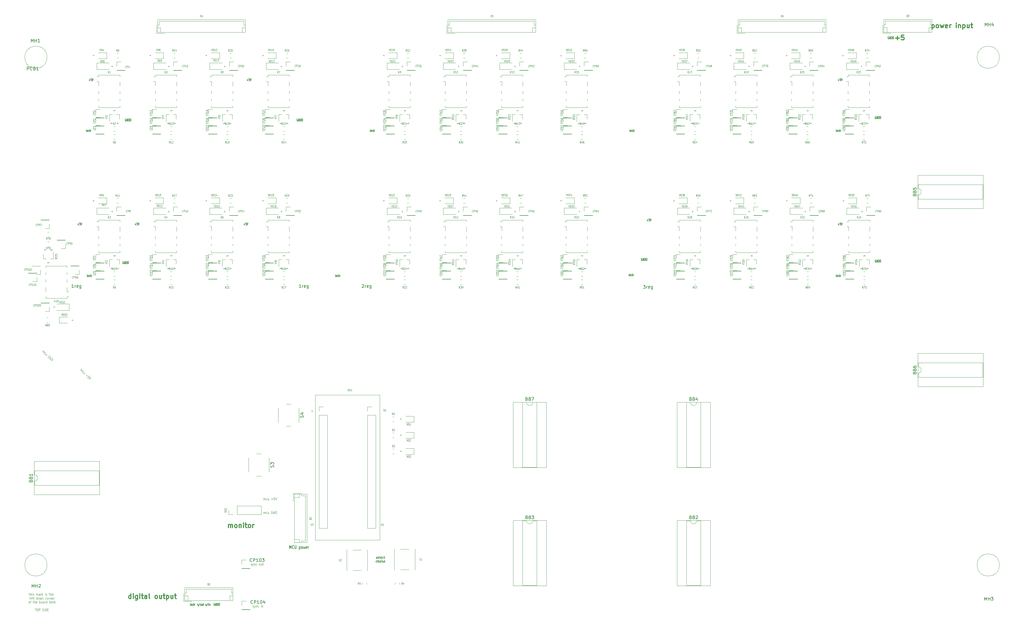
<source format=gbr>
%TF.GenerationSoftware,KiCad,Pcbnew,(5.99.0-12218-g749d2d5987)*%
%TF.CreationDate,2021-09-15T00:58:26+03:00*%
%TF.ProjectId,stend_main,7374656e-645f-46d6-9169-6e2e6b696361,rev*%
%TF.SameCoordinates,PX258bd10PYee998b0*%
%TF.FileFunction,Legend,Top*%
%TF.FilePolarity,Positive*%
%FSLAX46Y46*%
G04 Gerber Fmt 4.6, Leading zero omitted, Abs format (unit mm)*
G04 Created by KiCad (PCBNEW (5.99.0-12218-g749d2d5987)) date 2021-09-15 00:58:26*
%MOMM*%
%LPD*%
G01*
G04 APERTURE LIST*
%ADD10C,0.127000*%
%ADD11C,0.150000*%
%ADD12C,0.076200*%
%ADD13C,0.300000*%
%ADD14C,0.120000*%
G04 APERTURE END LIST*
D10*
X32632952Y110617000D02*
X32584571Y110653286D01*
X32512000Y110653286D01*
X32439428Y110617000D01*
X32391047Y110544429D01*
X32366857Y110471858D01*
X32342666Y110326715D01*
X32342666Y110217858D01*
X32366857Y110072715D01*
X32391047Y110000143D01*
X32439428Y109927572D01*
X32512000Y109891286D01*
X32560380Y109891286D01*
X32632952Y109927572D01*
X32657142Y109963858D01*
X32657142Y110217858D01*
X32560380Y110217858D01*
X32874857Y109891286D02*
X32874857Y110653286D01*
X33165142Y109891286D01*
X33165142Y110653286D01*
X33407047Y109891286D02*
X33407047Y110653286D01*
X33528000Y110653286D01*
X33600571Y110617000D01*
X33648952Y110544429D01*
X33673142Y110471858D01*
X33697333Y110326715D01*
X33697333Y110217858D01*
X33673142Y110072715D01*
X33648952Y110000143D01*
X33600571Y109927572D01*
X33528000Y109891286D01*
X33407047Y109891286D01*
X33915047Y109891286D02*
X33915047Y110653286D01*
X34036000Y110653286D01*
X34108571Y110617000D01*
X34156952Y110544429D01*
X34181142Y110471858D01*
X34205333Y110326715D01*
X34205333Y110217858D01*
X34181142Y110072715D01*
X34156952Y110000143D01*
X34108571Y109927572D01*
X34036000Y109891286D01*
X33915047Y109891286D01*
X20852190Y151547296D02*
X20852190Y152055296D01*
X20852190Y152309296D02*
X20828000Y152273010D01*
X20852190Y152236725D01*
X20876380Y152273010D01*
X20852190Y152309296D01*
X20852190Y152236725D01*
X21094095Y152055296D02*
X21094095Y151547296D01*
X21094095Y151982725D02*
X21118285Y152019010D01*
X21166666Y152055296D01*
X21239238Y152055296D01*
X21287619Y152019010D01*
X21311809Y151946439D01*
X21311809Y151547296D01*
X21529523Y151583582D02*
X21577904Y151547296D01*
X21674666Y151547296D01*
X21723047Y151583582D01*
X21747238Y151656153D01*
X21747238Y151692439D01*
X21723047Y151765010D01*
X21674666Y151801296D01*
X21602095Y151801296D01*
X21553714Y151837582D01*
X21529523Y151910153D01*
X21529523Y151946439D01*
X21553714Y152019010D01*
X21602095Y152055296D01*
X21674666Y152055296D01*
X21723047Y152019010D01*
X21892380Y152055296D02*
X22085904Y152055296D01*
X21964952Y152309296D02*
X21964952Y151656153D01*
X21989142Y151583582D01*
X22037523Y151547296D01*
X22085904Y151547296D01*
X22255238Y151547296D02*
X22255238Y152055296D01*
X22255238Y151910153D02*
X22279428Y151982725D01*
X22303619Y152019010D01*
X22352000Y152055296D01*
X22400380Y152055296D01*
X21106190Y105827286D02*
X21106190Y106335286D01*
X21106190Y106589286D02*
X21082000Y106553000D01*
X21106190Y106516715D01*
X21130380Y106553000D01*
X21106190Y106589286D01*
X21106190Y106516715D01*
X21348095Y106335286D02*
X21348095Y105827286D01*
X21348095Y106262715D02*
X21372285Y106299000D01*
X21420666Y106335286D01*
X21493238Y106335286D01*
X21541619Y106299000D01*
X21565809Y106226429D01*
X21565809Y105827286D01*
X21783523Y105863572D02*
X21831904Y105827286D01*
X21928666Y105827286D01*
X21977047Y105863572D01*
X22001238Y105936143D01*
X22001238Y105972429D01*
X21977047Y106045000D01*
X21928666Y106081286D01*
X21856095Y106081286D01*
X21807714Y106117572D01*
X21783523Y106190143D01*
X21783523Y106226429D01*
X21807714Y106299000D01*
X21856095Y106335286D01*
X21928666Y106335286D01*
X21977047Y106299000D01*
X22146380Y106335286D02*
X22339904Y106335286D01*
X22218952Y106589286D02*
X22218952Y105936143D01*
X22243142Y105863572D01*
X22291523Y105827286D01*
X22339904Y105827286D01*
X22509238Y105827286D02*
X22509238Y106335286D01*
X22509238Y106190143D02*
X22533428Y106262715D01*
X22557619Y106299000D01*
X22606000Y106335286D01*
X22654380Y106335286D01*
D11*
X107743809Y103322386D02*
X107791428Y103370005D01*
X107886666Y103417625D01*
X108124761Y103417625D01*
X108220000Y103370005D01*
X108267619Y103322386D01*
X108315238Y103227148D01*
X108315238Y103131910D01*
X108267619Y102989053D01*
X107696190Y102417625D01*
X108315238Y102417625D01*
X108743809Y102417625D02*
X108743809Y103084291D01*
X108743809Y102893815D02*
X108791428Y102989053D01*
X108839047Y103036672D01*
X108934285Y103084291D01*
X109029523Y103084291D01*
X109743809Y102465244D02*
X109648571Y102417625D01*
X109458095Y102417625D01*
X109362857Y102465244D01*
X109315238Y102560482D01*
X109315238Y102941434D01*
X109362857Y103036672D01*
X109458095Y103084291D01*
X109648571Y103084291D01*
X109743809Y103036672D01*
X109791428Y102941434D01*
X109791428Y102846196D01*
X109315238Y102750958D01*
X110648571Y103084291D02*
X110648571Y102274767D01*
X110600952Y102179529D01*
X110553333Y102131910D01*
X110458095Y102084291D01*
X110315238Y102084291D01*
X110220000Y102131910D01*
X110648571Y102465244D02*
X110553333Y102417625D01*
X110362857Y102417625D01*
X110267619Y102465244D01*
X110220000Y102512863D01*
X110172380Y102608101D01*
X110172380Y102893815D01*
X110220000Y102989053D01*
X110267619Y103036672D01*
X110362857Y103084291D01*
X110553333Y103084291D01*
X110648571Y103036672D01*
D12*
X2760738Y5918926D02*
X3002642Y5918926D01*
X2851452Y6172926D02*
X2851452Y5519783D01*
X2881690Y5447212D01*
X2942166Y5410926D01*
X3002642Y5410926D01*
X3214309Y5410926D02*
X3214309Y6172926D01*
X3486452Y5410926D02*
X3486452Y5810069D01*
X3456214Y5882640D01*
X3395738Y5918926D01*
X3305023Y5918926D01*
X3244547Y5882640D01*
X3214309Y5846355D01*
X3788833Y5410926D02*
X3788833Y5918926D01*
X3788833Y6172926D02*
X3758595Y6136640D01*
X3788833Y6100355D01*
X3819071Y6136640D01*
X3788833Y6172926D01*
X3788833Y6100355D01*
X4060976Y5447212D02*
X4121452Y5410926D01*
X4242404Y5410926D01*
X4302880Y5447212D01*
X4333119Y5519783D01*
X4333119Y5556069D01*
X4302880Y5628640D01*
X4242404Y5664926D01*
X4151690Y5664926D01*
X4091214Y5701212D01*
X4060976Y5773783D01*
X4060976Y5810069D01*
X4091214Y5882640D01*
X4151690Y5918926D01*
X4242404Y5918926D01*
X4302880Y5882640D01*
X5089071Y5410926D02*
X5089071Y5918926D01*
X5089071Y5846355D02*
X5119309Y5882640D01*
X5179785Y5918926D01*
X5270500Y5918926D01*
X5330976Y5882640D01*
X5361214Y5810069D01*
X5361214Y5410926D01*
X5361214Y5810069D02*
X5391452Y5882640D01*
X5451928Y5918926D01*
X5542642Y5918926D01*
X5603119Y5882640D01*
X5633357Y5810069D01*
X5633357Y5410926D01*
X6207880Y5410926D02*
X6207880Y5810069D01*
X6177642Y5882640D01*
X6117166Y5918926D01*
X5996214Y5918926D01*
X5935738Y5882640D01*
X6207880Y5447212D02*
X6147404Y5410926D01*
X5996214Y5410926D01*
X5935738Y5447212D01*
X5905500Y5519783D01*
X5905500Y5592355D01*
X5935738Y5664926D01*
X5996214Y5701212D01*
X6147404Y5701212D01*
X6207880Y5737498D01*
X6510261Y5410926D02*
X6510261Y5918926D01*
X6510261Y5773783D02*
X6540500Y5846355D01*
X6570738Y5882640D01*
X6631214Y5918926D01*
X6691690Y5918926D01*
X6903357Y5410926D02*
X6903357Y6172926D01*
X6963833Y5701212D02*
X7145261Y5410926D01*
X7145261Y5918926D02*
X6903357Y5628640D01*
X7901214Y5410926D02*
X7901214Y5918926D01*
X7901214Y6172926D02*
X7870976Y6136640D01*
X7901214Y6100355D01*
X7931452Y6136640D01*
X7901214Y6172926D01*
X7901214Y6100355D01*
X8173357Y5447212D02*
X8233833Y5410926D01*
X8354785Y5410926D01*
X8415261Y5447212D01*
X8445500Y5519783D01*
X8445500Y5556069D01*
X8415261Y5628640D01*
X8354785Y5664926D01*
X8264071Y5664926D01*
X8203595Y5701212D01*
X8173357Y5773783D01*
X8173357Y5810069D01*
X8203595Y5882640D01*
X8264071Y5918926D01*
X8354785Y5918926D01*
X8415261Y5882640D01*
X9110738Y5918926D02*
X9352642Y5918926D01*
X9201452Y6172926D02*
X9201452Y5519783D01*
X9231690Y5447212D01*
X9292166Y5410926D01*
X9352642Y5410926D01*
X9564309Y5410926D02*
X9564309Y6172926D01*
X9836452Y5410926D02*
X9836452Y5810069D01*
X9806214Y5882640D01*
X9745738Y5918926D01*
X9655023Y5918926D01*
X9594547Y5882640D01*
X9564309Y5846355D01*
X10380738Y5447212D02*
X10320261Y5410926D01*
X10199309Y5410926D01*
X10138833Y5447212D01*
X10108595Y5519783D01*
X10108595Y5810069D01*
X10138833Y5882640D01*
X10199309Y5918926D01*
X10320261Y5918926D01*
X10380738Y5882640D01*
X10410976Y5810069D01*
X10410976Y5737498D01*
X10108595Y5664926D01*
X3108476Y4184106D02*
X3048000Y4220392D01*
X3017761Y4292963D01*
X3017761Y4946106D01*
X3592285Y4220392D02*
X3531809Y4184106D01*
X3410857Y4184106D01*
X3350380Y4220392D01*
X3320142Y4292963D01*
X3320142Y4583249D01*
X3350380Y4655820D01*
X3410857Y4692106D01*
X3531809Y4692106D01*
X3592285Y4655820D01*
X3622523Y4583249D01*
X3622523Y4510678D01*
X3320142Y4438106D01*
X3803952Y4692106D02*
X4045857Y4692106D01*
X3894666Y4184106D02*
X3894666Y4837249D01*
X3924904Y4909820D01*
X3985380Y4946106D01*
X4045857Y4946106D01*
X4166809Y4692106D02*
X4408714Y4692106D01*
X4257523Y4946106D02*
X4257523Y4292963D01*
X4287761Y4220392D01*
X4348238Y4184106D01*
X4408714Y4184106D01*
X5376333Y4184106D02*
X5376333Y4946106D01*
X5376333Y4220392D02*
X5315857Y4184106D01*
X5194904Y4184106D01*
X5134428Y4220392D01*
X5104190Y4256678D01*
X5073952Y4329249D01*
X5073952Y4546963D01*
X5104190Y4619535D01*
X5134428Y4655820D01*
X5194904Y4692106D01*
X5315857Y4692106D01*
X5376333Y4655820D01*
X5769428Y4184106D02*
X5708952Y4220392D01*
X5678714Y4256678D01*
X5648476Y4329249D01*
X5648476Y4546963D01*
X5678714Y4619535D01*
X5708952Y4655820D01*
X5769428Y4692106D01*
X5860142Y4692106D01*
X5920619Y4655820D01*
X5950857Y4619535D01*
X5981095Y4546963D01*
X5981095Y4329249D01*
X5950857Y4256678D01*
X5920619Y4220392D01*
X5860142Y4184106D01*
X5769428Y4184106D01*
X6192761Y4692106D02*
X6313714Y4184106D01*
X6434666Y4546963D01*
X6555619Y4184106D01*
X6676571Y4692106D01*
X6918476Y4692106D02*
X6918476Y4184106D01*
X6918476Y4619535D02*
X6948714Y4655820D01*
X7009190Y4692106D01*
X7099904Y4692106D01*
X7160380Y4655820D01*
X7190619Y4583249D01*
X7190619Y4184106D01*
X8248952Y4220392D02*
X8188476Y4184106D01*
X8067523Y4184106D01*
X8007047Y4220392D01*
X7976809Y4256678D01*
X7946571Y4329249D01*
X7946571Y4546963D01*
X7976809Y4619535D01*
X8007047Y4655820D01*
X8067523Y4692106D01*
X8188476Y4692106D01*
X8248952Y4655820D01*
X8611809Y4184106D02*
X8551333Y4220392D01*
X8521095Y4256678D01*
X8490857Y4329249D01*
X8490857Y4546963D01*
X8521095Y4619535D01*
X8551333Y4655820D01*
X8611809Y4692106D01*
X8702523Y4692106D01*
X8763000Y4655820D01*
X8793238Y4619535D01*
X8823476Y4546963D01*
X8823476Y4329249D01*
X8793238Y4256678D01*
X8763000Y4220392D01*
X8702523Y4184106D01*
X8611809Y4184106D01*
X9095619Y4184106D02*
X9095619Y4692106D01*
X9095619Y4546963D02*
X9125857Y4619535D01*
X9156095Y4655820D01*
X9216571Y4692106D01*
X9277047Y4692106D01*
X9488714Y4692106D02*
X9488714Y4184106D01*
X9488714Y4619535D02*
X9518952Y4655820D01*
X9579428Y4692106D01*
X9670142Y4692106D01*
X9730619Y4655820D01*
X9760857Y4583249D01*
X9760857Y4184106D01*
X10305142Y4220392D02*
X10244666Y4184106D01*
X10123714Y4184106D01*
X10063238Y4220392D01*
X10033000Y4292963D01*
X10033000Y4583249D01*
X10063238Y4655820D01*
X10123714Y4692106D01*
X10244666Y4692106D01*
X10305142Y4655820D01*
X10335380Y4583249D01*
X10335380Y4510678D01*
X10033000Y4438106D01*
X10607523Y4184106D02*
X10607523Y4692106D01*
X10607523Y4546963D02*
X10637761Y4619535D01*
X10668000Y4655820D01*
X10728476Y4692106D01*
X10788952Y4692106D01*
X2790976Y2957286D02*
X2730500Y2993572D01*
X2700261Y3029858D01*
X2670023Y3102429D01*
X2670023Y3320143D01*
X2700261Y3392715D01*
X2730500Y3429000D01*
X2790976Y3465286D01*
X2881690Y3465286D01*
X2942166Y3429000D01*
X2972404Y3392715D01*
X3002642Y3320143D01*
X3002642Y3102429D01*
X2972404Y3029858D01*
X2942166Y2993572D01*
X2881690Y2957286D01*
X2790976Y2957286D01*
X3184071Y3465286D02*
X3425976Y3465286D01*
X3274785Y2957286D02*
X3274785Y3610429D01*
X3305023Y3683000D01*
X3365500Y3719286D01*
X3425976Y3719286D01*
X4030738Y3465286D02*
X4272642Y3465286D01*
X4121452Y3719286D02*
X4121452Y3066143D01*
X4151690Y2993572D01*
X4212166Y2957286D01*
X4272642Y2957286D01*
X4484309Y2957286D02*
X4484309Y3719286D01*
X4756452Y2957286D02*
X4756452Y3356429D01*
X4726214Y3429000D01*
X4665738Y3465286D01*
X4575023Y3465286D01*
X4514547Y3429000D01*
X4484309Y3392715D01*
X5300738Y2993572D02*
X5240261Y2957286D01*
X5119309Y2957286D01*
X5058833Y2993572D01*
X5028595Y3066143D01*
X5028595Y3356429D01*
X5058833Y3429000D01*
X5119309Y3465286D01*
X5240261Y3465286D01*
X5300738Y3429000D01*
X5330976Y3356429D01*
X5330976Y3283858D01*
X5028595Y3211286D01*
X6086928Y2957286D02*
X6086928Y3719286D01*
X6086928Y3429000D02*
X6147404Y3465286D01*
X6268357Y3465286D01*
X6328833Y3429000D01*
X6359071Y3392715D01*
X6389309Y3320143D01*
X6389309Y3102429D01*
X6359071Y3029858D01*
X6328833Y2993572D01*
X6268357Y2957286D01*
X6147404Y2957286D01*
X6086928Y2993572D01*
X6752166Y2957286D02*
X6691690Y2993572D01*
X6661452Y3029858D01*
X6631214Y3102429D01*
X6631214Y3320143D01*
X6661452Y3392715D01*
X6691690Y3429000D01*
X6752166Y3465286D01*
X6842880Y3465286D01*
X6903357Y3429000D01*
X6933595Y3392715D01*
X6963833Y3320143D01*
X6963833Y3102429D01*
X6933595Y3029858D01*
X6903357Y2993572D01*
X6842880Y2957286D01*
X6752166Y2957286D01*
X7508119Y2957286D02*
X7508119Y3356429D01*
X7477880Y3429000D01*
X7417404Y3465286D01*
X7296452Y3465286D01*
X7235976Y3429000D01*
X7508119Y2993572D02*
X7447642Y2957286D01*
X7296452Y2957286D01*
X7235976Y2993572D01*
X7205738Y3066143D01*
X7205738Y3138715D01*
X7235976Y3211286D01*
X7296452Y3247572D01*
X7447642Y3247572D01*
X7508119Y3283858D01*
X7810500Y2957286D02*
X7810500Y3465286D01*
X7810500Y3320143D02*
X7840738Y3392715D01*
X7870976Y3429000D01*
X7931452Y3465286D01*
X7991928Y3465286D01*
X8475738Y2957286D02*
X8475738Y3719286D01*
X8475738Y2993572D02*
X8415261Y2957286D01*
X8294309Y2957286D01*
X8233833Y2993572D01*
X8203595Y3029858D01*
X8173357Y3102429D01*
X8173357Y3320143D01*
X8203595Y3392715D01*
X8233833Y3429000D01*
X8294309Y3465286D01*
X8415261Y3465286D01*
X8475738Y3429000D01*
X9261928Y2957286D02*
X9261928Y3719286D01*
X9534071Y2957286D02*
X9534071Y3356429D01*
X9503833Y3429000D01*
X9443357Y3465286D01*
X9352642Y3465286D01*
X9292166Y3429000D01*
X9261928Y3392715D01*
X10078357Y2993572D02*
X10017880Y2957286D01*
X9896928Y2957286D01*
X9836452Y2993572D01*
X9806214Y3066143D01*
X9806214Y3356429D01*
X9836452Y3429000D01*
X9896928Y3465286D01*
X10017880Y3465286D01*
X10078357Y3429000D01*
X10108595Y3356429D01*
X10108595Y3283858D01*
X9806214Y3211286D01*
X10380738Y2957286D02*
X10380738Y3465286D01*
X10380738Y3320143D02*
X10410976Y3392715D01*
X10441214Y3429000D01*
X10501690Y3465286D01*
X10562166Y3465286D01*
X11015738Y2993572D02*
X10955261Y2957286D01*
X10834309Y2957286D01*
X10773833Y2993572D01*
X10743595Y3066143D01*
X10743595Y3356429D01*
X10773833Y3429000D01*
X10834309Y3465286D01*
X10955261Y3465286D01*
X11015738Y3429000D01*
X11045976Y3356429D01*
X11045976Y3283858D01*
X10743595Y3211286D01*
X4726214Y1265646D02*
X5089071Y1265646D01*
X4907642Y503646D02*
X4907642Y1265646D01*
X5421690Y1265646D02*
X5542642Y1265646D01*
X5603119Y1229360D01*
X5663595Y1156789D01*
X5693833Y1011646D01*
X5693833Y757646D01*
X5663595Y612503D01*
X5603119Y539932D01*
X5542642Y503646D01*
X5421690Y503646D01*
X5361214Y539932D01*
X5300738Y612503D01*
X5270500Y757646D01*
X5270500Y1011646D01*
X5300738Y1156789D01*
X5361214Y1229360D01*
X5421690Y1265646D01*
X5965976Y503646D02*
X5965976Y1265646D01*
X6207880Y1265646D01*
X6268357Y1229360D01*
X6298595Y1193075D01*
X6328833Y1120503D01*
X6328833Y1011646D01*
X6298595Y939075D01*
X6268357Y902789D01*
X6207880Y866503D01*
X5965976Y866503D01*
X7054547Y539932D02*
X7145261Y503646D01*
X7296452Y503646D01*
X7356928Y539932D01*
X7387166Y576218D01*
X7417404Y648789D01*
X7417404Y721360D01*
X7387166Y793932D01*
X7356928Y830218D01*
X7296452Y866503D01*
X7175500Y902789D01*
X7115023Y939075D01*
X7084785Y975360D01*
X7054547Y1047932D01*
X7054547Y1120503D01*
X7084785Y1193075D01*
X7115023Y1229360D01*
X7175500Y1265646D01*
X7326690Y1265646D01*
X7417404Y1229360D01*
X7689547Y503646D02*
X7689547Y1265646D01*
X7991928Y503646D02*
X7991928Y1265646D01*
X8143119Y1265646D01*
X8233833Y1229360D01*
X8294309Y1156789D01*
X8324547Y1084218D01*
X8354785Y939075D01*
X8354785Y830218D01*
X8324547Y685075D01*
X8294309Y612503D01*
X8233833Y539932D01*
X8143119Y503646D01*
X7991928Y503646D01*
X8626928Y902789D02*
X8838595Y902789D01*
X8929309Y503646D02*
X8626928Y503646D01*
X8626928Y1265646D01*
X8929309Y1265646D01*
D10*
X257072190Y105827286D02*
X257072190Y106335286D01*
X257072190Y106589286D02*
X257048000Y106553000D01*
X257072190Y106516715D01*
X257096380Y106553000D01*
X257072190Y106589286D01*
X257072190Y106516715D01*
X257314095Y106335286D02*
X257314095Y105827286D01*
X257314095Y106262715D02*
X257338285Y106299000D01*
X257386666Y106335286D01*
X257459238Y106335286D01*
X257507619Y106299000D01*
X257531809Y106226429D01*
X257531809Y105827286D01*
X257749523Y105863572D02*
X257797904Y105827286D01*
X257894666Y105827286D01*
X257943047Y105863572D01*
X257967238Y105936143D01*
X257967238Y105972429D01*
X257943047Y106045000D01*
X257894666Y106081286D01*
X257822095Y106081286D01*
X257773714Y106117572D01*
X257749523Y106190143D01*
X257749523Y106226429D01*
X257773714Y106299000D01*
X257822095Y106335286D01*
X257894666Y106335286D01*
X257943047Y106299000D01*
X258112380Y106335286D02*
X258305904Y106335286D01*
X258184952Y106589286D02*
X258184952Y105936143D01*
X258209142Y105863572D01*
X258257523Y105827286D01*
X258305904Y105827286D01*
X258475238Y105827286D02*
X258475238Y106335286D01*
X258475238Y106190143D02*
X258499428Y106262715D01*
X258523619Y106299000D01*
X258572000Y106335286D01*
X258620380Y106335286D01*
X58456285Y2231572D02*
X58504666Y2195286D01*
X58601428Y2195286D01*
X58649809Y2231572D01*
X58674000Y2304143D01*
X58674000Y2340429D01*
X58649809Y2413000D01*
X58601428Y2449286D01*
X58528857Y2449286D01*
X58480476Y2485572D01*
X58456285Y2558143D01*
X58456285Y2594429D01*
X58480476Y2667000D01*
X58528857Y2703286D01*
X58601428Y2703286D01*
X58649809Y2667000D01*
X59254571Y2993572D02*
X58819142Y2013858D01*
X59423904Y2195286D02*
X59423904Y2703286D01*
X59423904Y2957286D02*
X59399714Y2921000D01*
X59423904Y2884715D01*
X59448095Y2921000D01*
X59423904Y2957286D01*
X59423904Y2884715D01*
X59665809Y2703286D02*
X59665809Y2195286D01*
X59665809Y2630715D02*
X59690000Y2667000D01*
X59738380Y2703286D01*
X59810952Y2703286D01*
X59859333Y2667000D01*
X59883523Y2594429D01*
X59883523Y2195286D01*
X21698857Y167839572D02*
X22085904Y167839572D01*
X21892380Y167549286D02*
X21892380Y168129858D01*
X22569714Y168311286D02*
X22327809Y168311286D01*
X22303619Y167948429D01*
X22327809Y167984715D01*
X22376190Y168021000D01*
X22497142Y168021000D01*
X22545523Y167984715D01*
X22569714Y167948429D01*
X22593904Y167875858D01*
X22593904Y167694429D01*
X22569714Y167621858D01*
X22545523Y167585572D01*
X22497142Y167549286D01*
X22376190Y167549286D01*
X22327809Y167585572D01*
X22303619Y167621858D01*
X22739047Y168311286D02*
X22908380Y167549286D01*
X23077714Y168311286D01*
X84908571Y20114381D02*
X84908571Y21130381D01*
X85162571Y20404667D01*
X85416571Y21130381D01*
X85416571Y20114381D01*
X86214857Y20211143D02*
X86178571Y20162762D01*
X86069714Y20114381D01*
X85997142Y20114381D01*
X85888285Y20162762D01*
X85815714Y20259524D01*
X85779428Y20356286D01*
X85743142Y20549810D01*
X85743142Y20694953D01*
X85779428Y20888477D01*
X85815714Y20985239D01*
X85888285Y21082000D01*
X85997142Y21130381D01*
X86069714Y21130381D01*
X86178571Y21082000D01*
X86214857Y21033620D01*
X86541428Y21130381D02*
X86541428Y20307905D01*
X86577714Y20211143D01*
X86614000Y20162762D01*
X86686571Y20114381D01*
X86831714Y20114381D01*
X86904285Y20162762D01*
X86940571Y20211143D01*
X86976857Y20307905D01*
X86976857Y21130381D01*
X87920285Y20791715D02*
X87920285Y19775715D01*
X87920285Y20743334D02*
X87992857Y20791715D01*
X88138000Y20791715D01*
X88210571Y20743334D01*
X88246857Y20694953D01*
X88283142Y20598191D01*
X88283142Y20307905D01*
X88246857Y20211143D01*
X88210571Y20162762D01*
X88138000Y20114381D01*
X87992857Y20114381D01*
X87920285Y20162762D01*
X88718571Y20114381D02*
X88646000Y20162762D01*
X88609714Y20211143D01*
X88573428Y20307905D01*
X88573428Y20598191D01*
X88609714Y20694953D01*
X88646000Y20743334D01*
X88718571Y20791715D01*
X88827428Y20791715D01*
X88900000Y20743334D01*
X88936285Y20694953D01*
X88972571Y20598191D01*
X88972571Y20307905D01*
X88936285Y20211143D01*
X88900000Y20162762D01*
X88827428Y20114381D01*
X88718571Y20114381D01*
X89226571Y20791715D02*
X89371714Y20114381D01*
X89516857Y20598191D01*
X89662000Y20114381D01*
X89807142Y20791715D01*
X90387714Y20162762D02*
X90315142Y20114381D01*
X90170000Y20114381D01*
X90097428Y20162762D01*
X90061142Y20259524D01*
X90061142Y20646572D01*
X90097428Y20743334D01*
X90170000Y20791715D01*
X90315142Y20791715D01*
X90387714Y20743334D01*
X90424000Y20646572D01*
X90424000Y20549810D01*
X90061142Y20453048D01*
X90750571Y20114381D02*
X90750571Y20791715D01*
X90750571Y20598191D02*
X90786857Y20694953D01*
X90823142Y20743334D01*
X90895714Y20791715D01*
X90968285Y20791715D01*
D12*
X18886994Y76383506D02*
X19246204Y76742716D01*
X19194889Y76691401D02*
X19241928Y76695677D01*
X19310349Y76678572D01*
X19374494Y76614427D01*
X19391599Y76546006D01*
X19361665Y76473309D01*
X19079428Y76191072D01*
X19361665Y76473309D02*
X19434362Y76503243D01*
X19502783Y76486138D01*
X19566928Y76421993D01*
X19584033Y76353572D01*
X19554099Y76280875D01*
X19271862Y75998638D01*
X19703770Y75618046D02*
X19635349Y75635151D01*
X19549823Y75720678D01*
X19532717Y75789099D01*
X19536994Y75836138D01*
X19566928Y75908835D01*
X19720875Y76062783D01*
X19793572Y76092717D01*
X19840612Y76096993D01*
X19909033Y76079888D01*
X19994559Y75994362D01*
X20011664Y75925941D01*
X20422190Y75566730D02*
X20062980Y75207520D01*
X20229756Y75759165D02*
X19947520Y75476928D01*
X19917586Y75404231D01*
X19934691Y75335810D01*
X19998835Y75271665D01*
X20067256Y75254560D01*
X20114296Y75258836D01*
X20824164Y74856863D02*
X21166269Y74514758D01*
X20789953Y74480547D02*
X21200479Y74891073D01*
X21927452Y74420679D02*
X21713637Y74634494D01*
X21435676Y74399297D01*
X21482716Y74403573D01*
X21551137Y74386468D01*
X21658045Y74279560D01*
X21675150Y74211139D01*
X21670874Y74164100D01*
X21640939Y74091403D01*
X21512650Y73963113D01*
X21439953Y73933179D01*
X21392913Y73928903D01*
X21324492Y73946008D01*
X21217585Y74052916D01*
X21200479Y74121337D01*
X21204756Y74168376D01*
X22077123Y74271008D02*
X21687979Y73582521D01*
X22376465Y73971666D01*
D11*
X196342201Y103163620D02*
X196961249Y103163620D01*
X196627915Y102782667D01*
X196770772Y102782667D01*
X196866011Y102735048D01*
X196913630Y102687429D01*
X196961249Y102592191D01*
X196961249Y102354096D01*
X196913630Y102258858D01*
X196866011Y102211239D01*
X196770772Y102163620D01*
X196485058Y102163620D01*
X196389820Y102211239D01*
X196342201Y102258858D01*
X197389820Y102163620D02*
X197389820Y102830286D01*
X197389820Y102639810D02*
X197437439Y102735048D01*
X197485058Y102782667D01*
X197580296Y102830286D01*
X197675534Y102830286D01*
X198389820Y102211239D02*
X198294582Y102163620D01*
X198104106Y102163620D01*
X198008868Y102211239D01*
X197961249Y102306477D01*
X197961249Y102687429D01*
X198008868Y102782667D01*
X198104106Y102830286D01*
X198294582Y102830286D01*
X198389820Y102782667D01*
X198437439Y102687429D01*
X198437439Y102592191D01*
X197961249Y102496953D01*
X199294582Y102830286D02*
X199294582Y102020762D01*
X199246963Y101925524D01*
X199199344Y101877905D01*
X199104106Y101830286D01*
X198961249Y101830286D01*
X198866011Y101877905D01*
X199294582Y102211239D02*
X199199344Y102163620D01*
X199008868Y102163620D01*
X198913630Y102211239D01*
X198866011Y102258858D01*
X198818391Y102354096D01*
X198818391Y102639810D01*
X198866011Y102735048D01*
X198913630Y102782667D01*
X199008868Y102830286D01*
X199199344Y102830286D01*
X199294582Y102782667D01*
D10*
X71482857Y167839572D02*
X71869904Y167839572D01*
X71676380Y167549286D02*
X71676380Y168129858D01*
X72353714Y168311286D02*
X72111809Y168311286D01*
X72087619Y167948429D01*
X72111809Y167984715D01*
X72160190Y168021000D01*
X72281142Y168021000D01*
X72329523Y167984715D01*
X72353714Y167948429D01*
X72377904Y167875858D01*
X72377904Y167694429D01*
X72353714Y167621858D01*
X72329523Y167585572D01*
X72281142Y167549286D01*
X72160190Y167549286D01*
X72111809Y167585572D01*
X72087619Y167621858D01*
X72523047Y168311286D02*
X72692380Y167549286D01*
X72861714Y168311286D01*
X99338190Y105827286D02*
X99338190Y106335286D01*
X99338190Y106589286D02*
X99314000Y106553000D01*
X99338190Y106516715D01*
X99362380Y106553000D01*
X99338190Y106589286D01*
X99338190Y106516715D01*
X99580095Y106335286D02*
X99580095Y105827286D01*
X99580095Y106262715D02*
X99604285Y106299000D01*
X99652666Y106335286D01*
X99725238Y106335286D01*
X99773619Y106299000D01*
X99797809Y106226429D01*
X99797809Y105827286D01*
X100015523Y105863572D02*
X100063904Y105827286D01*
X100160666Y105827286D01*
X100209047Y105863572D01*
X100233238Y105936143D01*
X100233238Y105972429D01*
X100209047Y106045000D01*
X100160666Y106081286D01*
X100088095Y106081286D01*
X100039714Y106117572D01*
X100015523Y106190143D01*
X100015523Y106226429D01*
X100039714Y106299000D01*
X100088095Y106335286D01*
X100160666Y106335286D01*
X100209047Y106299000D01*
X100378380Y106335286D02*
X100571904Y106335286D01*
X100450952Y106589286D02*
X100450952Y105936143D01*
X100475142Y105863572D01*
X100523523Y105827286D01*
X100571904Y105827286D01*
X100741238Y105827286D02*
X100741238Y106335286D01*
X100741238Y106190143D02*
X100765428Y106262715D01*
X100789619Y106299000D01*
X100838000Y106335286D01*
X100886380Y106335286D01*
X36176857Y122373572D02*
X36563904Y122373572D01*
X36370380Y122083286D02*
X36370380Y122663858D01*
X37047714Y122845286D02*
X36805809Y122845286D01*
X36781619Y122482429D01*
X36805809Y122518715D01*
X36854190Y122555000D01*
X36975142Y122555000D01*
X37023523Y122518715D01*
X37047714Y122482429D01*
X37071904Y122409858D01*
X37071904Y122228429D01*
X37047714Y122155858D01*
X37023523Y122119572D01*
X36975142Y122083286D01*
X36854190Y122083286D01*
X36805809Y122119572D01*
X36781619Y122155858D01*
X37217047Y122845286D02*
X37386380Y122083286D01*
X37555714Y122845286D01*
X87496952Y155575010D02*
X87448571Y155611296D01*
X87376000Y155611296D01*
X87303428Y155575010D01*
X87255047Y155502439D01*
X87230857Y155429868D01*
X87206666Y155284725D01*
X87206666Y155175868D01*
X87230857Y155030725D01*
X87255047Y154958153D01*
X87303428Y154885582D01*
X87376000Y154849296D01*
X87424380Y154849296D01*
X87496952Y154885582D01*
X87521142Y154921868D01*
X87521142Y155175868D01*
X87424380Y155175868D01*
X87738857Y154849296D02*
X87738857Y155611296D01*
X88029142Y154849296D01*
X88029142Y155611296D01*
X88271047Y154849296D02*
X88271047Y155611296D01*
X88392000Y155611296D01*
X88464571Y155575010D01*
X88512952Y155502439D01*
X88537142Y155429868D01*
X88561333Y155284725D01*
X88561333Y155175868D01*
X88537142Y155030725D01*
X88512952Y154958153D01*
X88464571Y154885582D01*
X88392000Y154849296D01*
X88271047Y154849296D01*
X88779047Y154849296D02*
X88779047Y155611296D01*
X88900000Y155611296D01*
X88972571Y155575010D01*
X89020952Y155502439D01*
X89045142Y155429868D01*
X89069333Y155284725D01*
X89069333Y155175868D01*
X89045142Y155030725D01*
X89020952Y154958153D01*
X88972571Y154885582D01*
X88900000Y154849296D01*
X88779047Y154849296D01*
D11*
X88503238Y102417620D02*
X87931809Y102417620D01*
X88217523Y102417620D02*
X88217523Y103417620D01*
X88122285Y103274762D01*
X88027047Y103179524D01*
X87931809Y103131905D01*
X88931809Y102417620D02*
X88931809Y103084286D01*
X88931809Y102893810D02*
X88979428Y102989048D01*
X89027047Y103036667D01*
X89122285Y103084286D01*
X89217523Y103084286D01*
X89931809Y102465239D02*
X89836571Y102417620D01*
X89646095Y102417620D01*
X89550857Y102465239D01*
X89503238Y102560477D01*
X89503238Y102941429D01*
X89550857Y103036667D01*
X89646095Y103084286D01*
X89836571Y103084286D01*
X89931809Y103036667D01*
X89979428Y102941429D01*
X89979428Y102846191D01*
X89503238Y102750953D01*
X90836571Y103084286D02*
X90836571Y102274762D01*
X90788952Y102179524D01*
X90741333Y102131905D01*
X90646095Y102084286D01*
X90503238Y102084286D01*
X90408000Y102131905D01*
X90836571Y102465239D02*
X90741333Y102417620D01*
X90550857Y102417620D01*
X90455619Y102465239D01*
X90408000Y102512858D01*
X90360380Y102608096D01*
X90360380Y102893810D01*
X90408000Y102989048D01*
X90455619Y103036667D01*
X90550857Y103084286D01*
X90741333Y103084286D01*
X90836571Y103036667D01*
D10*
X269614952Y111125000D02*
X269566571Y111161286D01*
X269494000Y111161286D01*
X269421428Y111125000D01*
X269373047Y111052429D01*
X269348857Y110979858D01*
X269324666Y110834715D01*
X269324666Y110725858D01*
X269348857Y110580715D01*
X269373047Y110508143D01*
X269421428Y110435572D01*
X269494000Y110399286D01*
X269542380Y110399286D01*
X269614952Y110435572D01*
X269639142Y110471858D01*
X269639142Y110725858D01*
X269542380Y110725858D01*
X269856857Y110399286D02*
X269856857Y111161286D01*
X270147142Y110399286D01*
X270147142Y111161286D01*
X270389047Y110399286D02*
X270389047Y111161286D01*
X270510000Y111161286D01*
X270582571Y111125000D01*
X270630952Y111052429D01*
X270655142Y110979858D01*
X270679333Y110834715D01*
X270679333Y110725858D01*
X270655142Y110580715D01*
X270630952Y110508143D01*
X270582571Y110435572D01*
X270510000Y110399286D01*
X270389047Y110399286D01*
X270897047Y110399286D02*
X270897047Y111161286D01*
X271018000Y111161286D01*
X271090571Y111125000D01*
X271138952Y111052429D01*
X271163142Y110979858D01*
X271187333Y110834715D01*
X271187333Y110725858D01*
X271163142Y110580715D01*
X271138952Y110508143D01*
X271090571Y110435572D01*
X271018000Y110399286D01*
X270897047Y110399286D01*
D13*
X275828285Y181040858D02*
X276971142Y181040858D01*
X276399714Y180469429D02*
X276399714Y181612286D01*
X278399714Y181969429D02*
X277685428Y181969429D01*
X277614000Y181255143D01*
X277685428Y181326572D01*
X277828285Y181398000D01*
X278185428Y181398000D01*
X278328285Y181326572D01*
X278399714Y181255143D01*
X278471142Y181112286D01*
X278471142Y180755143D01*
X278399714Y180612286D01*
X278328285Y180540858D01*
X278185428Y180469429D01*
X277828285Y180469429D01*
X277685428Y180540858D01*
X277614000Y180612286D01*
D10*
X70466857Y122373572D02*
X70853904Y122373572D01*
X70660380Y122083286D02*
X70660380Y122663858D01*
X71337714Y122845286D02*
X71095809Y122845286D01*
X71071619Y122482429D01*
X71095809Y122518715D01*
X71144190Y122555000D01*
X71265142Y122555000D01*
X71313523Y122518715D01*
X71337714Y122482429D01*
X71361904Y122409858D01*
X71361904Y122228429D01*
X71337714Y122155858D01*
X71313523Y122119572D01*
X71265142Y122083286D01*
X71144190Y122083286D01*
X71095809Y122119572D01*
X71071619Y122155858D01*
X71507047Y122845286D02*
X71676380Y122083286D01*
X71845714Y122845286D01*
X257072078Y151547296D02*
X257072078Y152055296D01*
X257072078Y152309296D02*
X257047888Y152273010D01*
X257072078Y152236725D01*
X257096268Y152273010D01*
X257072078Y152309296D01*
X257072078Y152236725D01*
X257313983Y152055296D02*
X257313983Y151547296D01*
X257313983Y151982725D02*
X257338173Y152019010D01*
X257386554Y152055296D01*
X257459126Y152055296D01*
X257507507Y152019010D01*
X257531697Y151946439D01*
X257531697Y151547296D01*
X257749411Y151583582D02*
X257797792Y151547296D01*
X257894554Y151547296D01*
X257942935Y151583582D01*
X257967126Y151656153D01*
X257967126Y151692439D01*
X257942935Y151765010D01*
X257894554Y151801296D01*
X257821983Y151801296D01*
X257773602Y151837582D01*
X257749411Y151910153D01*
X257749411Y151946439D01*
X257773602Y152019010D01*
X257821983Y152055296D01*
X257894554Y152055296D01*
X257942935Y152019010D01*
X258112268Y152055296D02*
X258305792Y152055296D01*
X258184840Y152309296D02*
X258184840Y151656153D01*
X258209030Y151583582D01*
X258257411Y151547296D01*
X258305792Y151547296D01*
X258475126Y151547296D02*
X258475126Y152055296D01*
X258475126Y151910153D02*
X258499316Y151982725D01*
X258523507Y152019010D01*
X258571888Y152055296D01*
X258620268Y152055296D01*
D12*
X73312261Y1723572D02*
X73372738Y1687286D01*
X73493690Y1687286D01*
X73554166Y1723572D01*
X73584404Y1796143D01*
X73584404Y1832429D01*
X73554166Y1905000D01*
X73493690Y1941286D01*
X73402976Y1941286D01*
X73342500Y1977572D01*
X73312261Y2050143D01*
X73312261Y2086429D01*
X73342500Y2159000D01*
X73402976Y2195286D01*
X73493690Y2195286D01*
X73554166Y2159000D01*
X73796071Y2195286D02*
X73947261Y1687286D01*
X74098452Y2195286D02*
X73947261Y1687286D01*
X73886785Y1505858D01*
X73856547Y1469572D01*
X73796071Y1433286D01*
X74340357Y2195286D02*
X74340357Y1687286D01*
X74340357Y2122715D02*
X74370595Y2159000D01*
X74431071Y2195286D01*
X74521785Y2195286D01*
X74582261Y2159000D01*
X74612500Y2086429D01*
X74612500Y1687286D01*
X75187023Y1723572D02*
X75126547Y1687286D01*
X75005595Y1687286D01*
X74945119Y1723572D01*
X74914880Y1759858D01*
X74884642Y1832429D01*
X74884642Y2050143D01*
X74914880Y2122715D01*
X74945119Y2159000D01*
X75005595Y2195286D01*
X75126547Y2195286D01*
X75187023Y2159000D01*
X75942976Y1687286D02*
X75942976Y2195286D01*
X75942976Y2449286D02*
X75912738Y2413000D01*
X75942976Y2376715D01*
X75973214Y2413000D01*
X75942976Y2449286D01*
X75942976Y2376715D01*
X76245357Y2195286D02*
X76245357Y1687286D01*
X76245357Y2122715D02*
X76275595Y2159000D01*
X76336071Y2195286D01*
X76426785Y2195286D01*
X76487261Y2159000D01*
X76517500Y2086429D01*
X76517500Y1687286D01*
X76698928Y31151286D02*
X76698928Y31659286D01*
X76698928Y31586715D02*
X76729166Y31623000D01*
X76789642Y31659286D01*
X76880357Y31659286D01*
X76940833Y31623000D01*
X76971071Y31550429D01*
X76971071Y31151286D01*
X76971071Y31550429D02*
X77001309Y31623000D01*
X77061785Y31659286D01*
X77152500Y31659286D01*
X77212976Y31623000D01*
X77243214Y31550429D01*
X77243214Y31151286D01*
X77817738Y31187572D02*
X77757261Y31151286D01*
X77636309Y31151286D01*
X77575833Y31187572D01*
X77545595Y31223858D01*
X77515357Y31296429D01*
X77515357Y31514143D01*
X77545595Y31586715D01*
X77575833Y31623000D01*
X77636309Y31659286D01*
X77757261Y31659286D01*
X77817738Y31623000D01*
X78362023Y31659286D02*
X78362023Y31151286D01*
X78089880Y31659286D02*
X78089880Y31260143D01*
X78120119Y31187572D01*
X78180595Y31151286D01*
X78271309Y31151286D01*
X78331785Y31187572D01*
X78362023Y31223858D01*
X79480833Y31877000D02*
X79420357Y31913286D01*
X79329642Y31913286D01*
X79238928Y31877000D01*
X79178452Y31804429D01*
X79148214Y31731858D01*
X79117976Y31586715D01*
X79117976Y31477858D01*
X79148214Y31332715D01*
X79178452Y31260143D01*
X79238928Y31187572D01*
X79329642Y31151286D01*
X79390119Y31151286D01*
X79480833Y31187572D01*
X79511071Y31223858D01*
X79511071Y31477858D01*
X79390119Y31477858D01*
X79783214Y31151286D02*
X79783214Y31913286D01*
X80146071Y31151286D01*
X80146071Y31913286D01*
X80448452Y31151286D02*
X80448452Y31913286D01*
X80599642Y31913286D01*
X80690357Y31877000D01*
X80750833Y31804429D01*
X80781071Y31731858D01*
X80811309Y31586715D01*
X80811309Y31477858D01*
X80781071Y31332715D01*
X80750833Y31260143D01*
X80690357Y31187572D01*
X80599642Y31151286D01*
X80448452Y31151286D01*
D10*
X61334952Y2921000D02*
X61286571Y2957286D01*
X61214000Y2957286D01*
X61141428Y2921000D01*
X61093047Y2848429D01*
X61068857Y2775858D01*
X61044666Y2630715D01*
X61044666Y2521858D01*
X61068857Y2376715D01*
X61093047Y2304143D01*
X61141428Y2231572D01*
X61214000Y2195286D01*
X61262380Y2195286D01*
X61334952Y2231572D01*
X61359142Y2267858D01*
X61359142Y2521858D01*
X61262380Y2521858D01*
X61576857Y2195286D02*
X61576857Y2957286D01*
X61867142Y2195286D01*
X61867142Y2957286D01*
X62109047Y2195286D02*
X62109047Y2957286D01*
X62230000Y2957286D01*
X62302571Y2921000D01*
X62350952Y2848429D01*
X62375142Y2775858D01*
X62399333Y2630715D01*
X62399333Y2521858D01*
X62375142Y2376715D01*
X62350952Y2304143D01*
X62302571Y2231572D01*
X62230000Y2195286D01*
X62109047Y2195286D01*
X62617047Y2195286D02*
X62617047Y2957286D01*
X62738000Y2957286D01*
X62810571Y2921000D01*
X62858952Y2848429D01*
X62883142Y2775858D01*
X62907333Y2630715D01*
X62907333Y2521858D01*
X62883142Y2376715D01*
X62858952Y2304143D01*
X62810571Y2231572D01*
X62738000Y2195286D01*
X62617047Y2195286D01*
X257664857Y167839572D02*
X258051904Y167839572D01*
X257858380Y167549286D02*
X257858380Y168129858D01*
X258535714Y168311286D02*
X258293809Y168311286D01*
X258269619Y167948429D01*
X258293809Y167984715D01*
X258342190Y168021000D01*
X258463142Y168021000D01*
X258511523Y167984715D01*
X258535714Y167948429D01*
X258559904Y167875858D01*
X258559904Y167694429D01*
X258535714Y167621858D01*
X258511523Y167585572D01*
X258463142Y167549286D01*
X258342190Y167549286D01*
X258293809Y167585572D01*
X258269619Y167621858D01*
X258705047Y168311286D02*
X258874380Y167549286D01*
X259043714Y168311286D01*
D13*
X65667428Y26753429D02*
X65667428Y27753429D01*
X65667428Y27610572D02*
X65738857Y27682000D01*
X65881714Y27753429D01*
X66096000Y27753429D01*
X66238857Y27682000D01*
X66310285Y27539143D01*
X66310285Y26753429D01*
X66310285Y27539143D02*
X66381714Y27682000D01*
X66524571Y27753429D01*
X66738857Y27753429D01*
X66881714Y27682000D01*
X66953142Y27539143D01*
X66953142Y26753429D01*
X67881714Y26753429D02*
X67738857Y26824858D01*
X67667428Y26896286D01*
X67596000Y27039143D01*
X67596000Y27467715D01*
X67667428Y27610572D01*
X67738857Y27682000D01*
X67881714Y27753429D01*
X68096000Y27753429D01*
X68238857Y27682000D01*
X68310285Y27610572D01*
X68381714Y27467715D01*
X68381714Y27039143D01*
X68310285Y26896286D01*
X68238857Y26824858D01*
X68096000Y26753429D01*
X67881714Y26753429D01*
X69024571Y27753429D02*
X69024571Y26753429D01*
X69024571Y27610572D02*
X69096000Y27682000D01*
X69238857Y27753429D01*
X69453142Y27753429D01*
X69596000Y27682000D01*
X69667428Y27539143D01*
X69667428Y26753429D01*
X70381714Y26753429D02*
X70381714Y27753429D01*
X70381714Y28253429D02*
X70310285Y28182000D01*
X70381714Y28110572D01*
X70453142Y28182000D01*
X70381714Y28253429D01*
X70381714Y28110572D01*
X70881714Y27753429D02*
X71453142Y27753429D01*
X71096000Y28253429D02*
X71096000Y26967715D01*
X71167428Y26824858D01*
X71310285Y26753429D01*
X71453142Y26753429D01*
X72167428Y26753429D02*
X72024571Y26824858D01*
X71953142Y26896286D01*
X71881714Y27039143D01*
X71881714Y27467715D01*
X71953142Y27610572D01*
X72024571Y27682000D01*
X72167428Y27753429D01*
X72381714Y27753429D01*
X72524571Y27682000D01*
X72596000Y27610572D01*
X72667428Y27467715D01*
X72667428Y27039143D01*
X72596000Y26896286D01*
X72524571Y26824858D01*
X72381714Y26753429D01*
X72167428Y26753429D01*
X73310285Y26753429D02*
X73310285Y27753429D01*
X73310285Y27467715D02*
X73381714Y27610572D01*
X73453142Y27682000D01*
X73596000Y27753429D01*
X73738857Y27753429D01*
D10*
X197466857Y123643572D02*
X197853904Y123643572D01*
X197660380Y123353286D02*
X197660380Y123933858D01*
X198337714Y124115286D02*
X198095809Y124115286D01*
X198071619Y123752429D01*
X198095809Y123788715D01*
X198144190Y123825000D01*
X198265142Y123825000D01*
X198313523Y123788715D01*
X198337714Y123752429D01*
X198361904Y123679858D01*
X198361904Y123498429D01*
X198337714Y123425858D01*
X198313523Y123389572D01*
X198265142Y123353286D01*
X198144190Y123353286D01*
X198095809Y123389572D01*
X198071619Y123425858D01*
X198507047Y124115286D02*
X198676380Y123353286D01*
X198845714Y124115286D01*
D12*
X76698928Y35469286D02*
X76698928Y35977286D01*
X76698928Y35904715D02*
X76729166Y35941000D01*
X76789642Y35977286D01*
X76880357Y35977286D01*
X76940833Y35941000D01*
X76971071Y35868429D01*
X76971071Y35469286D01*
X76971071Y35868429D02*
X77001309Y35941000D01*
X77061785Y35977286D01*
X77152500Y35977286D01*
X77212976Y35941000D01*
X77243214Y35868429D01*
X77243214Y35469286D01*
X77817738Y35505572D02*
X77757261Y35469286D01*
X77636309Y35469286D01*
X77575833Y35505572D01*
X77545595Y35541858D01*
X77515357Y35614429D01*
X77515357Y35832143D01*
X77545595Y35904715D01*
X77575833Y35941000D01*
X77636309Y35977286D01*
X77757261Y35977286D01*
X77817738Y35941000D01*
X78362023Y35977286D02*
X78362023Y35469286D01*
X78089880Y35977286D02*
X78089880Y35578143D01*
X78120119Y35505572D01*
X78180595Y35469286D01*
X78271309Y35469286D01*
X78331785Y35505572D01*
X78362023Y35541858D01*
X79148214Y35759572D02*
X79632023Y35759572D01*
X79390119Y35469286D02*
X79390119Y36049858D01*
X80236785Y36231286D02*
X79934404Y36231286D01*
X79904166Y35868429D01*
X79934404Y35904715D01*
X79994880Y35941000D01*
X80146071Y35941000D01*
X80206547Y35904715D01*
X80236785Y35868429D01*
X80267023Y35795858D01*
X80267023Y35614429D01*
X80236785Y35541858D01*
X80206547Y35505572D01*
X80146071Y35469286D01*
X79994880Y35469286D01*
X79934404Y35505572D01*
X79904166Y35541858D01*
X80448452Y36231286D02*
X80660119Y35469286D01*
X80871785Y36231286D01*
X72740761Y14931572D02*
X72801238Y14895286D01*
X72922190Y14895286D01*
X72982666Y14931572D01*
X73012904Y15004143D01*
X73012904Y15040429D01*
X72982666Y15113000D01*
X72922190Y15149286D01*
X72831476Y15149286D01*
X72771000Y15185572D01*
X72740761Y15258143D01*
X72740761Y15294429D01*
X72771000Y15367000D01*
X72831476Y15403286D01*
X72922190Y15403286D01*
X72982666Y15367000D01*
X73224571Y15403286D02*
X73375761Y14895286D01*
X73526952Y15403286D02*
X73375761Y14895286D01*
X73315285Y14713858D01*
X73285047Y14677572D01*
X73224571Y14641286D01*
X73768857Y15403286D02*
X73768857Y14895286D01*
X73768857Y15330715D02*
X73799095Y15367000D01*
X73859571Y15403286D01*
X73950285Y15403286D01*
X74010761Y15367000D01*
X74041000Y15294429D01*
X74041000Y14895286D01*
X74615523Y14931572D02*
X74555047Y14895286D01*
X74434095Y14895286D01*
X74373619Y14931572D01*
X74343380Y14967858D01*
X74313142Y15040429D01*
X74313142Y15258143D01*
X74343380Y15330715D01*
X74373619Y15367000D01*
X74434095Y15403286D01*
X74555047Y15403286D01*
X74615523Y15367000D01*
X75462190Y14895286D02*
X75401714Y14931572D01*
X75371476Y14967858D01*
X75341238Y15040429D01*
X75341238Y15258143D01*
X75371476Y15330715D01*
X75401714Y15367000D01*
X75462190Y15403286D01*
X75552904Y15403286D01*
X75613380Y15367000D01*
X75643619Y15330715D01*
X75673857Y15258143D01*
X75673857Y15040429D01*
X75643619Y14967858D01*
X75613380Y14931572D01*
X75552904Y14895286D01*
X75462190Y14895286D01*
X76218142Y15403286D02*
X76218142Y14895286D01*
X75946000Y15403286D02*
X75946000Y15004143D01*
X75976238Y14931572D01*
X76036714Y14895286D01*
X76127428Y14895286D01*
X76187904Y14931572D01*
X76218142Y14967858D01*
X76429809Y15403286D02*
X76671714Y15403286D01*
X76520523Y15657286D02*
X76520523Y15004143D01*
X76550761Y14931572D01*
X76611238Y14895286D01*
X76671714Y14895286D01*
D10*
X269614952Y156337000D02*
X269566571Y156373286D01*
X269494000Y156373286D01*
X269421428Y156337000D01*
X269373047Y156264429D01*
X269348857Y156191858D01*
X269324666Y156046715D01*
X269324666Y155937858D01*
X269348857Y155792715D01*
X269373047Y155720143D01*
X269421428Y155647572D01*
X269494000Y155611286D01*
X269542380Y155611286D01*
X269614952Y155647572D01*
X269639142Y155683858D01*
X269639142Y155937858D01*
X269542380Y155937858D01*
X269856857Y155611286D02*
X269856857Y156373286D01*
X270147142Y155611286D01*
X270147142Y156373286D01*
X270389047Y155611286D02*
X270389047Y156373286D01*
X270510000Y156373286D01*
X270582571Y156337000D01*
X270630952Y156264429D01*
X270655142Y156191858D01*
X270679333Y156046715D01*
X270679333Y155937858D01*
X270655142Y155792715D01*
X270630952Y155720143D01*
X270582571Y155647572D01*
X270510000Y155611286D01*
X270389047Y155611286D01*
X270897047Y155611286D02*
X270897047Y156373286D01*
X271018000Y156373286D01*
X271090571Y156337000D01*
X271138952Y156264429D01*
X271163142Y156191858D01*
X271187333Y156046715D01*
X271187333Y155937858D01*
X271163142Y155792715D01*
X271138952Y155720143D01*
X271090571Y155647572D01*
X271018000Y155611286D01*
X270897047Y155611286D01*
X192048190Y151547296D02*
X192048190Y152055296D01*
X192048190Y152309296D02*
X192024000Y152273010D01*
X192048190Y152236725D01*
X192072380Y152273010D01*
X192048190Y152309296D01*
X192048190Y152236725D01*
X192290095Y152055296D02*
X192290095Y151547296D01*
X192290095Y151982725D02*
X192314285Y152019010D01*
X192362666Y152055296D01*
X192435238Y152055296D01*
X192483619Y152019010D01*
X192507809Y151946439D01*
X192507809Y151547296D01*
X192725523Y151583582D02*
X192773904Y151547296D01*
X192870666Y151547296D01*
X192919047Y151583582D01*
X192943238Y151656153D01*
X192943238Y151692439D01*
X192919047Y151765010D01*
X192870666Y151801296D01*
X192798095Y151801296D01*
X192749714Y151837582D01*
X192725523Y151910153D01*
X192725523Y151946439D01*
X192749714Y152019010D01*
X192798095Y152055296D01*
X192870666Y152055296D01*
X192919047Y152019010D01*
X193088380Y152055296D02*
X193281904Y152055296D01*
X193160952Y152309296D02*
X193160952Y151656153D01*
X193185142Y151583582D01*
X193233523Y151547296D01*
X193281904Y151547296D01*
X193451238Y151547296D02*
X193451238Y152055296D01*
X193451238Y151910153D02*
X193475428Y151982725D01*
X193499619Y152019010D01*
X193548000Y152055296D01*
X193596380Y152055296D01*
D11*
X16875238Y102417620D02*
X16303809Y102417620D01*
X16589523Y102417620D02*
X16589523Y103417620D01*
X16494285Y103274762D01*
X16399047Y103179524D01*
X16303809Y103131905D01*
X17303809Y102417620D02*
X17303809Y103084286D01*
X17303809Y102893810D02*
X17351428Y102989048D01*
X17399047Y103036667D01*
X17494285Y103084286D01*
X17589523Y103084286D01*
X18303809Y102465239D02*
X18208571Y102417620D01*
X18018095Y102417620D01*
X17922857Y102465239D01*
X17875238Y102560477D01*
X17875238Y102941429D01*
X17922857Y103036667D01*
X18018095Y103084286D01*
X18208571Y103084286D01*
X18303809Y103036667D01*
X18351428Y102941429D01*
X18351428Y102846191D01*
X17875238Y102750953D01*
X19208571Y103084286D02*
X19208571Y102274762D01*
X19160952Y102179524D01*
X19113333Y102131905D01*
X19018095Y102084286D01*
X18875238Y102084286D01*
X18780000Y102131905D01*
X19208571Y102465239D02*
X19113333Y102417620D01*
X18922857Y102417620D01*
X18827619Y102465239D01*
X18780000Y102512858D01*
X18732380Y102608096D01*
X18732380Y102893810D01*
X18780000Y102989048D01*
X18827619Y103036667D01*
X18922857Y103084286D01*
X19113333Y103084286D01*
X19208571Y103036667D01*
D10*
X195954952Y111633000D02*
X195906571Y111669286D01*
X195834000Y111669286D01*
X195761428Y111633000D01*
X195713047Y111560429D01*
X195688857Y111487858D01*
X195664666Y111342715D01*
X195664666Y111233858D01*
X195688857Y111088715D01*
X195713047Y111016143D01*
X195761428Y110943572D01*
X195834000Y110907286D01*
X195882380Y110907286D01*
X195954952Y110943572D01*
X195979142Y110979858D01*
X195979142Y111233858D01*
X195882380Y111233858D01*
X196196857Y110907286D02*
X196196857Y111669286D01*
X196487142Y110907286D01*
X196487142Y111669286D01*
X196729047Y110907286D02*
X196729047Y111669286D01*
X196850000Y111669286D01*
X196922571Y111633000D01*
X196970952Y111560429D01*
X196995142Y111487858D01*
X197019333Y111342715D01*
X197019333Y111233858D01*
X196995142Y111088715D01*
X196970952Y111016143D01*
X196922571Y110943572D01*
X196850000Y110907286D01*
X196729047Y110907286D01*
X197237047Y110907286D02*
X197237047Y111669286D01*
X197358000Y111669286D01*
X197430571Y111633000D01*
X197478952Y111560429D01*
X197503142Y111487858D01*
X197527333Y111342715D01*
X197527333Y111233858D01*
X197503142Y111088715D01*
X197478952Y111016143D01*
X197430571Y110943572D01*
X197358000Y110907286D01*
X197237047Y110907286D01*
X112237761Y17068982D02*
X112298238Y17032696D01*
X112419190Y17032696D01*
X112479666Y17068982D01*
X112509904Y17141553D01*
X112509904Y17177839D01*
X112479666Y17250410D01*
X112419190Y17286696D01*
X112328476Y17286696D01*
X112268000Y17322982D01*
X112237761Y17395553D01*
X112237761Y17431839D01*
X112268000Y17504410D01*
X112328476Y17540696D01*
X112419190Y17540696D01*
X112479666Y17504410D01*
X113023952Y17068982D02*
X112963476Y17032696D01*
X112842523Y17032696D01*
X112782047Y17068982D01*
X112751809Y17141553D01*
X112751809Y17431839D01*
X112782047Y17504410D01*
X112842523Y17540696D01*
X112963476Y17540696D01*
X113023952Y17504410D01*
X113054190Y17431839D01*
X113054190Y17359268D01*
X112751809Y17286696D01*
X113417047Y17032696D02*
X113356571Y17068982D01*
X113326333Y17141553D01*
X113326333Y17794696D01*
X113900857Y17068982D02*
X113840380Y17032696D01*
X113719428Y17032696D01*
X113658952Y17068982D01*
X113628714Y17141553D01*
X113628714Y17431839D01*
X113658952Y17504410D01*
X113719428Y17540696D01*
X113840380Y17540696D01*
X113900857Y17504410D01*
X113931095Y17431839D01*
X113931095Y17359268D01*
X113628714Y17286696D01*
X114475380Y17068982D02*
X114414904Y17032696D01*
X114293952Y17032696D01*
X114233476Y17068982D01*
X114203238Y17105268D01*
X114173000Y17177839D01*
X114173000Y17395553D01*
X114203238Y17468125D01*
X114233476Y17504410D01*
X114293952Y17540696D01*
X114414904Y17540696D01*
X114475380Y17504410D01*
X114656809Y17540696D02*
X114898714Y17540696D01*
X114747523Y17794696D02*
X114747523Y17141553D01*
X114777761Y17068982D01*
X114838238Y17032696D01*
X114898714Y17032696D01*
X112434309Y15842162D02*
X112373833Y15805876D01*
X112252880Y15805876D01*
X112192404Y15842162D01*
X112162166Y15878448D01*
X112131928Y15951019D01*
X112131928Y16168733D01*
X112162166Y16241305D01*
X112192404Y16277590D01*
X112252880Y16313876D01*
X112373833Y16313876D01*
X112434309Y16277590D01*
X112706452Y15805876D02*
X112706452Y16567876D01*
X112978595Y15805876D02*
X112978595Y16205019D01*
X112948357Y16277590D01*
X112887880Y16313876D01*
X112797166Y16313876D01*
X112736690Y16277590D01*
X112706452Y16241305D01*
X113371690Y15805876D02*
X113311214Y15842162D01*
X113280976Y15878448D01*
X113250738Y15951019D01*
X113250738Y16168733D01*
X113280976Y16241305D01*
X113311214Y16277590D01*
X113371690Y16313876D01*
X113462404Y16313876D01*
X113522880Y16277590D01*
X113553119Y16241305D01*
X113583357Y16168733D01*
X113583357Y15951019D01*
X113553119Y15878448D01*
X113522880Y15842162D01*
X113462404Y15805876D01*
X113371690Y15805876D01*
X113855500Y15805876D02*
X113855500Y16313876D01*
X113855500Y16567876D02*
X113825261Y16531590D01*
X113855500Y16495305D01*
X113885738Y16531590D01*
X113855500Y16567876D01*
X113855500Y16495305D01*
X114127642Y15842162D02*
X114188119Y15805876D01*
X114309071Y15805876D01*
X114369547Y15842162D01*
X114399785Y15914733D01*
X114399785Y15951019D01*
X114369547Y16023590D01*
X114309071Y16059876D01*
X114218357Y16059876D01*
X114157880Y16096162D01*
X114127642Y16168733D01*
X114127642Y16205019D01*
X114157880Y16277590D01*
X114218357Y16313876D01*
X114309071Y16313876D01*
X114369547Y16277590D01*
X114913833Y15842162D02*
X114853357Y15805876D01*
X114732404Y15805876D01*
X114671928Y15842162D01*
X114641690Y15914733D01*
X114641690Y16205019D01*
X114671928Y16277590D01*
X114732404Y16313876D01*
X114853357Y16313876D01*
X114913833Y16277590D01*
X114944071Y16205019D01*
X114944071Y16132448D01*
X114641690Y16059876D01*
D13*
X34941714Y4401429D02*
X34941714Y5901429D01*
X34941714Y4472858D02*
X34798857Y4401429D01*
X34513142Y4401429D01*
X34370285Y4472858D01*
X34298857Y4544286D01*
X34227428Y4687143D01*
X34227428Y5115715D01*
X34298857Y5258572D01*
X34370285Y5330000D01*
X34513142Y5401429D01*
X34798857Y5401429D01*
X34941714Y5330000D01*
X35656000Y4401429D02*
X35656000Y5401429D01*
X35656000Y5901429D02*
X35584571Y5830000D01*
X35656000Y5758572D01*
X35727428Y5830000D01*
X35656000Y5901429D01*
X35656000Y5758572D01*
X37013142Y5401429D02*
X37013142Y4187143D01*
X36941714Y4044286D01*
X36870285Y3972858D01*
X36727428Y3901429D01*
X36513142Y3901429D01*
X36370285Y3972858D01*
X37013142Y4472858D02*
X36870285Y4401429D01*
X36584571Y4401429D01*
X36441714Y4472858D01*
X36370285Y4544286D01*
X36298857Y4687143D01*
X36298857Y5115715D01*
X36370285Y5258572D01*
X36441714Y5330000D01*
X36584571Y5401429D01*
X36870285Y5401429D01*
X37013142Y5330000D01*
X37727428Y4401429D02*
X37727428Y5401429D01*
X37727428Y5901429D02*
X37656000Y5830000D01*
X37727428Y5758572D01*
X37798857Y5830000D01*
X37727428Y5901429D01*
X37727428Y5758572D01*
X38227428Y5401429D02*
X38798857Y5401429D01*
X38441714Y5901429D02*
X38441714Y4615715D01*
X38513142Y4472858D01*
X38656000Y4401429D01*
X38798857Y4401429D01*
X39941714Y4401429D02*
X39941714Y5187143D01*
X39870285Y5330000D01*
X39727428Y5401429D01*
X39441714Y5401429D01*
X39298857Y5330000D01*
X39941714Y4472858D02*
X39798857Y4401429D01*
X39441714Y4401429D01*
X39298857Y4472858D01*
X39227428Y4615715D01*
X39227428Y4758572D01*
X39298857Y4901429D01*
X39441714Y4972858D01*
X39798857Y4972858D01*
X39941714Y5044286D01*
X40870285Y4401429D02*
X40727428Y4472858D01*
X40656000Y4615715D01*
X40656000Y5901429D01*
X42798857Y4401429D02*
X42656000Y4472858D01*
X42584571Y4544286D01*
X42513142Y4687143D01*
X42513142Y5115715D01*
X42584571Y5258572D01*
X42656000Y5330000D01*
X42798857Y5401429D01*
X43013142Y5401429D01*
X43156000Y5330000D01*
X43227428Y5258572D01*
X43298857Y5115715D01*
X43298857Y4687143D01*
X43227428Y4544286D01*
X43156000Y4472858D01*
X43013142Y4401429D01*
X42798857Y4401429D01*
X44584571Y5401429D02*
X44584571Y4401429D01*
X43941714Y5401429D02*
X43941714Y4615715D01*
X44013142Y4472858D01*
X44156000Y4401429D01*
X44370285Y4401429D01*
X44513142Y4472858D01*
X44584571Y4544286D01*
X45084571Y5401429D02*
X45656000Y5401429D01*
X45298857Y5901429D02*
X45298857Y4615715D01*
X45370285Y4472858D01*
X45513142Y4401429D01*
X45656000Y4401429D01*
X46156000Y5401429D02*
X46156000Y3901429D01*
X46156000Y5330000D02*
X46298857Y5401429D01*
X46584571Y5401429D01*
X46727428Y5330000D01*
X46798857Y5258572D01*
X46870285Y5115715D01*
X46870285Y4687143D01*
X46798857Y4544286D01*
X46727428Y4472858D01*
X46584571Y4401429D01*
X46298857Y4401429D01*
X46156000Y4472858D01*
X48156000Y5401429D02*
X48156000Y4401429D01*
X47513142Y5401429D02*
X47513142Y4615715D01*
X47584571Y4472858D01*
X47727428Y4401429D01*
X47941714Y4401429D01*
X48084571Y4472858D01*
X48156000Y4544286D01*
X48656000Y5401429D02*
X49227428Y5401429D01*
X48870285Y5901429D02*
X48870285Y4615715D01*
X48941714Y4472858D01*
X49084571Y4401429D01*
X49227428Y4401429D01*
X287288285Y185279429D02*
X287288285Y183779429D01*
X287288285Y185208000D02*
X287431142Y185279429D01*
X287716857Y185279429D01*
X287859714Y185208000D01*
X287931142Y185136572D01*
X288002571Y184993715D01*
X288002571Y184565143D01*
X287931142Y184422286D01*
X287859714Y184350858D01*
X287716857Y184279429D01*
X287431142Y184279429D01*
X287288285Y184350858D01*
X288859714Y184279429D02*
X288716857Y184350858D01*
X288645428Y184422286D01*
X288574000Y184565143D01*
X288574000Y184993715D01*
X288645428Y185136572D01*
X288716857Y185208000D01*
X288859714Y185279429D01*
X289074000Y185279429D01*
X289216857Y185208000D01*
X289288285Y185136572D01*
X289359714Y184993715D01*
X289359714Y184565143D01*
X289288285Y184422286D01*
X289216857Y184350858D01*
X289074000Y184279429D01*
X288859714Y184279429D01*
X289859714Y185279429D02*
X290145428Y184279429D01*
X290431142Y184993715D01*
X290716857Y184279429D01*
X291002571Y185279429D01*
X292145428Y184350858D02*
X292002571Y184279429D01*
X291716857Y184279429D01*
X291574000Y184350858D01*
X291502571Y184493715D01*
X291502571Y185065143D01*
X291574000Y185208000D01*
X291716857Y185279429D01*
X292002571Y185279429D01*
X292145428Y185208000D01*
X292216857Y185065143D01*
X292216857Y184922286D01*
X291502571Y184779429D01*
X292859714Y184279429D02*
X292859714Y185279429D01*
X292859714Y184993715D02*
X292931142Y185136572D01*
X293002571Y185208000D01*
X293145428Y185279429D01*
X293288285Y185279429D01*
X294931142Y184279429D02*
X294931142Y185279429D01*
X294931142Y185779429D02*
X294859714Y185708000D01*
X294931142Y185636572D01*
X295002571Y185708000D01*
X294931142Y185779429D01*
X294931142Y185636572D01*
X295645428Y185279429D02*
X295645428Y184279429D01*
X295645428Y185136572D02*
X295716857Y185208000D01*
X295859714Y185279429D01*
X296074000Y185279429D01*
X296216857Y185208000D01*
X296288285Y185065143D01*
X296288285Y184279429D01*
X297002571Y185279429D02*
X297002571Y183779429D01*
X297002571Y185208000D02*
X297145428Y185279429D01*
X297431142Y185279429D01*
X297574000Y185208000D01*
X297645428Y185136572D01*
X297716857Y184993715D01*
X297716857Y184565143D01*
X297645428Y184422286D01*
X297574000Y184350858D01*
X297431142Y184279429D01*
X297145428Y184279429D01*
X297002571Y184350858D01*
X299002571Y185279429D02*
X299002571Y184279429D01*
X298359714Y185279429D02*
X298359714Y184493715D01*
X298431142Y184350858D01*
X298574000Y184279429D01*
X298788285Y184279429D01*
X298931142Y184350858D01*
X299002571Y184422286D01*
X299502571Y185279429D02*
X300074000Y185279429D01*
X299716857Y185779429D02*
X299716857Y184493715D01*
X299788285Y184350858D01*
X299931142Y184279429D01*
X300074000Y184279429D01*
D12*
X6948994Y82225506D02*
X7308204Y82584716D01*
X7256889Y82533401D02*
X7303928Y82537677D01*
X7372349Y82520572D01*
X7436494Y82456427D01*
X7453599Y82388006D01*
X7423665Y82315309D01*
X7141428Y82033072D01*
X7423665Y82315309D02*
X7496362Y82345243D01*
X7564783Y82328138D01*
X7628928Y82263993D01*
X7646033Y82195572D01*
X7616099Y82122875D01*
X7333862Y81840638D01*
X7765770Y81460046D02*
X7697349Y81477151D01*
X7611823Y81562678D01*
X7594717Y81631099D01*
X7598994Y81678138D01*
X7628928Y81750835D01*
X7782875Y81904783D01*
X7855572Y81934717D01*
X7902612Y81938993D01*
X7971033Y81921888D01*
X8056559Y81836362D01*
X8073664Y81767941D01*
X8484190Y81408730D02*
X8124980Y81049520D01*
X8291756Y81601165D02*
X8009520Y81318928D01*
X7979586Y81246231D01*
X7996691Y81177810D01*
X8060835Y81113665D01*
X8129256Y81096560D01*
X8176296Y81100836D01*
X9429255Y80771560D02*
X9412150Y80839981D01*
X9348006Y80904126D01*
X9258203Y80942612D01*
X9164124Y80934060D01*
X9091427Y80904126D01*
X8967414Y80822876D01*
X8890440Y80745902D01*
X8809190Y80621889D01*
X8779256Y80549192D01*
X8770703Y80455113D01*
X8809190Y80365310D01*
X8851953Y80322547D01*
X8941756Y80284060D01*
X8988795Y80288337D01*
X9168400Y80467942D01*
X9082874Y80553468D01*
X9129914Y80044587D02*
X9668729Y80583402D01*
X9386492Y79788008D01*
X9925308Y80326823D01*
X9600308Y79574192D02*
X10139123Y80113008D01*
X10246031Y80006100D01*
X10284518Y79916297D01*
X10275965Y79822219D01*
X10246031Y79749521D01*
X10164781Y79625508D01*
X10087808Y79548535D01*
X9963795Y79467285D01*
X9891097Y79437350D01*
X9797018Y79428798D01*
X9707216Y79467285D01*
X9600308Y79574192D01*
D10*
X18142857Y122373572D02*
X18529904Y122373572D01*
X18336380Y122083286D02*
X18336380Y122663858D01*
X19013714Y122845286D02*
X18771809Y122845286D01*
X18747619Y122482429D01*
X18771809Y122518715D01*
X18820190Y122555000D01*
X18941142Y122555000D01*
X18989523Y122518715D01*
X19013714Y122482429D01*
X19037904Y122409858D01*
X19037904Y122228429D01*
X19013714Y122155858D01*
X18989523Y122119572D01*
X18941142Y122083286D01*
X18820190Y122083286D01*
X18771809Y122119572D01*
X18747619Y122155858D01*
X19183047Y122845286D02*
X19352380Y122083286D01*
X19521714Y122845286D01*
X257664857Y122373572D02*
X258051904Y122373572D01*
X257858380Y122083286D02*
X257858380Y122663858D01*
X258535714Y122845286D02*
X258293809Y122845286D01*
X258269619Y122482429D01*
X258293809Y122518715D01*
X258342190Y122555000D01*
X258463142Y122555000D01*
X258511523Y122518715D01*
X258535714Y122482429D01*
X258559904Y122409858D01*
X258559904Y122228429D01*
X258535714Y122155858D01*
X258511523Y122119572D01*
X258463142Y122083286D01*
X258342190Y122083286D01*
X258293809Y122119572D01*
X258269619Y122155858D01*
X258705047Y122845286D02*
X258874380Y122083286D01*
X259043714Y122845286D01*
X55916285Y2231572D02*
X55964666Y2195286D01*
X56061428Y2195286D01*
X56109809Y2231572D01*
X56134000Y2304143D01*
X56134000Y2340429D01*
X56109809Y2413000D01*
X56061428Y2449286D01*
X55988857Y2449286D01*
X55940476Y2485572D01*
X55916285Y2558143D01*
X55916285Y2594429D01*
X55940476Y2667000D01*
X55988857Y2703286D01*
X56061428Y2703286D01*
X56109809Y2667000D01*
X56714571Y2993572D02*
X56279142Y2013858D01*
X56956476Y2195286D02*
X56908095Y2231572D01*
X56883904Y2267858D01*
X56859714Y2340429D01*
X56859714Y2558143D01*
X56883904Y2630715D01*
X56908095Y2667000D01*
X56956476Y2703286D01*
X57029047Y2703286D01*
X57077428Y2667000D01*
X57101619Y2630715D01*
X57125809Y2558143D01*
X57125809Y2340429D01*
X57101619Y2267858D01*
X57077428Y2231572D01*
X57029047Y2195286D01*
X56956476Y2195286D01*
X57561238Y2703286D02*
X57561238Y2195286D01*
X57343523Y2703286D02*
X57343523Y2304143D01*
X57367714Y2231572D01*
X57416095Y2195286D01*
X57488666Y2195286D01*
X57537047Y2231572D01*
X57561238Y2267858D01*
X57730571Y2703286D02*
X57924095Y2703286D01*
X57803142Y2957286D02*
X57803142Y2304143D01*
X57827333Y2231572D01*
X57875714Y2195286D01*
X57924095Y2195286D01*
X191794190Y106081286D02*
X191794190Y106589286D01*
X191794190Y106843286D02*
X191770000Y106807000D01*
X191794190Y106770715D01*
X191818380Y106807000D01*
X191794190Y106843286D01*
X191794190Y106770715D01*
X192036095Y106589286D02*
X192036095Y106081286D01*
X192036095Y106516715D02*
X192060285Y106553000D01*
X192108666Y106589286D01*
X192181238Y106589286D01*
X192229619Y106553000D01*
X192253809Y106480429D01*
X192253809Y106081286D01*
X192471523Y106117572D02*
X192519904Y106081286D01*
X192616666Y106081286D01*
X192665047Y106117572D01*
X192689238Y106190143D01*
X192689238Y106226429D01*
X192665047Y106299000D01*
X192616666Y106335286D01*
X192544095Y106335286D01*
X192495714Y106371572D01*
X192471523Y106444143D01*
X192471523Y106480429D01*
X192495714Y106553000D01*
X192544095Y106589286D01*
X192616666Y106589286D01*
X192665047Y106553000D01*
X192834380Y106589286D02*
X193027904Y106589286D01*
X192906952Y106843286D02*
X192906952Y106190143D01*
X192931142Y106117572D01*
X192979523Y106081286D01*
X193027904Y106081286D01*
X193197238Y106081286D02*
X193197238Y106589286D01*
X193197238Y106444143D02*
X193221428Y106516715D01*
X193245619Y106553000D01*
X193294000Y106589286D01*
X193342380Y106589286D01*
X273678952Y181483000D02*
X273630571Y181519286D01*
X273558000Y181519286D01*
X273485428Y181483000D01*
X273437047Y181410429D01*
X273412857Y181337858D01*
X273388666Y181192715D01*
X273388666Y181083858D01*
X273412857Y180938715D01*
X273437047Y180866143D01*
X273485428Y180793572D01*
X273558000Y180757286D01*
X273606380Y180757286D01*
X273678952Y180793572D01*
X273703142Y180829858D01*
X273703142Y181083858D01*
X273606380Y181083858D01*
X273920857Y180757286D02*
X273920857Y181519286D01*
X274211142Y180757286D01*
X274211142Y181519286D01*
X274453047Y180757286D02*
X274453047Y181519286D01*
X274574000Y181519286D01*
X274646571Y181483000D01*
X274694952Y181410429D01*
X274719142Y181337858D01*
X274743333Y181192715D01*
X274743333Y181083858D01*
X274719142Y180938715D01*
X274694952Y180866143D01*
X274646571Y180793572D01*
X274574000Y180757286D01*
X274453047Y180757286D01*
X274961047Y180757286D02*
X274961047Y181519286D01*
X275082000Y181519286D01*
X275154571Y181483000D01*
X275202952Y181410429D01*
X275227142Y181337858D01*
X275251333Y181192715D01*
X275251333Y181083858D01*
X275227142Y180938715D01*
X275202952Y180866143D01*
X275154571Y180793572D01*
X275082000Y180757286D01*
X274961047Y180757286D01*
X53618190Y2195286D02*
X53618190Y2703286D01*
X53618190Y2957286D02*
X53594000Y2921000D01*
X53618190Y2884715D01*
X53642380Y2921000D01*
X53618190Y2957286D01*
X53618190Y2884715D01*
X53860095Y2703286D02*
X53860095Y2195286D01*
X53860095Y2630715D02*
X53884285Y2667000D01*
X53932666Y2703286D01*
X54005238Y2703286D01*
X54053619Y2667000D01*
X54077809Y2594429D01*
X54077809Y2195286D01*
X54295523Y2231572D02*
X54343904Y2195286D01*
X54440666Y2195286D01*
X54489047Y2231572D01*
X54513238Y2304143D01*
X54513238Y2340429D01*
X54489047Y2413000D01*
X54440666Y2449286D01*
X54368095Y2449286D01*
X54319714Y2485572D01*
X54295523Y2558143D01*
X54295523Y2594429D01*
X54319714Y2667000D01*
X54368095Y2703286D01*
X54440666Y2703286D01*
X54489047Y2667000D01*
X54658380Y2703286D02*
X54851904Y2703286D01*
X54730952Y2957286D02*
X54730952Y2304143D01*
X54755142Y2231572D01*
X54803523Y2195286D01*
X54851904Y2195286D01*
X55021238Y2195286D02*
X55021238Y2703286D01*
X55021238Y2558143D02*
X55045428Y2630715D01*
X55069619Y2667000D01*
X55118000Y2703286D01*
X55166380Y2703286D01*
X110260190Y151547296D02*
X110260190Y152055296D01*
X110260190Y152309296D02*
X110236000Y152273010D01*
X110260190Y152236725D01*
X110284380Y152273010D01*
X110260190Y152309296D01*
X110260190Y152236725D01*
X110502095Y152055296D02*
X110502095Y151547296D01*
X110502095Y151982725D02*
X110526285Y152019010D01*
X110574666Y152055296D01*
X110647238Y152055296D01*
X110695619Y152019010D01*
X110719809Y151946439D01*
X110719809Y151547296D01*
X110937523Y151583582D02*
X110985904Y151547296D01*
X111082666Y151547296D01*
X111131047Y151583582D01*
X111155238Y151656153D01*
X111155238Y151692439D01*
X111131047Y151765010D01*
X111082666Y151801296D01*
X111010095Y151801296D01*
X110961714Y151837582D01*
X110937523Y151910153D01*
X110937523Y151946439D01*
X110961714Y152019010D01*
X111010095Y152055296D01*
X111082666Y152055296D01*
X111131047Y152019010D01*
X111300380Y152055296D02*
X111493904Y152055296D01*
X111372952Y152309296D02*
X111372952Y151656153D01*
X111397142Y151583582D01*
X111445523Y151547296D01*
X111493904Y151547296D01*
X111663238Y151547296D02*
X111663238Y152055296D01*
X111663238Y151910153D02*
X111687428Y151982725D01*
X111711619Y152019010D01*
X111760000Y152055296D01*
X111808380Y152055296D01*
X33394952Y155575010D02*
X33346571Y155611296D01*
X33274000Y155611296D01*
X33201428Y155575010D01*
X33153047Y155502439D01*
X33128857Y155429868D01*
X33104666Y155284725D01*
X33104666Y155175868D01*
X33128857Y155030725D01*
X33153047Y154958153D01*
X33201428Y154885582D01*
X33274000Y154849296D01*
X33322380Y154849296D01*
X33394952Y154885582D01*
X33419142Y154921868D01*
X33419142Y155175868D01*
X33322380Y155175868D01*
X33636857Y154849296D02*
X33636857Y155611296D01*
X33927142Y154849296D01*
X33927142Y155611296D01*
X34169047Y154849296D02*
X34169047Y155611296D01*
X34290000Y155611296D01*
X34362571Y155575010D01*
X34410952Y155502439D01*
X34435142Y155429868D01*
X34459333Y155284725D01*
X34459333Y155175868D01*
X34435142Y155030725D01*
X34410952Y154958153D01*
X34362571Y154885582D01*
X34290000Y154849296D01*
X34169047Y154849296D01*
X34677047Y154849296D02*
X34677047Y155611296D01*
X34798000Y155611296D01*
X34870571Y155575010D01*
X34918952Y155502439D01*
X34943142Y155429868D01*
X34967333Y155284725D01*
X34967333Y155175868D01*
X34943142Y155030725D01*
X34918952Y154958153D01*
X34870571Y154885582D01*
X34798000Y154849296D01*
X34677047Y154849296D01*
D12*
%TO.C,VD1*%
X121762761Y59657739D02*
X121932095Y59022739D01*
X122101428Y59657739D01*
X122270761Y59022739D02*
X122270761Y59657739D01*
X122391714Y59657739D01*
X122464285Y59627500D01*
X122512666Y59567024D01*
X122536857Y59506548D01*
X122561047Y59385596D01*
X122561047Y59294881D01*
X122536857Y59173929D01*
X122512666Y59113453D01*
X122464285Y59052977D01*
X122391714Y59022739D01*
X122270761Y59022739D01*
X123044857Y59022739D02*
X122754571Y59022739D01*
X122899714Y59022739D02*
X122899714Y59657739D01*
X122851333Y59567024D01*
X122802952Y59506548D01*
X122754571Y59476310D01*
X120081523Y61005358D02*
X119694476Y61005358D01*
X119888000Y61247262D02*
X119888000Y60763453D01*
%TO.C,R35*%
X121847428Y131146731D02*
X121678095Y131449112D01*
X121557142Y131146731D02*
X121557142Y131781731D01*
X121750666Y131781731D01*
X121799047Y131751492D01*
X121823238Y131721254D01*
X121847428Y131660778D01*
X121847428Y131570064D01*
X121823238Y131509588D01*
X121799047Y131479350D01*
X121750666Y131449112D01*
X121557142Y131449112D01*
X122016761Y131781731D02*
X122331238Y131781731D01*
X122161904Y131539826D01*
X122234476Y131539826D01*
X122282857Y131509588D01*
X122307047Y131479350D01*
X122331238Y131418873D01*
X122331238Y131267683D01*
X122307047Y131207207D01*
X122282857Y131176969D01*
X122234476Y131146731D01*
X122089333Y131146731D01*
X122040952Y131176969D01*
X122016761Y131207207D01*
X122790857Y131781731D02*
X122548952Y131781731D01*
X122524761Y131479350D01*
X122548952Y131509588D01*
X122597333Y131539826D01*
X122718285Y131539826D01*
X122766666Y131509588D01*
X122790857Y131479350D01*
X122815047Y131418873D01*
X122815047Y131267683D01*
X122790857Y131207207D01*
X122766666Y131176969D01*
X122718285Y131146731D01*
X122597333Y131146731D01*
X122548952Y131176969D01*
X122524761Y131207207D01*
%TO.C,R66*%
X247704428Y147922739D02*
X247535095Y148225120D01*
X247414142Y147922739D02*
X247414142Y148557739D01*
X247607666Y148557739D01*
X247656047Y148527500D01*
X247680238Y148497262D01*
X247704428Y148436786D01*
X247704428Y148346072D01*
X247680238Y148285596D01*
X247656047Y148255358D01*
X247607666Y148225120D01*
X247414142Y148225120D01*
X248139857Y148557739D02*
X248043095Y148557739D01*
X247994714Y148527500D01*
X247970523Y148497262D01*
X247922142Y148406548D01*
X247897952Y148285596D01*
X247897952Y148043691D01*
X247922142Y147983215D01*
X247946333Y147952977D01*
X247994714Y147922739D01*
X248091476Y147922739D01*
X248139857Y147952977D01*
X248164047Y147983215D01*
X248188238Y148043691D01*
X248188238Y148194881D01*
X248164047Y148255358D01*
X248139857Y148285596D01*
X248091476Y148315834D01*
X247994714Y148315834D01*
X247946333Y148285596D01*
X247922142Y148255358D01*
X247897952Y148194881D01*
X248623666Y148557739D02*
X248526904Y148557739D01*
X248478523Y148527500D01*
X248454333Y148497262D01*
X248405952Y148406548D01*
X248381761Y148285596D01*
X248381761Y148043691D01*
X248405952Y147983215D01*
X248430142Y147952977D01*
X248478523Y147922739D01*
X248575285Y147922739D01*
X248623666Y147952977D01*
X248647857Y147983215D01*
X248672047Y148043691D01*
X248672047Y148194881D01*
X248647857Y148255358D01*
X248623666Y148285596D01*
X248575285Y148315834D01*
X248478523Y148315834D01*
X248430142Y148285596D01*
X248405952Y148255358D01*
X248381761Y148194881D01*
%TO.C,VD49*%
X261601857Y174083739D02*
X261771190Y173448739D01*
X261940523Y174083739D01*
X262109857Y173448739D02*
X262109857Y174083739D01*
X262230809Y174083739D01*
X262303380Y174053500D01*
X262351761Y173993024D01*
X262375952Y173932548D01*
X262400142Y173811596D01*
X262400142Y173720881D01*
X262375952Y173599929D01*
X262351761Y173539453D01*
X262303380Y173478977D01*
X262230809Y173448739D01*
X262109857Y173448739D01*
X262835571Y173872072D02*
X262835571Y173448739D01*
X262714619Y174113977D02*
X262593666Y173660405D01*
X262908142Y173660405D01*
X263125857Y173448739D02*
X263222619Y173448739D01*
X263271000Y173478977D01*
X263295190Y173509215D01*
X263343571Y173599929D01*
X263367761Y173720881D01*
X263367761Y173962786D01*
X263343571Y174023262D01*
X263319380Y174053500D01*
X263271000Y174083739D01*
X263174238Y174083739D01*
X263125857Y174053500D01*
X263101666Y174023262D01*
X263077476Y173962786D01*
X263077476Y173811596D01*
X263101666Y173751120D01*
X263125857Y173720881D01*
X263174238Y173690643D01*
X263271000Y173690643D01*
X263319380Y173720881D01*
X263343571Y173751120D01*
X263367761Y173811596D01*
X264855476Y172166643D02*
X265242523Y172166643D01*
X265049000Y171924739D02*
X265049000Y172408548D01*
%TO.C,VT9*%
X118310261Y155605239D02*
X118945261Y155774572D01*
X118310261Y155943905D01*
X118310261Y156040667D02*
X118310261Y156330953D01*
X118945261Y156185810D02*
X118310261Y156185810D01*
X118945261Y156524477D02*
X118945261Y156621239D01*
X118915023Y156669620D01*
X118884785Y156693810D01*
X118794071Y156742191D01*
X118673119Y156766381D01*
X118431214Y156766381D01*
X118370738Y156742191D01*
X118340500Y156718000D01*
X118310261Y156669620D01*
X118310261Y156572858D01*
X118340500Y156524477D01*
X118370738Y156500286D01*
X118431214Y156476096D01*
X118582404Y156476096D01*
X118642880Y156500286D01*
X118673119Y156524477D01*
X118703357Y156572858D01*
X118703357Y156669620D01*
X118673119Y156718000D01*
X118642880Y156742191D01*
X118582404Y156766381D01*
X122445261Y154101143D02*
X121810261Y154101143D01*
X122052166Y154101143D02*
X122021928Y154149524D01*
X122021928Y154246286D01*
X122052166Y154294667D01*
X122082404Y154318858D01*
X122142880Y154343048D01*
X122324309Y154343048D01*
X122384785Y154318858D01*
X122415023Y154294667D01*
X122445261Y154246286D01*
X122445261Y154149524D01*
X122415023Y154101143D01*
X120445261Y154125334D02*
X119810261Y154125334D01*
X120203357Y154173715D02*
X120445261Y154318858D01*
X120021928Y154318858D02*
X120263833Y154125334D01*
X121415023Y158306762D02*
X121445261Y158258381D01*
X121445261Y158161620D01*
X121415023Y158113239D01*
X121354547Y158089048D01*
X121112642Y158089048D01*
X121052166Y158113239D01*
X121021928Y158161620D01*
X121021928Y158258381D01*
X121052166Y158306762D01*
X121112642Y158330953D01*
X121173119Y158330953D01*
X121233595Y158089048D01*
%TO.C,CP10*%
X41455785Y154359429D02*
X41486023Y154335239D01*
X41516261Y154262667D01*
X41516261Y154214286D01*
X41486023Y154141715D01*
X41425547Y154093334D01*
X41365071Y154069143D01*
X41244119Y154044953D01*
X41153404Y154044953D01*
X41032452Y154069143D01*
X40971976Y154093334D01*
X40911500Y154141715D01*
X40881261Y154214286D01*
X40881261Y154262667D01*
X40911500Y154335239D01*
X40941738Y154359429D01*
X41516261Y154577143D02*
X40881261Y154577143D01*
X40881261Y154770667D01*
X40911500Y154819048D01*
X40941738Y154843239D01*
X41002214Y154867429D01*
X41092928Y154867429D01*
X41153404Y154843239D01*
X41183642Y154819048D01*
X41213880Y154770667D01*
X41213880Y154577143D01*
X41516261Y155351239D02*
X41516261Y155060953D01*
X41516261Y155206096D02*
X40881261Y155206096D01*
X40971976Y155157715D01*
X41032452Y155109334D01*
X41062690Y155060953D01*
X40881261Y155665715D02*
X40881261Y155714096D01*
X40911500Y155762477D01*
X40941738Y155786667D01*
X41002214Y155810858D01*
X41123166Y155835048D01*
X41274357Y155835048D01*
X41395309Y155810858D01*
X41455785Y155786667D01*
X41486023Y155762477D01*
X41516261Y155714096D01*
X41516261Y155665715D01*
X41486023Y155617334D01*
X41455785Y155593143D01*
X41395309Y155568953D01*
X41274357Y155544762D01*
X41123166Y155544762D01*
X41002214Y155568953D01*
X40941738Y155593143D01*
X40911500Y155617334D01*
X40881261Y155665715D01*
D11*
%TO.C,BB4*%
X211283238Y67329429D02*
X211426095Y67281810D01*
X211473714Y67234191D01*
X211521333Y67138953D01*
X211521333Y66996096D01*
X211473714Y66900858D01*
X211426095Y66853239D01*
X211330857Y66805620D01*
X210949904Y66805620D01*
X210949904Y67805620D01*
X211283238Y67805620D01*
X211378476Y67758000D01*
X211426095Y67710381D01*
X211473714Y67615143D01*
X211473714Y67519905D01*
X211426095Y67424667D01*
X211378476Y67377048D01*
X211283238Y67329429D01*
X210949904Y67329429D01*
X212283238Y67329429D02*
X212426095Y67281810D01*
X212473714Y67234191D01*
X212521333Y67138953D01*
X212521333Y66996096D01*
X212473714Y66900858D01*
X212426095Y66853239D01*
X212330857Y66805620D01*
X211949904Y66805620D01*
X211949904Y67805620D01*
X212283238Y67805620D01*
X212378476Y67758000D01*
X212426095Y67710381D01*
X212473714Y67615143D01*
X212473714Y67519905D01*
X212426095Y67424667D01*
X212378476Y67377048D01*
X212283238Y67329429D01*
X211949904Y67329429D01*
X213378476Y67472286D02*
X213378476Y66805620D01*
X213140380Y67853239D02*
X212902285Y67138953D01*
X213521333Y67138953D01*
D12*
%TO.C,VT17*%
X209750261Y155363334D02*
X210385261Y155532667D01*
X209750261Y155702000D01*
X209750261Y155798762D02*
X209750261Y156089048D01*
X210385261Y155943905D02*
X209750261Y155943905D01*
X210385261Y156524477D02*
X210385261Y156234191D01*
X210385261Y156379334D02*
X209750261Y156379334D01*
X209840976Y156330953D01*
X209901452Y156282572D01*
X209931690Y156234191D01*
X209750261Y156693810D02*
X209750261Y157032477D01*
X210385261Y156814762D01*
X213885261Y154125334D02*
X213250261Y154125334D01*
X213643357Y154173715D02*
X213885261Y154318858D01*
X213461928Y154318858D02*
X213703833Y154125334D01*
X211885261Y154101143D02*
X211250261Y154101143D01*
X211492166Y154101143D02*
X211461928Y154149524D01*
X211461928Y154246286D01*
X211492166Y154294667D01*
X211522404Y154318858D01*
X211582880Y154343048D01*
X211764309Y154343048D01*
X211824785Y154318858D01*
X211855023Y154294667D01*
X211885261Y154246286D01*
X211885261Y154149524D01*
X211855023Y154101143D01*
X212855023Y158306762D02*
X212885261Y158258381D01*
X212885261Y158161620D01*
X212855023Y158113239D01*
X212794547Y158089048D01*
X212552642Y158089048D01*
X212492166Y158113239D01*
X212461928Y158161620D01*
X212461928Y158258381D01*
X212492166Y158306762D01*
X212552642Y158330953D01*
X212613119Y158330953D01*
X212673595Y158089048D01*
%TO.C,CP30*%
X76934785Y108629429D02*
X76965023Y108605239D01*
X76995261Y108532667D01*
X76995261Y108484286D01*
X76965023Y108411715D01*
X76904547Y108363334D01*
X76844071Y108339143D01*
X76723119Y108314953D01*
X76632404Y108314953D01*
X76511452Y108339143D01*
X76450976Y108363334D01*
X76390500Y108411715D01*
X76360261Y108484286D01*
X76360261Y108532667D01*
X76390500Y108605239D01*
X76420738Y108629429D01*
X76995261Y108847143D02*
X76360261Y108847143D01*
X76360261Y109040667D01*
X76390500Y109089048D01*
X76420738Y109113239D01*
X76481214Y109137429D01*
X76571928Y109137429D01*
X76632404Y109113239D01*
X76662642Y109089048D01*
X76692880Y109040667D01*
X76692880Y108847143D01*
X76360261Y109306762D02*
X76360261Y109621239D01*
X76602166Y109451905D01*
X76602166Y109524477D01*
X76632404Y109572858D01*
X76662642Y109597048D01*
X76723119Y109621239D01*
X76874309Y109621239D01*
X76934785Y109597048D01*
X76965023Y109572858D01*
X76995261Y109524477D01*
X76995261Y109379334D01*
X76965023Y109330953D01*
X76934785Y109306762D01*
X76360261Y109935715D02*
X76360261Y109984096D01*
X76390500Y110032477D01*
X76420738Y110056667D01*
X76481214Y110080858D01*
X76602166Y110105048D01*
X76753357Y110105048D01*
X76874309Y110080858D01*
X76934785Y110056667D01*
X76965023Y110032477D01*
X76995261Y109984096D01*
X76995261Y109935715D01*
X76965023Y109887334D01*
X76934785Y109863143D01*
X76874309Y109838953D01*
X76753357Y109814762D01*
X76602166Y109814762D01*
X76481214Y109838953D01*
X76420738Y109863143D01*
X76390500Y109887334D01*
X76360261Y109935715D01*
%TO.C,CP43*%
X132764785Y156899429D02*
X132795023Y156875239D01*
X132825261Y156802667D01*
X132825261Y156754286D01*
X132795023Y156681715D01*
X132734547Y156633334D01*
X132674071Y156609143D01*
X132553119Y156584953D01*
X132462404Y156584953D01*
X132341452Y156609143D01*
X132280976Y156633334D01*
X132220500Y156681715D01*
X132190261Y156754286D01*
X132190261Y156802667D01*
X132220500Y156875239D01*
X132250738Y156899429D01*
X132825261Y157117143D02*
X132190261Y157117143D01*
X132190261Y157310667D01*
X132220500Y157359048D01*
X132250738Y157383239D01*
X132311214Y157407429D01*
X132401928Y157407429D01*
X132462404Y157383239D01*
X132492642Y157359048D01*
X132522880Y157310667D01*
X132522880Y157117143D01*
X132401928Y157842858D02*
X132825261Y157842858D01*
X132160023Y157721905D02*
X132613595Y157600953D01*
X132613595Y157915429D01*
X132190261Y158060572D02*
X132190261Y158375048D01*
X132432166Y158205715D01*
X132432166Y158278286D01*
X132462404Y158326667D01*
X132492642Y158350858D01*
X132553119Y158375048D01*
X132704309Y158375048D01*
X132764785Y158350858D01*
X132795023Y158326667D01*
X132825261Y158278286D01*
X132825261Y158133143D01*
X132795023Y158084762D01*
X132764785Y158060572D01*
%TO.C,R62*%
X231067428Y176876739D02*
X230898095Y177179120D01*
X230777142Y176876739D02*
X230777142Y177511739D01*
X230970666Y177511739D01*
X231019047Y177481500D01*
X231043238Y177451262D01*
X231067428Y177390786D01*
X231067428Y177300072D01*
X231043238Y177239596D01*
X231019047Y177209358D01*
X230970666Y177179120D01*
X230777142Y177179120D01*
X231502857Y177511739D02*
X231406095Y177511739D01*
X231357714Y177481500D01*
X231333523Y177451262D01*
X231285142Y177360548D01*
X231260952Y177239596D01*
X231260952Y176997691D01*
X231285142Y176937215D01*
X231309333Y176906977D01*
X231357714Y176876739D01*
X231454476Y176876739D01*
X231502857Y176906977D01*
X231527047Y176937215D01*
X231551238Y176997691D01*
X231551238Y177148881D01*
X231527047Y177209358D01*
X231502857Y177239596D01*
X231454476Y177269834D01*
X231357714Y177269834D01*
X231309333Y177239596D01*
X231285142Y177209358D01*
X231260952Y177148881D01*
X231744761Y177451262D02*
X231768952Y177481500D01*
X231817333Y177511739D01*
X231938285Y177511739D01*
X231986666Y177481500D01*
X232010857Y177451262D01*
X232035047Y177390786D01*
X232035047Y177330310D01*
X232010857Y177239596D01*
X231720571Y176876739D01*
X232035047Y176876739D01*
%TO.C,VD23*%
X116948857Y128363739D02*
X117118190Y127728739D01*
X117287523Y128363739D01*
X117456857Y127728739D02*
X117456857Y128363739D01*
X117577809Y128363739D01*
X117650380Y128333500D01*
X117698761Y128273024D01*
X117722952Y128212548D01*
X117747142Y128091596D01*
X117747142Y128000881D01*
X117722952Y127879929D01*
X117698761Y127819453D01*
X117650380Y127758977D01*
X117577809Y127728739D01*
X117456857Y127728739D01*
X117940666Y128303262D02*
X117964857Y128333500D01*
X118013238Y128363739D01*
X118134190Y128363739D01*
X118182571Y128333500D01*
X118206761Y128303262D01*
X118230952Y128242786D01*
X118230952Y128182310D01*
X118206761Y128091596D01*
X117916476Y127728739D01*
X118230952Y127728739D01*
X118400285Y128363739D02*
X118714761Y128363739D01*
X118545428Y128121834D01*
X118618000Y128121834D01*
X118666380Y128091596D01*
X118690571Y128061358D01*
X118714761Y128000881D01*
X118714761Y127849691D01*
X118690571Y127789215D01*
X118666380Y127758977D01*
X118618000Y127728739D01*
X118472857Y127728739D01*
X118424476Y127758977D01*
X118400285Y127789215D01*
X120202476Y126436643D02*
X120589523Y126436643D01*
X120396000Y126194739D02*
X120396000Y126678548D01*
%TO.C,CP50*%
X150543785Y154359429D02*
X150574023Y154335239D01*
X150604261Y154262667D01*
X150604261Y154214286D01*
X150574023Y154141715D01*
X150513547Y154093334D01*
X150453071Y154069143D01*
X150332119Y154044953D01*
X150241404Y154044953D01*
X150120452Y154069143D01*
X150059976Y154093334D01*
X149999500Y154141715D01*
X149969261Y154214286D01*
X149969261Y154262667D01*
X149999500Y154335239D01*
X150029738Y154359429D01*
X150604261Y154577143D02*
X149969261Y154577143D01*
X149969261Y154770667D01*
X149999500Y154819048D01*
X150029738Y154843239D01*
X150090214Y154867429D01*
X150180928Y154867429D01*
X150241404Y154843239D01*
X150271642Y154819048D01*
X150301880Y154770667D01*
X150301880Y154577143D01*
X149969261Y155327048D02*
X149969261Y155085143D01*
X150271642Y155060953D01*
X150241404Y155085143D01*
X150211166Y155133524D01*
X150211166Y155254477D01*
X150241404Y155302858D01*
X150271642Y155327048D01*
X150332119Y155351239D01*
X150483309Y155351239D01*
X150543785Y155327048D01*
X150574023Y155302858D01*
X150604261Y155254477D01*
X150604261Y155133524D01*
X150574023Y155085143D01*
X150543785Y155060953D01*
X149969261Y155665715D02*
X149969261Y155714096D01*
X149999500Y155762477D01*
X150029738Y155786667D01*
X150090214Y155810858D01*
X150211166Y155835048D01*
X150362357Y155835048D01*
X150483309Y155810858D01*
X150543785Y155786667D01*
X150574023Y155762477D01*
X150604261Y155714096D01*
X150604261Y155665715D01*
X150574023Y155617334D01*
X150543785Y155593143D01*
X150483309Y155568953D01*
X150362357Y155544762D01*
X150211166Y155544762D01*
X150090214Y155568953D01*
X150029738Y155593143D01*
X149999500Y155617334D01*
X149969261Y155665715D01*
%TO.C,CP8*%
X33731333Y126265215D02*
X33707142Y126234977D01*
X33634571Y126204739D01*
X33586190Y126204739D01*
X33513619Y126234977D01*
X33465238Y126295453D01*
X33441047Y126355929D01*
X33416857Y126476881D01*
X33416857Y126567596D01*
X33441047Y126688548D01*
X33465238Y126749024D01*
X33513619Y126809500D01*
X33586190Y126839739D01*
X33634571Y126839739D01*
X33707142Y126809500D01*
X33731333Y126779262D01*
X33949047Y126204739D02*
X33949047Y126839739D01*
X34142571Y126839739D01*
X34190952Y126809500D01*
X34215142Y126779262D01*
X34239333Y126718786D01*
X34239333Y126628072D01*
X34215142Y126567596D01*
X34190952Y126537358D01*
X34142571Y126507120D01*
X33949047Y126507120D01*
X34529619Y126567596D02*
X34481238Y126597834D01*
X34457047Y126628072D01*
X34432857Y126688548D01*
X34432857Y126718786D01*
X34457047Y126779262D01*
X34481238Y126809500D01*
X34529619Y126839739D01*
X34626380Y126839739D01*
X34674761Y126809500D01*
X34698952Y126779262D01*
X34723142Y126718786D01*
X34723142Y126688548D01*
X34698952Y126628072D01*
X34674761Y126597834D01*
X34626380Y126567596D01*
X34529619Y126567596D01*
X34481238Y126537358D01*
X34457047Y126507120D01*
X34432857Y126446643D01*
X34432857Y126325691D01*
X34457047Y126265215D01*
X34481238Y126234977D01*
X34529619Y126204739D01*
X34626380Y126204739D01*
X34674761Y126234977D01*
X34698952Y126265215D01*
X34723142Y126325691D01*
X34723142Y126446643D01*
X34698952Y126507120D01*
X34674761Y126537358D01*
X34626380Y126567596D01*
%TO.C,R80*%
X8309428Y90264739D02*
X8140095Y90567120D01*
X8019142Y90264739D02*
X8019142Y90899739D01*
X8212666Y90899739D01*
X8261047Y90869500D01*
X8285238Y90839262D01*
X8309428Y90778786D01*
X8309428Y90688072D01*
X8285238Y90627596D01*
X8261047Y90597358D01*
X8212666Y90567120D01*
X8019142Y90567120D01*
X8599714Y90627596D02*
X8551333Y90657834D01*
X8527142Y90688072D01*
X8502952Y90748548D01*
X8502952Y90778786D01*
X8527142Y90839262D01*
X8551333Y90869500D01*
X8599714Y90899739D01*
X8696476Y90899739D01*
X8744857Y90869500D01*
X8769047Y90839262D01*
X8793238Y90778786D01*
X8793238Y90748548D01*
X8769047Y90688072D01*
X8744857Y90657834D01*
X8696476Y90627596D01*
X8599714Y90627596D01*
X8551333Y90597358D01*
X8527142Y90567120D01*
X8502952Y90506643D01*
X8502952Y90385691D01*
X8527142Y90325215D01*
X8551333Y90294977D01*
X8599714Y90264739D01*
X8696476Y90264739D01*
X8744857Y90294977D01*
X8769047Y90325215D01*
X8793238Y90385691D01*
X8793238Y90506643D01*
X8769047Y90567120D01*
X8744857Y90597358D01*
X8696476Y90627596D01*
X9107714Y90899739D02*
X9156095Y90899739D01*
X9204476Y90869500D01*
X9228666Y90839262D01*
X9252857Y90778786D01*
X9277047Y90657834D01*
X9277047Y90506643D01*
X9252857Y90385691D01*
X9228666Y90325215D01*
X9204476Y90294977D01*
X9156095Y90264739D01*
X9107714Y90264739D01*
X9059333Y90294977D01*
X9035142Y90325215D01*
X9010952Y90385691D01*
X8986761Y90506643D01*
X8986761Y90657834D01*
X9010952Y90778786D01*
X9035142Y90839262D01*
X9059333Y90869500D01*
X9107714Y90899739D01*
%TO.C,VD19*%
X78848857Y128363739D02*
X79018190Y127728739D01*
X79187523Y128363739D01*
X79356857Y127728739D02*
X79356857Y128363739D01*
X79477809Y128363739D01*
X79550380Y128333500D01*
X79598761Y128273024D01*
X79622952Y128212548D01*
X79647142Y128091596D01*
X79647142Y128000881D01*
X79622952Y127879929D01*
X79598761Y127819453D01*
X79550380Y127758977D01*
X79477809Y127728739D01*
X79356857Y127728739D01*
X80130952Y127728739D02*
X79840666Y127728739D01*
X79985809Y127728739D02*
X79985809Y128363739D01*
X79937428Y128273024D01*
X79889047Y128212548D01*
X79840666Y128182310D01*
X80372857Y127728739D02*
X80469619Y127728739D01*
X80518000Y127758977D01*
X80542190Y127789215D01*
X80590571Y127879929D01*
X80614761Y128000881D01*
X80614761Y128242786D01*
X80590571Y128303262D01*
X80566380Y128333500D01*
X80518000Y128363739D01*
X80421238Y128363739D01*
X80372857Y128333500D01*
X80348666Y128303262D01*
X80324476Y128242786D01*
X80324476Y128091596D01*
X80348666Y128031120D01*
X80372857Y128000881D01*
X80421238Y127970643D01*
X80518000Y127970643D01*
X80566380Y128000881D01*
X80590571Y128031120D01*
X80614761Y128091596D01*
X82102476Y126436643D02*
X82489523Y126436643D01*
X82296000Y126194739D02*
X82296000Y126678548D01*
%TO.C,CP20*%
X69025428Y171985215D02*
X69001238Y171954977D01*
X68928666Y171924739D01*
X68880285Y171924739D01*
X68807714Y171954977D01*
X68759333Y172015453D01*
X68735142Y172075929D01*
X68710952Y172196881D01*
X68710952Y172287596D01*
X68735142Y172408548D01*
X68759333Y172469024D01*
X68807714Y172529500D01*
X68880285Y172559739D01*
X68928666Y172559739D01*
X69001238Y172529500D01*
X69025428Y172499262D01*
X69243142Y171924739D02*
X69243142Y172559739D01*
X69436666Y172559739D01*
X69485047Y172529500D01*
X69509238Y172499262D01*
X69533428Y172438786D01*
X69533428Y172348072D01*
X69509238Y172287596D01*
X69485047Y172257358D01*
X69436666Y172227120D01*
X69243142Y172227120D01*
X69726952Y172499262D02*
X69751142Y172529500D01*
X69799523Y172559739D01*
X69920476Y172559739D01*
X69968857Y172529500D01*
X69993047Y172499262D01*
X70017238Y172438786D01*
X70017238Y172378310D01*
X69993047Y172287596D01*
X69702761Y171924739D01*
X70017238Y171924739D01*
X70331714Y172559739D02*
X70380095Y172559739D01*
X70428476Y172529500D01*
X70452666Y172499262D01*
X70476857Y172438786D01*
X70501047Y172317834D01*
X70501047Y172166643D01*
X70476857Y172045691D01*
X70452666Y171985215D01*
X70428476Y171954977D01*
X70380095Y171924739D01*
X70331714Y171924739D01*
X70283333Y171954977D01*
X70259142Y171985215D01*
X70234952Y172045691D01*
X70210761Y172166643D01*
X70210761Y172317834D01*
X70234952Y172438786D01*
X70259142Y172499262D01*
X70283333Y172529500D01*
X70331714Y172559739D01*
%TO.C,S2*%
X100450952Y16252977D02*
X100523523Y16222739D01*
X100644476Y16222739D01*
X100692857Y16252977D01*
X100717047Y16283215D01*
X100741238Y16343691D01*
X100741238Y16404167D01*
X100717047Y16464643D01*
X100692857Y16494881D01*
X100644476Y16525120D01*
X100547714Y16555358D01*
X100499333Y16585596D01*
X100475142Y16615834D01*
X100450952Y16676310D01*
X100450952Y16736786D01*
X100475142Y16797262D01*
X100499333Y16827500D01*
X100547714Y16857739D01*
X100668666Y16857739D01*
X100741238Y16827500D01*
X100934761Y16797262D02*
X100958952Y16827500D01*
X101007333Y16857739D01*
X101128285Y16857739D01*
X101176666Y16827500D01*
X101200857Y16797262D01*
X101225047Y16736786D01*
X101225047Y16676310D01*
X101200857Y16585596D01*
X100910571Y16222739D01*
X101225047Y16222739D01*
%TO.C,CP94*%
X259814785Y108629429D02*
X259845023Y108605239D01*
X259875261Y108532667D01*
X259875261Y108484286D01*
X259845023Y108411715D01*
X259784547Y108363334D01*
X259724071Y108339143D01*
X259603119Y108314953D01*
X259512404Y108314953D01*
X259391452Y108339143D01*
X259330976Y108363334D01*
X259270500Y108411715D01*
X259240261Y108484286D01*
X259240261Y108532667D01*
X259270500Y108605239D01*
X259300738Y108629429D01*
X259875261Y108847143D02*
X259240261Y108847143D01*
X259240261Y109040667D01*
X259270500Y109089048D01*
X259300738Y109113239D01*
X259361214Y109137429D01*
X259451928Y109137429D01*
X259512404Y109113239D01*
X259542642Y109089048D01*
X259572880Y109040667D01*
X259572880Y108847143D01*
X259875261Y109379334D02*
X259875261Y109476096D01*
X259845023Y109524477D01*
X259814785Y109548667D01*
X259724071Y109597048D01*
X259603119Y109621239D01*
X259361214Y109621239D01*
X259300738Y109597048D01*
X259270500Y109572858D01*
X259240261Y109524477D01*
X259240261Y109427715D01*
X259270500Y109379334D01*
X259300738Y109355143D01*
X259361214Y109330953D01*
X259512404Y109330953D01*
X259572880Y109355143D01*
X259603119Y109379334D01*
X259633357Y109427715D01*
X259633357Y109524477D01*
X259603119Y109572858D01*
X259572880Y109597048D01*
X259512404Y109621239D01*
X259451928Y110056667D02*
X259875261Y110056667D01*
X259210023Y109935715D02*
X259663595Y109814762D01*
X259663595Y110129239D01*
%TO.C,K22*%
X245864942Y124292739D02*
X245864942Y124927739D01*
X246155228Y124292739D02*
X245937514Y124655596D01*
X246155228Y124927739D02*
X245864942Y124564881D01*
X246348752Y124867262D02*
X246372942Y124897500D01*
X246421323Y124927739D01*
X246542276Y124927739D01*
X246590657Y124897500D01*
X246614847Y124867262D01*
X246639038Y124806786D01*
X246639038Y124746310D01*
X246614847Y124655596D01*
X246324561Y124292739D01*
X246639038Y124292739D01*
X246832561Y124867262D02*
X246856752Y124897500D01*
X246905133Y124927739D01*
X247026085Y124927739D01*
X247074466Y124897500D01*
X247098657Y124867262D01*
X247122847Y124806786D01*
X247122847Y124746310D01*
X247098657Y124655596D01*
X246808371Y124292739D01*
X247122847Y124292739D01*
%TO.C,R36*%
X138561428Y147922739D02*
X138392095Y148225120D01*
X138271142Y147922739D02*
X138271142Y148557739D01*
X138464666Y148557739D01*
X138513047Y148527500D01*
X138537238Y148497262D01*
X138561428Y148436786D01*
X138561428Y148346072D01*
X138537238Y148285596D01*
X138513047Y148255358D01*
X138464666Y148225120D01*
X138271142Y148225120D01*
X138730761Y148557739D02*
X139045238Y148557739D01*
X138875904Y148315834D01*
X138948476Y148315834D01*
X138996857Y148285596D01*
X139021047Y148255358D01*
X139045238Y148194881D01*
X139045238Y148043691D01*
X139021047Y147983215D01*
X138996857Y147952977D01*
X138948476Y147922739D01*
X138803333Y147922739D01*
X138754952Y147952977D01*
X138730761Y147983215D01*
X139480666Y148557739D02*
X139383904Y148557739D01*
X139335523Y148527500D01*
X139311333Y148497262D01*
X139262952Y148406548D01*
X139238761Y148285596D01*
X139238761Y148043691D01*
X139262952Y147983215D01*
X139287142Y147952977D01*
X139335523Y147922739D01*
X139432285Y147922739D01*
X139480666Y147952977D01*
X139504857Y147983215D01*
X139529047Y148043691D01*
X139529047Y148194881D01*
X139504857Y148255358D01*
X139480666Y148285596D01*
X139432285Y148315834D01*
X139335523Y148315834D01*
X139287142Y148285596D01*
X139262952Y148255358D01*
X139238761Y148194881D01*
%TO.C,R1*%
X117517333Y62322739D02*
X117348000Y62625120D01*
X117227047Y62322739D02*
X117227047Y62957739D01*
X117420571Y62957739D01*
X117468952Y62927500D01*
X117493142Y62897262D01*
X117517333Y62836786D01*
X117517333Y62746072D01*
X117493142Y62685596D01*
X117468952Y62655358D01*
X117420571Y62625120D01*
X117227047Y62625120D01*
X118001142Y62322739D02*
X117710857Y62322739D01*
X117856000Y62322739D02*
X117856000Y62957739D01*
X117807619Y62867024D01*
X117759238Y62806548D01*
X117710857Y62776310D01*
%TO.C,VD46*%
X243140657Y131909739D02*
X243309990Y131274739D01*
X243479323Y131909739D01*
X243648657Y131274739D02*
X243648657Y131909739D01*
X243769609Y131909739D01*
X243842180Y131879500D01*
X243890561Y131819024D01*
X243914752Y131758548D01*
X243938942Y131637596D01*
X243938942Y131546881D01*
X243914752Y131425929D01*
X243890561Y131365453D01*
X243842180Y131304977D01*
X243769609Y131274739D01*
X243648657Y131274739D01*
X244374371Y131698072D02*
X244374371Y131274739D01*
X244253419Y131939977D02*
X244132466Y131486405D01*
X244446942Y131486405D01*
X244858180Y131909739D02*
X244761419Y131909739D01*
X244713038Y131879500D01*
X244688847Y131849262D01*
X244640466Y131758548D01*
X244616276Y131637596D01*
X244616276Y131395691D01*
X244640466Y131335215D01*
X244664657Y131304977D01*
X244713038Y131274739D01*
X244809800Y131274739D01*
X244858180Y131304977D01*
X244882371Y131335215D01*
X244906561Y131395691D01*
X244906561Y131546881D01*
X244882371Y131607358D01*
X244858180Y131637596D01*
X244809800Y131667834D01*
X244713038Y131667834D01*
X244664657Y131637596D01*
X244640466Y131607358D01*
X244616276Y131546881D01*
X241701323Y129829358D02*
X241314276Y129829358D01*
X241507800Y130071262D02*
X241507800Y129587453D01*
%TO.C,R55*%
X212271428Y153772739D02*
X212102095Y154075120D01*
X211981142Y153772739D02*
X211981142Y154407739D01*
X212174666Y154407739D01*
X212223047Y154377500D01*
X212247238Y154347262D01*
X212271428Y154286786D01*
X212271428Y154196072D01*
X212247238Y154135596D01*
X212223047Y154105358D01*
X212174666Y154075120D01*
X211981142Y154075120D01*
X212731047Y154407739D02*
X212489142Y154407739D01*
X212464952Y154105358D01*
X212489142Y154135596D01*
X212537523Y154165834D01*
X212658476Y154165834D01*
X212706857Y154135596D01*
X212731047Y154105358D01*
X212755238Y154044881D01*
X212755238Y153893691D01*
X212731047Y153833215D01*
X212706857Y153802977D01*
X212658476Y153772739D01*
X212537523Y153772739D01*
X212489142Y153802977D01*
X212464952Y153833215D01*
X213214857Y154407739D02*
X212972952Y154407739D01*
X212948761Y154105358D01*
X212972952Y154135596D01*
X213021333Y154165834D01*
X213142285Y154165834D01*
X213190666Y154135596D01*
X213214857Y154105358D01*
X213239047Y154044881D01*
X213239047Y153893691D01*
X213214857Y153833215D01*
X213190666Y153802977D01*
X213142285Y153772739D01*
X213021333Y153772739D01*
X212972952Y153802977D01*
X212948761Y153833215D01*
%TO.C,R77*%
X266627428Y131146739D02*
X266458095Y131449120D01*
X266337142Y131146739D02*
X266337142Y131781739D01*
X266530666Y131781739D01*
X266579047Y131751500D01*
X266603238Y131721262D01*
X266627428Y131660786D01*
X266627428Y131570072D01*
X266603238Y131509596D01*
X266579047Y131479358D01*
X266530666Y131449120D01*
X266337142Y131449120D01*
X266796761Y131781739D02*
X267135428Y131781739D01*
X266917714Y131146739D01*
X267280571Y131781739D02*
X267619238Y131781739D01*
X267401523Y131146739D01*
%TO.C,CP1*%
X23594785Y152359334D02*
X23625023Y152335143D01*
X23655261Y152262572D01*
X23655261Y152214191D01*
X23625023Y152141620D01*
X23564547Y152093239D01*
X23504071Y152069048D01*
X23383119Y152044858D01*
X23292404Y152044858D01*
X23171452Y152069048D01*
X23110976Y152093239D01*
X23050500Y152141620D01*
X23020261Y152214191D01*
X23020261Y152262572D01*
X23050500Y152335143D01*
X23080738Y152359334D01*
X23655261Y152577048D02*
X23020261Y152577048D01*
X23020261Y152770572D01*
X23050500Y152818953D01*
X23080738Y152843143D01*
X23141214Y152867334D01*
X23231928Y152867334D01*
X23292404Y152843143D01*
X23322642Y152818953D01*
X23352880Y152770572D01*
X23352880Y152577048D01*
X23655261Y153351143D02*
X23655261Y153060858D01*
X23655261Y153206000D02*
X23020261Y153206000D01*
X23110976Y153157620D01*
X23171452Y153109239D01*
X23201690Y153060858D01*
%TO.C,CP28*%
X86795428Y172029215D02*
X86771238Y171998977D01*
X86698666Y171968739D01*
X86650285Y171968739D01*
X86577714Y171998977D01*
X86529333Y172059453D01*
X86505142Y172119929D01*
X86480952Y172240881D01*
X86480952Y172331596D01*
X86505142Y172452548D01*
X86529333Y172513024D01*
X86577714Y172573500D01*
X86650285Y172603739D01*
X86698666Y172603739D01*
X86771238Y172573500D01*
X86795428Y172543262D01*
X87013142Y171968739D02*
X87013142Y172603739D01*
X87206666Y172603739D01*
X87255047Y172573500D01*
X87279238Y172543262D01*
X87303428Y172482786D01*
X87303428Y172392072D01*
X87279238Y172331596D01*
X87255047Y172301358D01*
X87206666Y172271120D01*
X87013142Y172271120D01*
X87496952Y172543262D02*
X87521142Y172573500D01*
X87569523Y172603739D01*
X87690476Y172603739D01*
X87738857Y172573500D01*
X87763047Y172543262D01*
X87787238Y172482786D01*
X87787238Y172422310D01*
X87763047Y172331596D01*
X87472761Y171968739D01*
X87787238Y171968739D01*
X88077523Y172331596D02*
X88029142Y172361834D01*
X88004952Y172392072D01*
X87980761Y172452548D01*
X87980761Y172482786D01*
X88004952Y172543262D01*
X88029142Y172573500D01*
X88077523Y172603739D01*
X88174285Y172603739D01*
X88222666Y172573500D01*
X88246857Y172543262D01*
X88271047Y172482786D01*
X88271047Y172452548D01*
X88246857Y172392072D01*
X88222666Y172361834D01*
X88174285Y172331596D01*
X88077523Y172331596D01*
X88029142Y172301358D01*
X88004952Y172271120D01*
X87980761Y172210643D01*
X87980761Y172089691D01*
X88004952Y172029215D01*
X88029142Y171998977D01*
X88077523Y171968739D01*
X88174285Y171968739D01*
X88222666Y171998977D01*
X88246857Y172029215D01*
X88271047Y172089691D01*
X88271047Y172210643D01*
X88246857Y172271120D01*
X88222666Y172301358D01*
X88174285Y172331596D01*
%TO.C,R78*%
X8563428Y117568739D02*
X8394095Y117871120D01*
X8273142Y117568739D02*
X8273142Y118203739D01*
X8466666Y118203739D01*
X8515047Y118173500D01*
X8539238Y118143262D01*
X8563428Y118082786D01*
X8563428Y117992072D01*
X8539238Y117931596D01*
X8515047Y117901358D01*
X8466666Y117871120D01*
X8273142Y117871120D01*
X8732761Y118203739D02*
X9071428Y118203739D01*
X8853714Y117568739D01*
X9337523Y117931596D02*
X9289142Y117961834D01*
X9264952Y117992072D01*
X9240761Y118052548D01*
X9240761Y118082786D01*
X9264952Y118143262D01*
X9289142Y118173500D01*
X9337523Y118203739D01*
X9434285Y118203739D01*
X9482666Y118173500D01*
X9506857Y118143262D01*
X9531047Y118082786D01*
X9531047Y118052548D01*
X9506857Y117992072D01*
X9482666Y117961834D01*
X9434285Y117931596D01*
X9337523Y117931596D01*
X9289142Y117901358D01*
X9264952Y117871120D01*
X9240761Y117810643D01*
X9240761Y117689691D01*
X9264952Y117629215D01*
X9289142Y117598977D01*
X9337523Y117568739D01*
X9434285Y117568739D01*
X9482666Y117598977D01*
X9506857Y117629215D01*
X9531047Y117689691D01*
X9531047Y117810643D01*
X9506857Y117871120D01*
X9482666Y117901358D01*
X9434285Y117931596D01*
%TO.C,R60*%
X230051428Y147922739D02*
X229882095Y148225120D01*
X229761142Y147922739D02*
X229761142Y148557739D01*
X229954666Y148557739D01*
X230003047Y148527500D01*
X230027238Y148497262D01*
X230051428Y148436786D01*
X230051428Y148346072D01*
X230027238Y148285596D01*
X230003047Y148255358D01*
X229954666Y148225120D01*
X229761142Y148225120D01*
X230486857Y148557739D02*
X230390095Y148557739D01*
X230341714Y148527500D01*
X230317523Y148497262D01*
X230269142Y148406548D01*
X230244952Y148285596D01*
X230244952Y148043691D01*
X230269142Y147983215D01*
X230293333Y147952977D01*
X230341714Y147922739D01*
X230438476Y147922739D01*
X230486857Y147952977D01*
X230511047Y147983215D01*
X230535238Y148043691D01*
X230535238Y148194881D01*
X230511047Y148255358D01*
X230486857Y148285596D01*
X230438476Y148315834D01*
X230341714Y148315834D01*
X230293333Y148285596D01*
X230269142Y148255358D01*
X230244952Y148194881D01*
X230849714Y148557739D02*
X230898095Y148557739D01*
X230946476Y148527500D01*
X230970666Y148497262D01*
X230994857Y148436786D01*
X231019047Y148315834D01*
X231019047Y148164643D01*
X230994857Y148043691D01*
X230970666Y147983215D01*
X230946476Y147952977D01*
X230898095Y147922739D01*
X230849714Y147922739D01*
X230801333Y147952977D01*
X230777142Y147983215D01*
X230752952Y148043691D01*
X230728761Y148164643D01*
X230728761Y148315834D01*
X230752952Y148436786D01*
X230777142Y148497262D01*
X230801333Y148527500D01*
X230849714Y148557739D01*
%TO.C,VD15*%
X61034857Y128363739D02*
X61204190Y127728739D01*
X61373523Y128363739D01*
X61542857Y127728739D02*
X61542857Y128363739D01*
X61663809Y128363739D01*
X61736380Y128333500D01*
X61784761Y128273024D01*
X61808952Y128212548D01*
X61833142Y128091596D01*
X61833142Y128000881D01*
X61808952Y127879929D01*
X61784761Y127819453D01*
X61736380Y127758977D01*
X61663809Y127728739D01*
X61542857Y127728739D01*
X62316952Y127728739D02*
X62026666Y127728739D01*
X62171809Y127728739D02*
X62171809Y128363739D01*
X62123428Y128273024D01*
X62075047Y128212548D01*
X62026666Y128182310D01*
X62776571Y128363739D02*
X62534666Y128363739D01*
X62510476Y128061358D01*
X62534666Y128091596D01*
X62583047Y128121834D01*
X62704000Y128121834D01*
X62752380Y128091596D01*
X62776571Y128061358D01*
X62800761Y128000881D01*
X62800761Y127849691D01*
X62776571Y127789215D01*
X62752380Y127758977D01*
X62704000Y127728739D01*
X62583047Y127728739D01*
X62534666Y127758977D01*
X62510476Y127789215D01*
X64288476Y126436643D02*
X64675523Y126436643D01*
X64482000Y126194739D02*
X64482000Y126678548D01*
%TO.C,K8*%
X81053047Y124292739D02*
X81053047Y124927739D01*
X81343333Y124292739D02*
X81125619Y124655596D01*
X81343333Y124927739D02*
X81053047Y124564881D01*
X81633619Y124655596D02*
X81585238Y124685834D01*
X81561047Y124716072D01*
X81536857Y124776548D01*
X81536857Y124806786D01*
X81561047Y124867262D01*
X81585238Y124897500D01*
X81633619Y124927739D01*
X81730380Y124927739D01*
X81778761Y124897500D01*
X81802952Y124867262D01*
X81827142Y124806786D01*
X81827142Y124776548D01*
X81802952Y124716072D01*
X81778761Y124685834D01*
X81730380Y124655596D01*
X81633619Y124655596D01*
X81585238Y124625358D01*
X81561047Y124595120D01*
X81536857Y124534643D01*
X81536857Y124413691D01*
X81561047Y124353215D01*
X81585238Y124322977D01*
X81633619Y124292739D01*
X81730380Y124292739D01*
X81778761Y124322977D01*
X81802952Y124353215D01*
X81827142Y124413691D01*
X81827142Y124534643D01*
X81802952Y124595120D01*
X81778761Y124625358D01*
X81730380Y124655596D01*
%TO.C,CP34*%
X115034785Y154359429D02*
X115065023Y154335239D01*
X115095261Y154262667D01*
X115095261Y154214286D01*
X115065023Y154141715D01*
X115004547Y154093334D01*
X114944071Y154069143D01*
X114823119Y154044953D01*
X114732404Y154044953D01*
X114611452Y154069143D01*
X114550976Y154093334D01*
X114490500Y154141715D01*
X114460261Y154214286D01*
X114460261Y154262667D01*
X114490500Y154335239D01*
X114520738Y154359429D01*
X115095261Y154577143D02*
X114460261Y154577143D01*
X114460261Y154770667D01*
X114490500Y154819048D01*
X114520738Y154843239D01*
X114581214Y154867429D01*
X114671928Y154867429D01*
X114732404Y154843239D01*
X114762642Y154819048D01*
X114792880Y154770667D01*
X114792880Y154577143D01*
X114460261Y155036762D02*
X114460261Y155351239D01*
X114702166Y155181905D01*
X114702166Y155254477D01*
X114732404Y155302858D01*
X114762642Y155327048D01*
X114823119Y155351239D01*
X114974309Y155351239D01*
X115034785Y155327048D01*
X115065023Y155302858D01*
X115095261Y155254477D01*
X115095261Y155109334D01*
X115065023Y155060953D01*
X115034785Y155036762D01*
X114671928Y155786667D02*
X115095261Y155786667D01*
X114430023Y155665715D02*
X114883595Y155544762D01*
X114883595Y155859239D01*
%TO.C,CP49*%
X150543785Y152117429D02*
X150574023Y152093239D01*
X150604261Y152020667D01*
X150604261Y151972286D01*
X150574023Y151899715D01*
X150513547Y151851334D01*
X150453071Y151827143D01*
X150332119Y151802953D01*
X150241404Y151802953D01*
X150120452Y151827143D01*
X150059976Y151851334D01*
X149999500Y151899715D01*
X149969261Y151972286D01*
X149969261Y152020667D01*
X149999500Y152093239D01*
X150029738Y152117429D01*
X150604261Y152335143D02*
X149969261Y152335143D01*
X149969261Y152528667D01*
X149999500Y152577048D01*
X150029738Y152601239D01*
X150090214Y152625429D01*
X150180928Y152625429D01*
X150241404Y152601239D01*
X150271642Y152577048D01*
X150301880Y152528667D01*
X150301880Y152335143D01*
X150180928Y153060858D02*
X150604261Y153060858D01*
X149939023Y152939905D02*
X150392595Y152818953D01*
X150392595Y153133429D01*
X150604261Y153351143D02*
X150604261Y153447905D01*
X150574023Y153496286D01*
X150543785Y153520477D01*
X150453071Y153568858D01*
X150332119Y153593048D01*
X150090214Y153593048D01*
X150029738Y153568858D01*
X149999500Y153544667D01*
X149969261Y153496286D01*
X149969261Y153399524D01*
X149999500Y153351143D01*
X150029738Y153326953D01*
X150090214Y153302762D01*
X150241404Y153302762D01*
X150301880Y153326953D01*
X150332119Y153351143D01*
X150362357Y153399524D01*
X150362357Y153496286D01*
X150332119Y153544667D01*
X150301880Y153568858D01*
X150241404Y153593048D01*
%TO.C,VD45*%
X243821857Y174083739D02*
X243991190Y173448739D01*
X244160523Y174083739D01*
X244329857Y173448739D02*
X244329857Y174083739D01*
X244450809Y174083739D01*
X244523380Y174053500D01*
X244571761Y173993024D01*
X244595952Y173932548D01*
X244620142Y173811596D01*
X244620142Y173720881D01*
X244595952Y173599929D01*
X244571761Y173539453D01*
X244523380Y173478977D01*
X244450809Y173448739D01*
X244329857Y173448739D01*
X245055571Y173872072D02*
X245055571Y173448739D01*
X244934619Y174113977D02*
X244813666Y173660405D01*
X245128142Y173660405D01*
X245563571Y174083739D02*
X245321666Y174083739D01*
X245297476Y173781358D01*
X245321666Y173811596D01*
X245370047Y173841834D01*
X245491000Y173841834D01*
X245539380Y173811596D01*
X245563571Y173781358D01*
X245587761Y173720881D01*
X245587761Y173569691D01*
X245563571Y173509215D01*
X245539380Y173478977D01*
X245491000Y173448739D01*
X245370047Y173448739D01*
X245321666Y173478977D01*
X245297476Y173509215D01*
X247075476Y172166643D02*
X247462523Y172166643D01*
X247269000Y171924739D02*
X247269000Y172408548D01*
%TO.C,CP95*%
X259814785Y111169429D02*
X259845023Y111145239D01*
X259875261Y111072667D01*
X259875261Y111024286D01*
X259845023Y110951715D01*
X259784547Y110903334D01*
X259724071Y110879143D01*
X259603119Y110854953D01*
X259512404Y110854953D01*
X259391452Y110879143D01*
X259330976Y110903334D01*
X259270500Y110951715D01*
X259240261Y111024286D01*
X259240261Y111072667D01*
X259270500Y111145239D01*
X259300738Y111169429D01*
X259875261Y111387143D02*
X259240261Y111387143D01*
X259240261Y111580667D01*
X259270500Y111629048D01*
X259300738Y111653239D01*
X259361214Y111677429D01*
X259451928Y111677429D01*
X259512404Y111653239D01*
X259542642Y111629048D01*
X259572880Y111580667D01*
X259572880Y111387143D01*
X259875261Y111919334D02*
X259875261Y112016096D01*
X259845023Y112064477D01*
X259814785Y112088667D01*
X259724071Y112137048D01*
X259603119Y112161239D01*
X259361214Y112161239D01*
X259300738Y112137048D01*
X259270500Y112112858D01*
X259240261Y112064477D01*
X259240261Y111967715D01*
X259270500Y111919334D01*
X259300738Y111895143D01*
X259361214Y111870953D01*
X259512404Y111870953D01*
X259572880Y111895143D01*
X259603119Y111919334D01*
X259633357Y111967715D01*
X259633357Y112064477D01*
X259603119Y112112858D01*
X259572880Y112137048D01*
X259512404Y112161239D01*
X259240261Y112620858D02*
X259240261Y112378953D01*
X259542642Y112354762D01*
X259512404Y112378953D01*
X259482166Y112427334D01*
X259482166Y112548286D01*
X259512404Y112596667D01*
X259542642Y112620858D01*
X259603119Y112645048D01*
X259754309Y112645048D01*
X259814785Y112620858D01*
X259845023Y112596667D01*
X259875261Y112548286D01*
X259875261Y112427334D01*
X259845023Y112378953D01*
X259814785Y112354762D01*
%TO.C,VD35*%
X172778057Y128363739D02*
X172947390Y127728739D01*
X173116723Y128363739D01*
X173286057Y127728739D02*
X173286057Y128363739D01*
X173407009Y128363739D01*
X173479580Y128333500D01*
X173527961Y128273024D01*
X173552152Y128212548D01*
X173576342Y128091596D01*
X173576342Y128000881D01*
X173552152Y127879929D01*
X173527961Y127819453D01*
X173479580Y127758977D01*
X173407009Y127728739D01*
X173286057Y127728739D01*
X173745676Y128363739D02*
X174060152Y128363739D01*
X173890819Y128121834D01*
X173963390Y128121834D01*
X174011771Y128091596D01*
X174035961Y128061358D01*
X174060152Y128000881D01*
X174060152Y127849691D01*
X174035961Y127789215D01*
X174011771Y127758977D01*
X173963390Y127728739D01*
X173818247Y127728739D01*
X173769866Y127758977D01*
X173745676Y127789215D01*
X174519771Y128363739D02*
X174277866Y128363739D01*
X174253676Y128061358D01*
X174277866Y128091596D01*
X174326247Y128121834D01*
X174447200Y128121834D01*
X174495580Y128091596D01*
X174519771Y128061358D01*
X174543961Y128000881D01*
X174543961Y127849691D01*
X174519771Y127789215D01*
X174495580Y127758977D01*
X174447200Y127728739D01*
X174326247Y127728739D01*
X174277866Y127758977D01*
X174253676Y127789215D01*
X176031676Y126446643D02*
X176418723Y126446643D01*
X176225200Y126204739D02*
X176225200Y126688548D01*
%TO.C,R15*%
X47252428Y102192739D02*
X47083095Y102495120D01*
X46962142Y102192739D02*
X46962142Y102827739D01*
X47155666Y102827739D01*
X47204047Y102797500D01*
X47228238Y102767262D01*
X47252428Y102706786D01*
X47252428Y102616072D01*
X47228238Y102555596D01*
X47204047Y102525358D01*
X47155666Y102495120D01*
X46962142Y102495120D01*
X47736238Y102192739D02*
X47445952Y102192739D01*
X47591095Y102192739D02*
X47591095Y102827739D01*
X47542714Y102737024D01*
X47494333Y102676548D01*
X47445952Y102646310D01*
X48195857Y102827739D02*
X47953952Y102827739D01*
X47929761Y102525358D01*
X47953952Y102555596D01*
X48002333Y102585834D01*
X48123285Y102585834D01*
X48171666Y102555596D01*
X48195857Y102525358D01*
X48220047Y102464881D01*
X48220047Y102313691D01*
X48195857Y102253215D01*
X48171666Y102222977D01*
X48123285Y102192739D01*
X48002333Y102192739D01*
X47953952Y102222977D01*
X47929761Y102253215D01*
%TO.C,VT6*%
X62396261Y109875239D02*
X63031261Y110044572D01*
X62396261Y110213905D01*
X62396261Y110310667D02*
X62396261Y110600953D01*
X63031261Y110455810D02*
X62396261Y110455810D01*
X62396261Y110988000D02*
X62396261Y110891239D01*
X62426500Y110842858D01*
X62456738Y110818667D01*
X62547452Y110770286D01*
X62668404Y110746096D01*
X62910309Y110746096D01*
X62970785Y110770286D01*
X63001023Y110794477D01*
X63031261Y110842858D01*
X63031261Y110939620D01*
X63001023Y110988000D01*
X62970785Y111012191D01*
X62910309Y111036381D01*
X62759119Y111036381D01*
X62698642Y111012191D01*
X62668404Y110988000D01*
X62638166Y110939620D01*
X62638166Y110842858D01*
X62668404Y110794477D01*
X62698642Y110770286D01*
X62759119Y110746096D01*
X66501023Y108576762D02*
X66531261Y108528381D01*
X66531261Y108431620D01*
X66501023Y108383239D01*
X66440547Y108359048D01*
X66198642Y108359048D01*
X66138166Y108383239D01*
X66107928Y108431620D01*
X66107928Y108528381D01*
X66138166Y108576762D01*
X66198642Y108600953D01*
X66259119Y108600953D01*
X66319595Y108359048D01*
X64531261Y108395334D02*
X63896261Y108395334D01*
X64289357Y108443715D02*
X64531261Y108588858D01*
X64107928Y108588858D02*
X64349833Y108395334D01*
X65531261Y112371143D02*
X64896261Y112371143D01*
X65138166Y112371143D02*
X65107928Y112419524D01*
X65107928Y112516286D01*
X65138166Y112564667D01*
X65168404Y112588858D01*
X65228880Y112613048D01*
X65410309Y112613048D01*
X65470785Y112588858D01*
X65501023Y112564667D01*
X65531261Y112516286D01*
X65531261Y112419524D01*
X65501023Y112371143D01*
%TO.C,CP69*%
X206450785Y106387429D02*
X206481023Y106363239D01*
X206511261Y106290667D01*
X206511261Y106242286D01*
X206481023Y106169715D01*
X206420547Y106121334D01*
X206360071Y106097143D01*
X206239119Y106072953D01*
X206148404Y106072953D01*
X206027452Y106097143D01*
X205966976Y106121334D01*
X205906500Y106169715D01*
X205876261Y106242286D01*
X205876261Y106290667D01*
X205906500Y106363239D01*
X205936738Y106387429D01*
X206511261Y106605143D02*
X205876261Y106605143D01*
X205876261Y106798667D01*
X205906500Y106847048D01*
X205936738Y106871239D01*
X205997214Y106895429D01*
X206087928Y106895429D01*
X206148404Y106871239D01*
X206178642Y106847048D01*
X206208880Y106798667D01*
X206208880Y106605143D01*
X205876261Y107330858D02*
X205876261Y107234096D01*
X205906500Y107185715D01*
X205936738Y107161524D01*
X206027452Y107113143D01*
X206148404Y107088953D01*
X206390309Y107088953D01*
X206450785Y107113143D01*
X206481023Y107137334D01*
X206511261Y107185715D01*
X206511261Y107282477D01*
X206481023Y107330858D01*
X206450785Y107355048D01*
X206390309Y107379239D01*
X206239119Y107379239D01*
X206178642Y107355048D01*
X206148404Y107330858D01*
X206118166Y107282477D01*
X206118166Y107185715D01*
X206148404Y107137334D01*
X206178642Y107113143D01*
X206239119Y107088953D01*
X206511261Y107621143D02*
X206511261Y107717905D01*
X206481023Y107766286D01*
X206450785Y107790477D01*
X206360071Y107838858D01*
X206239119Y107863048D01*
X205997214Y107863048D01*
X205936738Y107838858D01*
X205906500Y107814667D01*
X205876261Y107766286D01*
X205876261Y107669524D01*
X205906500Y107621143D01*
X205936738Y107596953D01*
X205997214Y107572762D01*
X206148404Y107572762D01*
X206208880Y107596953D01*
X206239119Y107621143D01*
X206269357Y107669524D01*
X206269357Y107766286D01*
X206239119Y107814667D01*
X206208880Y107838858D01*
X206148404Y107863048D01*
%TO.C,R37*%
X138561428Y153772739D02*
X138392095Y154075120D01*
X138271142Y153772739D02*
X138271142Y154407739D01*
X138464666Y154407739D01*
X138513047Y154377500D01*
X138537238Y154347262D01*
X138561428Y154286786D01*
X138561428Y154196072D01*
X138537238Y154135596D01*
X138513047Y154105358D01*
X138464666Y154075120D01*
X138271142Y154075120D01*
X138730761Y154407739D02*
X139045238Y154407739D01*
X138875904Y154165834D01*
X138948476Y154165834D01*
X138996857Y154135596D01*
X139021047Y154105358D01*
X139045238Y154044881D01*
X139045238Y153893691D01*
X139021047Y153833215D01*
X138996857Y153802977D01*
X138948476Y153772739D01*
X138803333Y153772739D01*
X138754952Y153802977D01*
X138730761Y153833215D01*
X139214571Y154407739D02*
X139553238Y154407739D01*
X139335523Y153772739D01*
%TO.C,CP41*%
X132764785Y152117429D02*
X132795023Y152093239D01*
X132825261Y152020667D01*
X132825261Y151972286D01*
X132795023Y151899715D01*
X132734547Y151851334D01*
X132674071Y151827143D01*
X132553119Y151802953D01*
X132462404Y151802953D01*
X132341452Y151827143D01*
X132280976Y151851334D01*
X132220500Y151899715D01*
X132190261Y151972286D01*
X132190261Y152020667D01*
X132220500Y152093239D01*
X132250738Y152117429D01*
X132825261Y152335143D02*
X132190261Y152335143D01*
X132190261Y152528667D01*
X132220500Y152577048D01*
X132250738Y152601239D01*
X132311214Y152625429D01*
X132401928Y152625429D01*
X132462404Y152601239D01*
X132492642Y152577048D01*
X132522880Y152528667D01*
X132522880Y152335143D01*
X132401928Y153060858D02*
X132825261Y153060858D01*
X132160023Y152939905D02*
X132613595Y152818953D01*
X132613595Y153133429D01*
X132825261Y153593048D02*
X132825261Y153302762D01*
X132825261Y153447905D02*
X132190261Y153447905D01*
X132280976Y153399524D01*
X132341452Y153351143D01*
X132371690Y153302762D01*
%TO.C,CP16*%
X51350428Y126265215D02*
X51326238Y126234977D01*
X51253666Y126204739D01*
X51205285Y126204739D01*
X51132714Y126234977D01*
X51084333Y126295453D01*
X51060142Y126355929D01*
X51035952Y126476881D01*
X51035952Y126567596D01*
X51060142Y126688548D01*
X51084333Y126749024D01*
X51132714Y126809500D01*
X51205285Y126839739D01*
X51253666Y126839739D01*
X51326238Y126809500D01*
X51350428Y126779262D01*
X51568142Y126204739D02*
X51568142Y126839739D01*
X51761666Y126839739D01*
X51810047Y126809500D01*
X51834238Y126779262D01*
X51858428Y126718786D01*
X51858428Y126628072D01*
X51834238Y126567596D01*
X51810047Y126537358D01*
X51761666Y126507120D01*
X51568142Y126507120D01*
X52342238Y126204739D02*
X52051952Y126204739D01*
X52197095Y126204739D02*
X52197095Y126839739D01*
X52148714Y126749024D01*
X52100333Y126688548D01*
X52051952Y126658310D01*
X52777666Y126839739D02*
X52680904Y126839739D01*
X52632523Y126809500D01*
X52608333Y126779262D01*
X52559952Y126688548D01*
X52535761Y126567596D01*
X52535761Y126325691D01*
X52559952Y126265215D01*
X52584142Y126234977D01*
X52632523Y126204739D01*
X52729285Y126204739D01*
X52777666Y126234977D01*
X52801857Y126265215D01*
X52826047Y126325691D01*
X52826047Y126476881D01*
X52801857Y126537358D01*
X52777666Y126567596D01*
X52729285Y126597834D01*
X52632523Y126597834D01*
X52584142Y126567596D01*
X52559952Y126537358D01*
X52535761Y126476881D01*
%TO.C,VT15*%
X174139461Y155353334D02*
X174774461Y155522667D01*
X174139461Y155692000D01*
X174139461Y155788762D02*
X174139461Y156079048D01*
X174774461Y155933905D02*
X174139461Y155933905D01*
X174774461Y156514477D02*
X174774461Y156224191D01*
X174774461Y156369334D02*
X174139461Y156369334D01*
X174230176Y156320953D01*
X174290652Y156272572D01*
X174320890Y156224191D01*
X174139461Y156974096D02*
X174139461Y156732191D01*
X174441842Y156708000D01*
X174411604Y156732191D01*
X174381366Y156780572D01*
X174381366Y156901524D01*
X174411604Y156949905D01*
X174441842Y156974096D01*
X174502319Y156998286D01*
X174653509Y156998286D01*
X174713985Y156974096D01*
X174744223Y156949905D01*
X174774461Y156901524D01*
X174774461Y156780572D01*
X174744223Y156732191D01*
X174713985Y156708000D01*
X178274461Y154091143D02*
X177639461Y154091143D01*
X177881366Y154091143D02*
X177851128Y154139524D01*
X177851128Y154236286D01*
X177881366Y154284667D01*
X177911604Y154308858D01*
X177972080Y154333048D01*
X178153509Y154333048D01*
X178213985Y154308858D01*
X178244223Y154284667D01*
X178274461Y154236286D01*
X178274461Y154139524D01*
X178244223Y154091143D01*
X176274461Y154115334D02*
X175639461Y154115334D01*
X176032557Y154163715D02*
X176274461Y154308858D01*
X175851128Y154308858D02*
X176093033Y154115334D01*
X177244223Y158296762D02*
X177274461Y158248381D01*
X177274461Y158151620D01*
X177244223Y158103239D01*
X177183747Y158079048D01*
X176941842Y158079048D01*
X176881366Y158103239D01*
X176851128Y158151620D01*
X176851128Y158248381D01*
X176881366Y158296762D01*
X176941842Y158320953D01*
X177002319Y158320953D01*
X177062795Y158079048D01*
%TO.C,R38*%
X139577428Y176876739D02*
X139408095Y177179120D01*
X139287142Y176876739D02*
X139287142Y177511739D01*
X139480666Y177511739D01*
X139529047Y177481500D01*
X139553238Y177451262D01*
X139577428Y177390786D01*
X139577428Y177300072D01*
X139553238Y177239596D01*
X139529047Y177209358D01*
X139480666Y177179120D01*
X139287142Y177179120D01*
X139746761Y177511739D02*
X140061238Y177511739D01*
X139891904Y177269834D01*
X139964476Y177269834D01*
X140012857Y177239596D01*
X140037047Y177209358D01*
X140061238Y177148881D01*
X140061238Y176997691D01*
X140037047Y176937215D01*
X140012857Y176906977D01*
X139964476Y176876739D01*
X139819333Y176876739D01*
X139770952Y176906977D01*
X139746761Y176937215D01*
X140351523Y177239596D02*
X140303142Y177269834D01*
X140278952Y177300072D01*
X140254761Y177360548D01*
X140254761Y177390786D01*
X140278952Y177451262D01*
X140303142Y177481500D01*
X140351523Y177511739D01*
X140448285Y177511739D01*
X140496666Y177481500D01*
X140520857Y177451262D01*
X140545047Y177390786D01*
X140545047Y177360548D01*
X140520857Y177300072D01*
X140496666Y177269834D01*
X140448285Y177239596D01*
X140351523Y177239596D01*
X140303142Y177209358D01*
X140278952Y177179120D01*
X140254761Y177118643D01*
X140254761Y176997691D01*
X140278952Y176937215D01*
X140303142Y176906977D01*
X140351523Y176876739D01*
X140448285Y176876739D01*
X140496666Y176906977D01*
X140520857Y176937215D01*
X140545047Y176997691D01*
X140545047Y177118643D01*
X140520857Y177179120D01*
X140496666Y177209358D01*
X140448285Y177239596D01*
%TO.C,VD26*%
X133916857Y131909739D02*
X134086190Y131274739D01*
X134255523Y131909739D01*
X134424857Y131274739D02*
X134424857Y131909739D01*
X134545809Y131909739D01*
X134618380Y131879500D01*
X134666761Y131819024D01*
X134690952Y131758548D01*
X134715142Y131637596D01*
X134715142Y131546881D01*
X134690952Y131425929D01*
X134666761Y131365453D01*
X134618380Y131304977D01*
X134545809Y131274739D01*
X134424857Y131274739D01*
X134908666Y131849262D02*
X134932857Y131879500D01*
X134981238Y131909739D01*
X135102190Y131909739D01*
X135150571Y131879500D01*
X135174761Y131849262D01*
X135198952Y131788786D01*
X135198952Y131728310D01*
X135174761Y131637596D01*
X134884476Y131274739D01*
X135198952Y131274739D01*
X135634380Y131909739D02*
X135537619Y131909739D01*
X135489238Y131879500D01*
X135465047Y131849262D01*
X135416666Y131758548D01*
X135392476Y131637596D01*
X135392476Y131395691D01*
X135416666Y131335215D01*
X135440857Y131304977D01*
X135489238Y131274739D01*
X135586000Y131274739D01*
X135634380Y131304977D01*
X135658571Y131335215D01*
X135682761Y131395691D01*
X135682761Y131546881D01*
X135658571Y131607358D01*
X135634380Y131637596D01*
X135586000Y131667834D01*
X135489238Y131667834D01*
X135440857Y131637596D01*
X135416666Y131607358D01*
X135392476Y131546881D01*
X132477523Y129829358D02*
X132090476Y129829358D01*
X132284000Y130071262D02*
X132284000Y129587453D01*
%TO.C,R8*%
X30649333Y176876739D02*
X30480000Y177179120D01*
X30359047Y176876739D02*
X30359047Y177511739D01*
X30552571Y177511739D01*
X30600952Y177481500D01*
X30625142Y177451262D01*
X30649333Y177390786D01*
X30649333Y177300072D01*
X30625142Y177239596D01*
X30600952Y177209358D01*
X30552571Y177179120D01*
X30359047Y177179120D01*
X30939619Y177239596D02*
X30891238Y177269834D01*
X30867047Y177300072D01*
X30842857Y177360548D01*
X30842857Y177390786D01*
X30867047Y177451262D01*
X30891238Y177481500D01*
X30939619Y177511739D01*
X31036380Y177511739D01*
X31084761Y177481500D01*
X31108952Y177451262D01*
X31133142Y177390786D01*
X31133142Y177360548D01*
X31108952Y177300072D01*
X31084761Y177269834D01*
X31036380Y177239596D01*
X30939619Y177239596D01*
X30891238Y177209358D01*
X30867047Y177179120D01*
X30842857Y177118643D01*
X30842857Y176997691D01*
X30867047Y176937215D01*
X30891238Y176906977D01*
X30939619Y176876739D01*
X31036380Y176876739D01*
X31084761Y176906977D01*
X31108952Y176937215D01*
X31133142Y176997691D01*
X31133142Y177118643D01*
X31108952Y177179120D01*
X31084761Y177209358D01*
X31036380Y177239596D01*
%TO.C,VD10*%
X42607857Y131909739D02*
X42777190Y131274739D01*
X42946523Y131909739D01*
X43115857Y131274739D02*
X43115857Y131909739D01*
X43236809Y131909739D01*
X43309380Y131879500D01*
X43357761Y131819024D01*
X43381952Y131758548D01*
X43406142Y131637596D01*
X43406142Y131546881D01*
X43381952Y131425929D01*
X43357761Y131365453D01*
X43309380Y131304977D01*
X43236809Y131274739D01*
X43115857Y131274739D01*
X43889952Y131274739D02*
X43599666Y131274739D01*
X43744809Y131274739D02*
X43744809Y131909739D01*
X43696428Y131819024D01*
X43648047Y131758548D01*
X43599666Y131728310D01*
X44204428Y131909739D02*
X44252809Y131909739D01*
X44301190Y131879500D01*
X44325380Y131849262D01*
X44349571Y131788786D01*
X44373761Y131667834D01*
X44373761Y131516643D01*
X44349571Y131395691D01*
X44325380Y131335215D01*
X44301190Y131304977D01*
X44252809Y131274739D01*
X44204428Y131274739D01*
X44156047Y131304977D01*
X44131857Y131335215D01*
X44107666Y131395691D01*
X44083476Y131516643D01*
X44083476Y131667834D01*
X44107666Y131788786D01*
X44131857Y131849262D01*
X44156047Y131879500D01*
X44204428Y131909739D01*
X41168523Y129829358D02*
X40781476Y129829358D01*
X40975000Y130071262D02*
X40975000Y129587453D01*
%TO.C,VD32*%
X172016057Y177629739D02*
X172185390Y176994739D01*
X172354723Y177629739D01*
X172524057Y176994739D02*
X172524057Y177629739D01*
X172645009Y177629739D01*
X172717580Y177599500D01*
X172765961Y177539024D01*
X172790152Y177478548D01*
X172814342Y177357596D01*
X172814342Y177266881D01*
X172790152Y177145929D01*
X172765961Y177085453D01*
X172717580Y177024977D01*
X172645009Y176994739D01*
X172524057Y176994739D01*
X172983676Y177629739D02*
X173298152Y177629739D01*
X173128819Y177387834D01*
X173201390Y177387834D01*
X173249771Y177357596D01*
X173273961Y177327358D01*
X173298152Y177266881D01*
X173298152Y177115691D01*
X173273961Y177055215D01*
X173249771Y177024977D01*
X173201390Y176994739D01*
X173056247Y176994739D01*
X173007866Y177024977D01*
X172983676Y177055215D01*
X173491676Y177569262D02*
X173515866Y177599500D01*
X173564247Y177629739D01*
X173685200Y177629739D01*
X173733580Y177599500D01*
X173757771Y177569262D01*
X173781961Y177508786D01*
X173781961Y177448310D01*
X173757771Y177357596D01*
X173467485Y176994739D01*
X173781961Y176994739D01*
X170576723Y175549358D02*
X170189676Y175549358D01*
X170383200Y175791262D02*
X170383200Y175307453D01*
%TO.C,CP88*%
X251895428Y126253015D02*
X251871238Y126222777D01*
X251798666Y126192539D01*
X251750285Y126192539D01*
X251677714Y126222777D01*
X251629333Y126283253D01*
X251605142Y126343729D01*
X251580952Y126464681D01*
X251580952Y126555396D01*
X251605142Y126676348D01*
X251629333Y126736824D01*
X251677714Y126797300D01*
X251750285Y126827539D01*
X251798666Y126827539D01*
X251871238Y126797300D01*
X251895428Y126767062D01*
X252113142Y126192539D02*
X252113142Y126827539D01*
X252306666Y126827539D01*
X252355047Y126797300D01*
X252379238Y126767062D01*
X252403428Y126706586D01*
X252403428Y126615872D01*
X252379238Y126555396D01*
X252355047Y126525158D01*
X252306666Y126494920D01*
X252113142Y126494920D01*
X252693714Y126555396D02*
X252645333Y126585634D01*
X252621142Y126615872D01*
X252596952Y126676348D01*
X252596952Y126706586D01*
X252621142Y126767062D01*
X252645333Y126797300D01*
X252693714Y126827539D01*
X252790476Y126827539D01*
X252838857Y126797300D01*
X252863047Y126767062D01*
X252887238Y126706586D01*
X252887238Y126676348D01*
X252863047Y126615872D01*
X252838857Y126585634D01*
X252790476Y126555396D01*
X252693714Y126555396D01*
X252645333Y126525158D01*
X252621142Y126494920D01*
X252596952Y126434443D01*
X252596952Y126313491D01*
X252621142Y126253015D01*
X252645333Y126222777D01*
X252693714Y126192539D01*
X252790476Y126192539D01*
X252838857Y126222777D01*
X252863047Y126253015D01*
X252887238Y126313491D01*
X252887238Y126434443D01*
X252863047Y126494920D01*
X252838857Y126525158D01*
X252790476Y126555396D01*
X253177523Y126555396D02*
X253129142Y126585634D01*
X253104952Y126615872D01*
X253080761Y126676348D01*
X253080761Y126706586D01*
X253104952Y126767062D01*
X253129142Y126797300D01*
X253177523Y126827539D01*
X253274285Y126827539D01*
X253322666Y126797300D01*
X253346857Y126767062D01*
X253371047Y126706586D01*
X253371047Y126676348D01*
X253346857Y126615872D01*
X253322666Y126585634D01*
X253274285Y126555396D01*
X253177523Y126555396D01*
X253129142Y126525158D01*
X253104952Y126494920D01*
X253080761Y126434443D01*
X253080761Y126313491D01*
X253104952Y126253015D01*
X253129142Y126222777D01*
X253177523Y126192539D01*
X253274285Y126192539D01*
X253322666Y126222777D01*
X253346857Y126253015D01*
X253371047Y126313491D01*
X253371047Y126434443D01*
X253346857Y126494920D01*
X253322666Y126525158D01*
X253274285Y126555396D01*
%TO.C,K18*%
X210327142Y124292739D02*
X210327142Y124927739D01*
X210617428Y124292739D02*
X210399714Y124655596D01*
X210617428Y124927739D02*
X210327142Y124564881D01*
X211101238Y124292739D02*
X210810952Y124292739D01*
X210956095Y124292739D02*
X210956095Y124927739D01*
X210907714Y124837024D01*
X210859333Y124776548D01*
X210810952Y124746310D01*
X211391523Y124655596D02*
X211343142Y124685834D01*
X211318952Y124716072D01*
X211294761Y124776548D01*
X211294761Y124806786D01*
X211318952Y124867262D01*
X211343142Y124897500D01*
X211391523Y124927739D01*
X211488285Y124927739D01*
X211536666Y124897500D01*
X211560857Y124867262D01*
X211585047Y124806786D01*
X211585047Y124776548D01*
X211560857Y124716072D01*
X211536666Y124685834D01*
X211488285Y124655596D01*
X211391523Y124655596D01*
X211343142Y124625358D01*
X211318952Y124595120D01*
X211294761Y124534643D01*
X211294761Y124413691D01*
X211318952Y124353215D01*
X211343142Y124322977D01*
X211391523Y124292739D01*
X211488285Y124292739D01*
X211536666Y124322977D01*
X211560857Y124353215D01*
X211585047Y124413691D01*
X211585047Y124534643D01*
X211560857Y124595120D01*
X211536666Y124625358D01*
X211488285Y124655596D01*
%TO.C,CP6*%
X23594785Y108871334D02*
X23625023Y108847143D01*
X23655261Y108774572D01*
X23655261Y108726191D01*
X23625023Y108653620D01*
X23564547Y108605239D01*
X23504071Y108581048D01*
X23383119Y108556858D01*
X23292404Y108556858D01*
X23171452Y108581048D01*
X23110976Y108605239D01*
X23050500Y108653620D01*
X23020261Y108726191D01*
X23020261Y108774572D01*
X23050500Y108847143D01*
X23080738Y108871334D01*
X23655261Y109089048D02*
X23020261Y109089048D01*
X23020261Y109282572D01*
X23050500Y109330953D01*
X23080738Y109355143D01*
X23141214Y109379334D01*
X23231928Y109379334D01*
X23292404Y109355143D01*
X23322642Y109330953D01*
X23352880Y109282572D01*
X23352880Y109089048D01*
X23020261Y109814762D02*
X23020261Y109718000D01*
X23050500Y109669620D01*
X23080738Y109645429D01*
X23171452Y109597048D01*
X23292404Y109572858D01*
X23534309Y109572858D01*
X23594785Y109597048D01*
X23625023Y109621239D01*
X23655261Y109669620D01*
X23655261Y109766381D01*
X23625023Y109814762D01*
X23594785Y109838953D01*
X23534309Y109863143D01*
X23383119Y109863143D01*
X23322642Y109838953D01*
X23292404Y109814762D01*
X23262166Y109766381D01*
X23262166Y109669620D01*
X23292404Y109621239D01*
X23322642Y109597048D01*
X23383119Y109572858D01*
%TO.C,CP59*%
X170863985Y156889429D02*
X170894223Y156865239D01*
X170924461Y156792667D01*
X170924461Y156744286D01*
X170894223Y156671715D01*
X170833747Y156623334D01*
X170773271Y156599143D01*
X170652319Y156574953D01*
X170561604Y156574953D01*
X170440652Y156599143D01*
X170380176Y156623334D01*
X170319700Y156671715D01*
X170289461Y156744286D01*
X170289461Y156792667D01*
X170319700Y156865239D01*
X170349938Y156889429D01*
X170924461Y157107143D02*
X170289461Y157107143D01*
X170289461Y157300667D01*
X170319700Y157349048D01*
X170349938Y157373239D01*
X170410414Y157397429D01*
X170501128Y157397429D01*
X170561604Y157373239D01*
X170591842Y157349048D01*
X170622080Y157300667D01*
X170622080Y157107143D01*
X170289461Y157857048D02*
X170289461Y157615143D01*
X170591842Y157590953D01*
X170561604Y157615143D01*
X170531366Y157663524D01*
X170531366Y157784477D01*
X170561604Y157832858D01*
X170591842Y157857048D01*
X170652319Y157881239D01*
X170803509Y157881239D01*
X170863985Y157857048D01*
X170894223Y157832858D01*
X170924461Y157784477D01*
X170924461Y157663524D01*
X170894223Y157615143D01*
X170863985Y157590953D01*
X170924461Y158123143D02*
X170924461Y158219905D01*
X170894223Y158268286D01*
X170863985Y158292477D01*
X170773271Y158340858D01*
X170652319Y158365048D01*
X170410414Y158365048D01*
X170349938Y158340858D01*
X170319700Y158316667D01*
X170289461Y158268286D01*
X170289461Y158171524D01*
X170319700Y158123143D01*
X170349938Y158098953D01*
X170410414Y158074762D01*
X170561604Y158074762D01*
X170622080Y158098953D01*
X170652319Y158123143D01*
X170682557Y158171524D01*
X170682557Y158268286D01*
X170652319Y158316667D01*
X170622080Y158340858D01*
X170561604Y158365048D01*
%TO.C,K11*%
X136641142Y170022739D02*
X136641142Y170657739D01*
X136931428Y170022739D02*
X136713714Y170385596D01*
X136931428Y170657739D02*
X136641142Y170294881D01*
X137415238Y170022739D02*
X137124952Y170022739D01*
X137270095Y170022739D02*
X137270095Y170657739D01*
X137221714Y170567024D01*
X137173333Y170506548D01*
X137124952Y170476310D01*
X137899047Y170022739D02*
X137608761Y170022739D01*
X137753904Y170022739D02*
X137753904Y170657739D01*
X137705523Y170567024D01*
X137657142Y170506548D01*
X137608761Y170476310D01*
%TO.C,K12*%
X136641142Y124292739D02*
X136641142Y124927739D01*
X136931428Y124292739D02*
X136713714Y124655596D01*
X136931428Y124927739D02*
X136641142Y124564881D01*
X137415238Y124292739D02*
X137124952Y124292739D01*
X137270095Y124292739D02*
X137270095Y124927739D01*
X137221714Y124837024D01*
X137173333Y124776548D01*
X137124952Y124746310D01*
X137608761Y124867262D02*
X137632952Y124897500D01*
X137681333Y124927739D01*
X137802285Y124927739D01*
X137850666Y124897500D01*
X137874857Y124867262D01*
X137899047Y124806786D01*
X137899047Y124746310D01*
X137874857Y124655596D01*
X137584571Y124292739D01*
X137899047Y124292739D01*
%TO.C,CP60*%
X180758628Y171985215D02*
X180734438Y171954977D01*
X180661866Y171924739D01*
X180613485Y171924739D01*
X180540914Y171954977D01*
X180492533Y172015453D01*
X180468342Y172075929D01*
X180444152Y172196881D01*
X180444152Y172287596D01*
X180468342Y172408548D01*
X180492533Y172469024D01*
X180540914Y172529500D01*
X180613485Y172559739D01*
X180661866Y172559739D01*
X180734438Y172529500D01*
X180758628Y172499262D01*
X180976342Y171924739D02*
X180976342Y172559739D01*
X181169866Y172559739D01*
X181218247Y172529500D01*
X181242438Y172499262D01*
X181266628Y172438786D01*
X181266628Y172348072D01*
X181242438Y172287596D01*
X181218247Y172257358D01*
X181169866Y172227120D01*
X180976342Y172227120D01*
X181702057Y172559739D02*
X181605295Y172559739D01*
X181556914Y172529500D01*
X181532723Y172499262D01*
X181484342Y172408548D01*
X181460152Y172287596D01*
X181460152Y172045691D01*
X181484342Y171985215D01*
X181508533Y171954977D01*
X181556914Y171924739D01*
X181653676Y171924739D01*
X181702057Y171954977D01*
X181726247Y171985215D01*
X181750438Y172045691D01*
X181750438Y172196881D01*
X181726247Y172257358D01*
X181702057Y172287596D01*
X181653676Y172317834D01*
X181556914Y172317834D01*
X181508533Y172287596D01*
X181484342Y172257358D01*
X181460152Y172196881D01*
X182064914Y172559739D02*
X182113295Y172559739D01*
X182161676Y172529500D01*
X182185866Y172499262D01*
X182210057Y172438786D01*
X182234247Y172317834D01*
X182234247Y172166643D01*
X182210057Y172045691D01*
X182185866Y171985215D01*
X182161676Y171954977D01*
X182113295Y171924739D01*
X182064914Y171924739D01*
X182016533Y171954977D01*
X181992342Y171985215D01*
X181968152Y172045691D01*
X181943961Y172166643D01*
X181943961Y172317834D01*
X181968152Y172438786D01*
X181992342Y172499262D01*
X182016533Y172529500D01*
X182064914Y172559739D01*
%TO.C,K7*%
X81053047Y170022739D02*
X81053047Y170657739D01*
X81343333Y170022739D02*
X81125619Y170385596D01*
X81343333Y170657739D02*
X81053047Y170294881D01*
X81512666Y170657739D02*
X81851333Y170657739D01*
X81633619Y170022739D01*
%TO.C,VT13*%
X153819261Y155363334D02*
X154454261Y155532667D01*
X153819261Y155702000D01*
X153819261Y155798762D02*
X153819261Y156089048D01*
X154454261Y155943905D02*
X153819261Y155943905D01*
X154454261Y156524477D02*
X154454261Y156234191D01*
X154454261Y156379334D02*
X153819261Y156379334D01*
X153909976Y156330953D01*
X153970452Y156282572D01*
X154000690Y156234191D01*
X153819261Y156693810D02*
X153819261Y157008286D01*
X154061166Y156838953D01*
X154061166Y156911524D01*
X154091404Y156959905D01*
X154121642Y156984096D01*
X154182119Y157008286D01*
X154333309Y157008286D01*
X154393785Y156984096D01*
X154424023Y156959905D01*
X154454261Y156911524D01*
X154454261Y156766381D01*
X154424023Y156718000D01*
X154393785Y156693810D01*
X157954261Y154101143D02*
X157319261Y154101143D01*
X157561166Y154101143D02*
X157530928Y154149524D01*
X157530928Y154246286D01*
X157561166Y154294667D01*
X157591404Y154318858D01*
X157651880Y154343048D01*
X157833309Y154343048D01*
X157893785Y154318858D01*
X157924023Y154294667D01*
X157954261Y154246286D01*
X157954261Y154149524D01*
X157924023Y154101143D01*
X155924023Y154306762D02*
X155954261Y154258381D01*
X155954261Y154161620D01*
X155924023Y154113239D01*
X155863547Y154089048D01*
X155621642Y154089048D01*
X155561166Y154113239D01*
X155530928Y154161620D01*
X155530928Y154258381D01*
X155561166Y154306762D01*
X155621642Y154330953D01*
X155682119Y154330953D01*
X155742595Y154089048D01*
X156954261Y158125334D02*
X156319261Y158125334D01*
X156712357Y158173715D02*
X156954261Y158318858D01*
X156530928Y158318858D02*
X156772833Y158125334D01*
%TO.C,CP31*%
X76934785Y111169429D02*
X76965023Y111145239D01*
X76995261Y111072667D01*
X76995261Y111024286D01*
X76965023Y110951715D01*
X76904547Y110903334D01*
X76844071Y110879143D01*
X76723119Y110854953D01*
X76632404Y110854953D01*
X76511452Y110879143D01*
X76450976Y110903334D01*
X76390500Y110951715D01*
X76360261Y111024286D01*
X76360261Y111072667D01*
X76390500Y111145239D01*
X76420738Y111169429D01*
X76995261Y111387143D02*
X76360261Y111387143D01*
X76360261Y111580667D01*
X76390500Y111629048D01*
X76420738Y111653239D01*
X76481214Y111677429D01*
X76571928Y111677429D01*
X76632404Y111653239D01*
X76662642Y111629048D01*
X76692880Y111580667D01*
X76692880Y111387143D01*
X76360261Y111846762D02*
X76360261Y112161239D01*
X76602166Y111991905D01*
X76602166Y112064477D01*
X76632404Y112112858D01*
X76662642Y112137048D01*
X76723119Y112161239D01*
X76874309Y112161239D01*
X76934785Y112137048D01*
X76965023Y112112858D01*
X76995261Y112064477D01*
X76995261Y111919334D01*
X76965023Y111870953D01*
X76934785Y111846762D01*
X76995261Y112645048D02*
X76995261Y112354762D01*
X76995261Y112499905D02*
X76360261Y112499905D01*
X76450976Y112451524D01*
X76511452Y112403143D01*
X76541690Y112354762D01*
%TO.C,R17*%
X48268428Y131146739D02*
X48099095Y131449120D01*
X47978142Y131146739D02*
X47978142Y131781739D01*
X48171666Y131781739D01*
X48220047Y131751500D01*
X48244238Y131721262D01*
X48268428Y131660786D01*
X48268428Y131570072D01*
X48244238Y131509596D01*
X48220047Y131479358D01*
X48171666Y131449120D01*
X47978142Y131449120D01*
X48752238Y131146739D02*
X48461952Y131146739D01*
X48607095Y131146739D02*
X48607095Y131781739D01*
X48558714Y131691024D01*
X48510333Y131630548D01*
X48461952Y131600310D01*
X48921571Y131781739D02*
X49260238Y131781739D01*
X49042523Y131146739D01*
%TO.C,CP2*%
X23594785Y154601334D02*
X23625023Y154577143D01*
X23655261Y154504572D01*
X23655261Y154456191D01*
X23625023Y154383620D01*
X23564547Y154335239D01*
X23504071Y154311048D01*
X23383119Y154286858D01*
X23292404Y154286858D01*
X23171452Y154311048D01*
X23110976Y154335239D01*
X23050500Y154383620D01*
X23020261Y154456191D01*
X23020261Y154504572D01*
X23050500Y154577143D01*
X23080738Y154601334D01*
X23655261Y154819048D02*
X23020261Y154819048D01*
X23020261Y155012572D01*
X23050500Y155060953D01*
X23080738Y155085143D01*
X23141214Y155109334D01*
X23231928Y155109334D01*
X23292404Y155085143D01*
X23322642Y155060953D01*
X23352880Y155012572D01*
X23352880Y154819048D01*
X23080738Y155302858D02*
X23050500Y155327048D01*
X23020261Y155375429D01*
X23020261Y155496381D01*
X23050500Y155544762D01*
X23080738Y155568953D01*
X23141214Y155593143D01*
X23201690Y155593143D01*
X23292404Y155568953D01*
X23655261Y155278667D01*
X23655261Y155593143D01*
D11*
%TO.C,BB6*%
X281824571Y75549239D02*
X281872190Y75692096D01*
X281919809Y75739715D01*
X282015047Y75787334D01*
X282157904Y75787334D01*
X282253142Y75739715D01*
X282300761Y75692096D01*
X282348380Y75596858D01*
X282348380Y75215905D01*
X281348380Y75215905D01*
X281348380Y75549239D01*
X281396000Y75644477D01*
X281443619Y75692096D01*
X281538857Y75739715D01*
X281634095Y75739715D01*
X281729333Y75692096D01*
X281776952Y75644477D01*
X281824571Y75549239D01*
X281824571Y75215905D01*
X281824571Y76549239D02*
X281872190Y76692096D01*
X281919809Y76739715D01*
X282015047Y76787334D01*
X282157904Y76787334D01*
X282253142Y76739715D01*
X282300761Y76692096D01*
X282348380Y76596858D01*
X282348380Y76215905D01*
X281348380Y76215905D01*
X281348380Y76549239D01*
X281396000Y76644477D01*
X281443619Y76692096D01*
X281538857Y76739715D01*
X281634095Y76739715D01*
X281729333Y76692096D01*
X281776952Y76644477D01*
X281824571Y76549239D01*
X281824571Y76215905D01*
X281348380Y77644477D02*
X281348380Y77454000D01*
X281396000Y77358762D01*
X281443619Y77311143D01*
X281586476Y77215905D01*
X281776952Y77168286D01*
X282157904Y77168286D01*
X282253142Y77215905D01*
X282300761Y77263524D01*
X282348380Y77358762D01*
X282348380Y77549239D01*
X282300761Y77644477D01*
X282253142Y77692096D01*
X282157904Y77739715D01*
X281919809Y77739715D01*
X281824571Y77692096D01*
X281776952Y77644477D01*
X281729333Y77549239D01*
X281729333Y77358762D01*
X281776952Y77263524D01*
X281824571Y77215905D01*
X281919809Y77168286D01*
D12*
%TO.C,X6*%
X239618761Y188313739D02*
X239957428Y187678739D01*
X239957428Y188313739D02*
X239618761Y187678739D01*
X240368666Y188313739D02*
X240271904Y188313739D01*
X240223523Y188283500D01*
X240199333Y188253262D01*
X240150952Y188162548D01*
X240126761Y188041596D01*
X240126761Y187799691D01*
X240150952Y187739215D01*
X240175142Y187708977D01*
X240223523Y187678739D01*
X240320285Y187678739D01*
X240368666Y187708977D01*
X240392857Y187739215D01*
X240417047Y187799691D01*
X240417047Y187950881D01*
X240392857Y188011358D01*
X240368666Y188041596D01*
X240320285Y188071834D01*
X240223523Y188071834D01*
X240175142Y188041596D01*
X240150952Y188011358D01*
X240126761Y187950881D01*
%TO.C,K10*%
X118911142Y124292739D02*
X118911142Y124927739D01*
X119201428Y124292739D02*
X118983714Y124655596D01*
X119201428Y124927739D02*
X118911142Y124564881D01*
X119685238Y124292739D02*
X119394952Y124292739D01*
X119540095Y124292739D02*
X119540095Y124927739D01*
X119491714Y124837024D01*
X119443333Y124776548D01*
X119394952Y124746310D01*
X119999714Y124927739D02*
X120048095Y124927739D01*
X120096476Y124897500D01*
X120120666Y124867262D01*
X120144857Y124806786D01*
X120169047Y124685834D01*
X120169047Y124534643D01*
X120144857Y124413691D01*
X120120666Y124353215D01*
X120096476Y124322977D01*
X120048095Y124292739D01*
X119999714Y124292739D01*
X119951333Y124322977D01*
X119927142Y124353215D01*
X119902952Y124413691D01*
X119878761Y124534643D01*
X119878761Y124685834D01*
X119902952Y124806786D01*
X119927142Y124867262D01*
X119951333Y124897500D01*
X119999714Y124927739D01*
%TO.C,CP21*%
X59120785Y106387429D02*
X59151023Y106363239D01*
X59181261Y106290667D01*
X59181261Y106242286D01*
X59151023Y106169715D01*
X59090547Y106121334D01*
X59030071Y106097143D01*
X58909119Y106072953D01*
X58818404Y106072953D01*
X58697452Y106097143D01*
X58636976Y106121334D01*
X58576500Y106169715D01*
X58546261Y106242286D01*
X58546261Y106290667D01*
X58576500Y106363239D01*
X58606738Y106387429D01*
X59181261Y106605143D02*
X58546261Y106605143D01*
X58546261Y106798667D01*
X58576500Y106847048D01*
X58606738Y106871239D01*
X58667214Y106895429D01*
X58757928Y106895429D01*
X58818404Y106871239D01*
X58848642Y106847048D01*
X58878880Y106798667D01*
X58878880Y106605143D01*
X58606738Y107088953D02*
X58576500Y107113143D01*
X58546261Y107161524D01*
X58546261Y107282477D01*
X58576500Y107330858D01*
X58606738Y107355048D01*
X58667214Y107379239D01*
X58727690Y107379239D01*
X58818404Y107355048D01*
X59181261Y107064762D01*
X59181261Y107379239D01*
X59181261Y107863048D02*
X59181261Y107572762D01*
X59181261Y107717905D02*
X58546261Y107717905D01*
X58636976Y107669524D01*
X58697452Y107621143D01*
X58727690Y107572762D01*
%TO.C,CP55*%
X150543785Y111169429D02*
X150574023Y111145239D01*
X150604261Y111072667D01*
X150604261Y111024286D01*
X150574023Y110951715D01*
X150513547Y110903334D01*
X150453071Y110879143D01*
X150332119Y110854953D01*
X150241404Y110854953D01*
X150120452Y110879143D01*
X150059976Y110903334D01*
X149999500Y110951715D01*
X149969261Y111024286D01*
X149969261Y111072667D01*
X149999500Y111145239D01*
X150029738Y111169429D01*
X150604261Y111387143D02*
X149969261Y111387143D01*
X149969261Y111580667D01*
X149999500Y111629048D01*
X150029738Y111653239D01*
X150090214Y111677429D01*
X150180928Y111677429D01*
X150241404Y111653239D01*
X150271642Y111629048D01*
X150301880Y111580667D01*
X150301880Y111387143D01*
X149969261Y112137048D02*
X149969261Y111895143D01*
X150271642Y111870953D01*
X150241404Y111895143D01*
X150211166Y111943524D01*
X150211166Y112064477D01*
X150241404Y112112858D01*
X150271642Y112137048D01*
X150332119Y112161239D01*
X150483309Y112161239D01*
X150543785Y112137048D01*
X150574023Y112112858D01*
X150604261Y112064477D01*
X150604261Y111943524D01*
X150574023Y111895143D01*
X150543785Y111870953D01*
X149969261Y112620858D02*
X149969261Y112378953D01*
X150271642Y112354762D01*
X150241404Y112378953D01*
X150211166Y112427334D01*
X150211166Y112548286D01*
X150241404Y112596667D01*
X150271642Y112620858D01*
X150332119Y112645048D01*
X150483309Y112645048D01*
X150543785Y112620858D01*
X150574023Y112596667D01*
X150604261Y112548286D01*
X150604261Y112427334D01*
X150574023Y112378953D01*
X150543785Y112354762D01*
%TO.C,VD22*%
X116186857Y131909739D02*
X116356190Y131274739D01*
X116525523Y131909739D01*
X116694857Y131274739D02*
X116694857Y131909739D01*
X116815809Y131909739D01*
X116888380Y131879500D01*
X116936761Y131819024D01*
X116960952Y131758548D01*
X116985142Y131637596D01*
X116985142Y131546881D01*
X116960952Y131425929D01*
X116936761Y131365453D01*
X116888380Y131304977D01*
X116815809Y131274739D01*
X116694857Y131274739D01*
X117178666Y131849262D02*
X117202857Y131879500D01*
X117251238Y131909739D01*
X117372190Y131909739D01*
X117420571Y131879500D01*
X117444761Y131849262D01*
X117468952Y131788786D01*
X117468952Y131728310D01*
X117444761Y131637596D01*
X117154476Y131274739D01*
X117468952Y131274739D01*
X117662476Y131849262D02*
X117686666Y131879500D01*
X117735047Y131909739D01*
X117856000Y131909739D01*
X117904380Y131879500D01*
X117928571Y131849262D01*
X117952761Y131788786D01*
X117952761Y131728310D01*
X117928571Y131637596D01*
X117638285Y131274739D01*
X117952761Y131274739D01*
X114747523Y129829358D02*
X114360476Y129829358D01*
X114554000Y130071262D02*
X114554000Y129587453D01*
%TO.C,R48*%
X176660628Y147912739D02*
X176491295Y148215120D01*
X176370342Y147912739D02*
X176370342Y148547739D01*
X176563866Y148547739D01*
X176612247Y148517500D01*
X176636438Y148487262D01*
X176660628Y148426786D01*
X176660628Y148336072D01*
X176636438Y148275596D01*
X176612247Y148245358D01*
X176563866Y148215120D01*
X176370342Y148215120D01*
X177096057Y148336072D02*
X177096057Y147912739D01*
X176975104Y148577977D02*
X176854152Y148124405D01*
X177168628Y148124405D01*
X177434723Y148275596D02*
X177386342Y148305834D01*
X177362152Y148336072D01*
X177337961Y148396548D01*
X177337961Y148426786D01*
X177362152Y148487262D01*
X177386342Y148517500D01*
X177434723Y148547739D01*
X177531485Y148547739D01*
X177579866Y148517500D01*
X177604057Y148487262D01*
X177628247Y148426786D01*
X177628247Y148396548D01*
X177604057Y148336072D01*
X177579866Y148305834D01*
X177531485Y148275596D01*
X177434723Y148275596D01*
X177386342Y148245358D01*
X177362152Y148215120D01*
X177337961Y148154643D01*
X177337961Y148033691D01*
X177362152Y147973215D01*
X177386342Y147942977D01*
X177434723Y147912739D01*
X177531485Y147912739D01*
X177579866Y147942977D01*
X177604057Y147973215D01*
X177628247Y148033691D01*
X177628247Y148154643D01*
X177604057Y148215120D01*
X177579866Y148245358D01*
X177531485Y148275596D01*
%TO.C,R29*%
X83747428Y131146739D02*
X83578095Y131449120D01*
X83457142Y131146739D02*
X83457142Y131781739D01*
X83650666Y131781739D01*
X83699047Y131751500D01*
X83723238Y131721262D01*
X83747428Y131660786D01*
X83747428Y131570072D01*
X83723238Y131509596D01*
X83699047Y131479358D01*
X83650666Y131449120D01*
X83457142Y131449120D01*
X83940952Y131721262D02*
X83965142Y131751500D01*
X84013523Y131781739D01*
X84134476Y131781739D01*
X84182857Y131751500D01*
X84207047Y131721262D01*
X84231238Y131660786D01*
X84231238Y131600310D01*
X84207047Y131509596D01*
X83916761Y131146739D01*
X84231238Y131146739D01*
X84473142Y131146739D02*
X84569904Y131146739D01*
X84618285Y131176977D01*
X84642476Y131207215D01*
X84690857Y131297929D01*
X84715047Y131418881D01*
X84715047Y131660786D01*
X84690857Y131721262D01*
X84666666Y131751500D01*
X84618285Y131781739D01*
X84521523Y131781739D01*
X84473142Y131751500D01*
X84448952Y131721262D01*
X84424761Y131660786D01*
X84424761Y131509596D01*
X84448952Y131449120D01*
X84473142Y131418881D01*
X84521523Y131388643D01*
X84618285Y131388643D01*
X84666666Y131418881D01*
X84690857Y131449120D01*
X84715047Y131509596D01*
%TO.C,R79*%
X8563428Y114520739D02*
X8394095Y114823120D01*
X8273142Y114520739D02*
X8273142Y115155739D01*
X8466666Y115155739D01*
X8515047Y115125500D01*
X8539238Y115095262D01*
X8563428Y115034786D01*
X8563428Y114944072D01*
X8539238Y114883596D01*
X8515047Y114853358D01*
X8466666Y114823120D01*
X8273142Y114823120D01*
X8732761Y115155739D02*
X9071428Y115155739D01*
X8853714Y114520739D01*
X9289142Y114520739D02*
X9385904Y114520739D01*
X9434285Y114550977D01*
X9458476Y114581215D01*
X9506857Y114671929D01*
X9531047Y114792881D01*
X9531047Y115034786D01*
X9506857Y115095262D01*
X9482666Y115125500D01*
X9434285Y115155739D01*
X9337523Y115155739D01*
X9289142Y115125500D01*
X9264952Y115095262D01*
X9240761Y115034786D01*
X9240761Y114883596D01*
X9264952Y114823120D01*
X9289142Y114792881D01*
X9337523Y114762643D01*
X9434285Y114762643D01*
X9482666Y114792881D01*
X9506857Y114823120D01*
X9531047Y114883596D01*
%TO.C,CP27*%
X76934785Y156899429D02*
X76965023Y156875239D01*
X76995261Y156802667D01*
X76995261Y156754286D01*
X76965023Y156681715D01*
X76904547Y156633334D01*
X76844071Y156609143D01*
X76723119Y156584953D01*
X76632404Y156584953D01*
X76511452Y156609143D01*
X76450976Y156633334D01*
X76390500Y156681715D01*
X76360261Y156754286D01*
X76360261Y156802667D01*
X76390500Y156875239D01*
X76420738Y156899429D01*
X76995261Y157117143D02*
X76360261Y157117143D01*
X76360261Y157310667D01*
X76390500Y157359048D01*
X76420738Y157383239D01*
X76481214Y157407429D01*
X76571928Y157407429D01*
X76632404Y157383239D01*
X76662642Y157359048D01*
X76692880Y157310667D01*
X76692880Y157117143D01*
X76420738Y157600953D02*
X76390500Y157625143D01*
X76360261Y157673524D01*
X76360261Y157794477D01*
X76390500Y157842858D01*
X76420738Y157867048D01*
X76481214Y157891239D01*
X76541690Y157891239D01*
X76632404Y157867048D01*
X76995261Y157576762D01*
X76995261Y157891239D01*
X76360261Y158060572D02*
X76360261Y158399239D01*
X76995261Y158181524D01*
%TO.C,R75*%
X265611428Y102192739D02*
X265442095Y102495120D01*
X265321142Y102192739D02*
X265321142Y102827739D01*
X265514666Y102827739D01*
X265563047Y102797500D01*
X265587238Y102767262D01*
X265611428Y102706786D01*
X265611428Y102616072D01*
X265587238Y102555596D01*
X265563047Y102525358D01*
X265514666Y102495120D01*
X265321142Y102495120D01*
X265780761Y102827739D02*
X266119428Y102827739D01*
X265901714Y102192739D01*
X266554857Y102827739D02*
X266312952Y102827739D01*
X266288761Y102525358D01*
X266312952Y102555596D01*
X266361333Y102585834D01*
X266482285Y102585834D01*
X266530666Y102555596D01*
X266554857Y102525358D01*
X266579047Y102464881D01*
X266579047Y102313691D01*
X266554857Y102253215D01*
X266530666Y102222977D01*
X266482285Y102192739D01*
X266361333Y102192739D01*
X266312952Y102222977D01*
X266288761Y102253215D01*
%TO.C,CP5*%
X23594785Y106629334D02*
X23625023Y106605143D01*
X23655261Y106532572D01*
X23655261Y106484191D01*
X23625023Y106411620D01*
X23564547Y106363239D01*
X23504071Y106339048D01*
X23383119Y106314858D01*
X23292404Y106314858D01*
X23171452Y106339048D01*
X23110976Y106363239D01*
X23050500Y106411620D01*
X23020261Y106484191D01*
X23020261Y106532572D01*
X23050500Y106605143D01*
X23080738Y106629334D01*
X23655261Y106847048D02*
X23020261Y106847048D01*
X23020261Y107040572D01*
X23050500Y107088953D01*
X23080738Y107113143D01*
X23141214Y107137334D01*
X23231928Y107137334D01*
X23292404Y107113143D01*
X23322642Y107088953D01*
X23352880Y107040572D01*
X23352880Y106847048D01*
X23020261Y107596953D02*
X23020261Y107355048D01*
X23322642Y107330858D01*
X23292404Y107355048D01*
X23262166Y107403429D01*
X23262166Y107524381D01*
X23292404Y107572762D01*
X23322642Y107596953D01*
X23383119Y107621143D01*
X23534309Y107621143D01*
X23594785Y107596953D01*
X23625023Y107572762D01*
X23655261Y107524381D01*
X23655261Y107403429D01*
X23625023Y107355048D01*
X23594785Y107330858D01*
%TO.C,X3*%
X279242761Y188359739D02*
X279581428Y187724739D01*
X279581428Y188359739D02*
X279242761Y187724739D01*
X279726571Y188359739D02*
X280041047Y188359739D01*
X279871714Y188117834D01*
X279944285Y188117834D01*
X279992666Y188087596D01*
X280016857Y188057358D01*
X280041047Y187996881D01*
X280041047Y187845691D01*
X280016857Y187785215D01*
X279992666Y187754977D01*
X279944285Y187724739D01*
X279799142Y187724739D01*
X279750761Y187754977D01*
X279726571Y187785215D01*
%TO.C,VT18*%
X209726261Y109633334D02*
X210361261Y109802667D01*
X209726261Y109972000D01*
X209726261Y110068762D02*
X209726261Y110359048D01*
X210361261Y110213905D02*
X209726261Y110213905D01*
X210361261Y110794477D02*
X210361261Y110504191D01*
X210361261Y110649334D02*
X209726261Y110649334D01*
X209816976Y110600953D01*
X209877452Y110552572D01*
X209907690Y110504191D01*
X209998404Y111084762D02*
X209968166Y111036381D01*
X209937928Y111012191D01*
X209877452Y110988000D01*
X209847214Y110988000D01*
X209786738Y111012191D01*
X209756500Y111036381D01*
X209726261Y111084762D01*
X209726261Y111181524D01*
X209756500Y111229905D01*
X209786738Y111254096D01*
X209847214Y111278286D01*
X209877452Y111278286D01*
X209937928Y111254096D01*
X209968166Y111229905D01*
X209998404Y111181524D01*
X209998404Y111084762D01*
X210028642Y111036381D01*
X210058880Y111012191D01*
X210119357Y110988000D01*
X210240309Y110988000D01*
X210300785Y111012191D01*
X210331023Y111036381D01*
X210361261Y111084762D01*
X210361261Y111181524D01*
X210331023Y111229905D01*
X210300785Y111254096D01*
X210240309Y111278286D01*
X210119357Y111278286D01*
X210058880Y111254096D01*
X210028642Y111229905D01*
X209998404Y111181524D01*
X213861261Y108395334D02*
X213226261Y108395334D01*
X213619357Y108443715D02*
X213861261Y108588858D01*
X213437928Y108588858D02*
X213679833Y108395334D01*
X211861261Y108371143D02*
X211226261Y108371143D01*
X211468166Y108371143D02*
X211437928Y108419524D01*
X211437928Y108516286D01*
X211468166Y108564667D01*
X211498404Y108588858D01*
X211558880Y108613048D01*
X211740309Y108613048D01*
X211800785Y108588858D01*
X211831023Y108564667D01*
X211861261Y108516286D01*
X211861261Y108419524D01*
X211831023Y108371143D01*
X212831023Y112576762D02*
X212861261Y112528381D01*
X212861261Y112431620D01*
X212831023Y112383239D01*
X212770547Y112359048D01*
X212528642Y112359048D01*
X212468166Y112383239D01*
X212437928Y112431620D01*
X212437928Y112528381D01*
X212468166Y112576762D01*
X212528642Y112600953D01*
X212589119Y112600953D01*
X212649595Y112359048D01*
%TO.C,VT3*%
X44731261Y155605239D02*
X45366261Y155774572D01*
X44731261Y155943905D01*
X44731261Y156040667D02*
X44731261Y156330953D01*
X45366261Y156185810D02*
X44731261Y156185810D01*
X44731261Y156451905D02*
X44731261Y156766381D01*
X44973166Y156597048D01*
X44973166Y156669620D01*
X45003404Y156718000D01*
X45033642Y156742191D01*
X45094119Y156766381D01*
X45245309Y156766381D01*
X45305785Y156742191D01*
X45336023Y156718000D01*
X45366261Y156669620D01*
X45366261Y156524477D01*
X45336023Y156476096D01*
X45305785Y156451905D01*
X48866261Y154101143D02*
X48231261Y154101143D01*
X48473166Y154101143D02*
X48442928Y154149524D01*
X48442928Y154246286D01*
X48473166Y154294667D01*
X48503404Y154318858D01*
X48563880Y154343048D01*
X48745309Y154343048D01*
X48805785Y154318858D01*
X48836023Y154294667D01*
X48866261Y154246286D01*
X48866261Y154149524D01*
X48836023Y154101143D01*
X46836023Y154306762D02*
X46866261Y154258381D01*
X46866261Y154161620D01*
X46836023Y154113239D01*
X46775547Y154089048D01*
X46533642Y154089048D01*
X46473166Y154113239D01*
X46442928Y154161620D01*
X46442928Y154258381D01*
X46473166Y154306762D01*
X46533642Y154330953D01*
X46594119Y154330953D01*
X46654595Y154089048D01*
X47866261Y158125334D02*
X47231261Y158125334D01*
X47624357Y158173715D02*
X47866261Y158318858D01*
X47442928Y158318858D02*
X47684833Y158125334D01*
%TO.C,R2*%
X117517333Y57242739D02*
X117348000Y57545120D01*
X117227047Y57242739D02*
X117227047Y57877739D01*
X117420571Y57877739D01*
X117468952Y57847500D01*
X117493142Y57817262D01*
X117517333Y57756786D01*
X117517333Y57666072D01*
X117493142Y57605596D01*
X117468952Y57575358D01*
X117420571Y57545120D01*
X117227047Y57545120D01*
X117710857Y57817262D02*
X117735047Y57847500D01*
X117783428Y57877739D01*
X117904380Y57877739D01*
X117952761Y57847500D01*
X117976952Y57817262D01*
X118001142Y57756786D01*
X118001142Y57696310D01*
X117976952Y57605596D01*
X117686666Y57242739D01*
X118001142Y57242739D01*
%TO.C,CP61*%
X170863985Y106397429D02*
X170894223Y106373239D01*
X170924461Y106300667D01*
X170924461Y106252286D01*
X170894223Y106179715D01*
X170833747Y106131334D01*
X170773271Y106107143D01*
X170652319Y106082953D01*
X170561604Y106082953D01*
X170440652Y106107143D01*
X170380176Y106131334D01*
X170319700Y106179715D01*
X170289461Y106252286D01*
X170289461Y106300667D01*
X170319700Y106373239D01*
X170349938Y106397429D01*
X170924461Y106615143D02*
X170289461Y106615143D01*
X170289461Y106808667D01*
X170319700Y106857048D01*
X170349938Y106881239D01*
X170410414Y106905429D01*
X170501128Y106905429D01*
X170561604Y106881239D01*
X170591842Y106857048D01*
X170622080Y106808667D01*
X170622080Y106615143D01*
X170289461Y107340858D02*
X170289461Y107244096D01*
X170319700Y107195715D01*
X170349938Y107171524D01*
X170440652Y107123143D01*
X170561604Y107098953D01*
X170803509Y107098953D01*
X170863985Y107123143D01*
X170894223Y107147334D01*
X170924461Y107195715D01*
X170924461Y107292477D01*
X170894223Y107340858D01*
X170863985Y107365048D01*
X170803509Y107389239D01*
X170652319Y107389239D01*
X170591842Y107365048D01*
X170561604Y107340858D01*
X170531366Y107292477D01*
X170531366Y107195715D01*
X170561604Y107147334D01*
X170591842Y107123143D01*
X170652319Y107098953D01*
X170924461Y107873048D02*
X170924461Y107582762D01*
X170924461Y107727905D02*
X170289461Y107727905D01*
X170380176Y107679524D01*
X170440652Y107631143D01*
X170470890Y107582762D01*
%TO.C,VT25*%
X11042261Y111421334D02*
X11677261Y111590667D01*
X11042261Y111760000D01*
X11042261Y111856762D02*
X11042261Y112147048D01*
X11677261Y112001905D02*
X11042261Y112001905D01*
X11102738Y112292191D02*
X11072500Y112316381D01*
X11042261Y112364762D01*
X11042261Y112485715D01*
X11072500Y112534096D01*
X11102738Y112558286D01*
X11163214Y112582477D01*
X11223690Y112582477D01*
X11314404Y112558286D01*
X11677261Y112268000D01*
X11677261Y112582477D01*
X11042261Y113042096D02*
X11042261Y112800191D01*
X11344642Y112776000D01*
X11314404Y112800191D01*
X11284166Y112848572D01*
X11284166Y112969524D01*
X11314404Y113017905D01*
X11344642Y113042096D01*
X11405119Y113066286D01*
X11556309Y113066286D01*
X11616785Y113042096D01*
X11647023Y113017905D01*
X11677261Y112969524D01*
X11677261Y112848572D01*
X11647023Y112800191D01*
X11616785Y112776000D01*
X8602738Y110352667D02*
X9237738Y110352667D01*
X8844642Y110304286D02*
X8602738Y110159143D01*
X9026071Y110159143D02*
X8784166Y110352667D01*
X7632976Y114203239D02*
X7602738Y114251620D01*
X7602738Y114348381D01*
X7632976Y114396762D01*
X7693452Y114420953D01*
X7935357Y114420953D01*
X7995833Y114396762D01*
X8026071Y114348381D01*
X8026071Y114251620D01*
X7995833Y114203239D01*
X7935357Y114179048D01*
X7874880Y114179048D01*
X7814404Y114420953D01*
X9602738Y114408858D02*
X10237738Y114408858D01*
X9995833Y114408858D02*
X10026071Y114360477D01*
X10026071Y114263715D01*
X9995833Y114215334D01*
X9965595Y114191143D01*
X9905119Y114166953D01*
X9723690Y114166953D01*
X9663214Y114191143D01*
X9632976Y114215334D01*
X9602738Y114263715D01*
X9602738Y114360477D01*
X9632976Y114408858D01*
%TO.C,R52*%
X176660628Y108052739D02*
X176491295Y108355120D01*
X176370342Y108052739D02*
X176370342Y108687739D01*
X176563866Y108687739D01*
X176612247Y108657500D01*
X176636438Y108627262D01*
X176660628Y108566786D01*
X176660628Y108476072D01*
X176636438Y108415596D01*
X176612247Y108385358D01*
X176563866Y108355120D01*
X176370342Y108355120D01*
X177120247Y108687739D02*
X176878342Y108687739D01*
X176854152Y108385358D01*
X176878342Y108415596D01*
X176926723Y108445834D01*
X177047676Y108445834D01*
X177096057Y108415596D01*
X177120247Y108385358D01*
X177144438Y108324881D01*
X177144438Y108173691D01*
X177120247Y108113215D01*
X177096057Y108082977D01*
X177047676Y108052739D01*
X176926723Y108052739D01*
X176878342Y108082977D01*
X176854152Y108113215D01*
X177337961Y108627262D02*
X177362152Y108657500D01*
X177410533Y108687739D01*
X177531485Y108687739D01*
X177579866Y108657500D01*
X177604057Y108627262D01*
X177628247Y108566786D01*
X177628247Y108506310D01*
X177604057Y108415596D01*
X177313771Y108052739D01*
X177628247Y108052739D01*
%TO.C,CP45*%
X132764785Y106387429D02*
X132795023Y106363239D01*
X132825261Y106290667D01*
X132825261Y106242286D01*
X132795023Y106169715D01*
X132734547Y106121334D01*
X132674071Y106097143D01*
X132553119Y106072953D01*
X132462404Y106072953D01*
X132341452Y106097143D01*
X132280976Y106121334D01*
X132220500Y106169715D01*
X132190261Y106242286D01*
X132190261Y106290667D01*
X132220500Y106363239D01*
X132250738Y106387429D01*
X132825261Y106605143D02*
X132190261Y106605143D01*
X132190261Y106798667D01*
X132220500Y106847048D01*
X132250738Y106871239D01*
X132311214Y106895429D01*
X132401928Y106895429D01*
X132462404Y106871239D01*
X132492642Y106847048D01*
X132522880Y106798667D01*
X132522880Y106605143D01*
X132401928Y107330858D02*
X132825261Y107330858D01*
X132160023Y107209905D02*
X132613595Y107088953D01*
X132613595Y107403429D01*
X132190261Y107838858D02*
X132190261Y107596953D01*
X132492642Y107572762D01*
X132462404Y107596953D01*
X132432166Y107645334D01*
X132432166Y107766286D01*
X132462404Y107814667D01*
X132492642Y107838858D01*
X132553119Y107863048D01*
X132704309Y107863048D01*
X132764785Y107838858D01*
X132795023Y107814667D01*
X132825261Y107766286D01*
X132825261Y107645334D01*
X132795023Y107596953D01*
X132764785Y107572762D01*
%TO.C,VD40*%
X225406857Y177639739D02*
X225576190Y177004739D01*
X225745523Y177639739D01*
X225914857Y177004739D02*
X225914857Y177639739D01*
X226035809Y177639739D01*
X226108380Y177609500D01*
X226156761Y177549024D01*
X226180952Y177488548D01*
X226205142Y177367596D01*
X226205142Y177276881D01*
X226180952Y177155929D01*
X226156761Y177095453D01*
X226108380Y177034977D01*
X226035809Y177004739D01*
X225914857Y177004739D01*
X226640571Y177428072D02*
X226640571Y177004739D01*
X226519619Y177669977D02*
X226398666Y177216405D01*
X226713142Y177216405D01*
X227003428Y177639739D02*
X227051809Y177639739D01*
X227100190Y177609500D01*
X227124380Y177579262D01*
X227148571Y177518786D01*
X227172761Y177397834D01*
X227172761Y177246643D01*
X227148571Y177125691D01*
X227124380Y177065215D01*
X227100190Y177034977D01*
X227051809Y177004739D01*
X227003428Y177004739D01*
X226955047Y177034977D01*
X226930857Y177065215D01*
X226906666Y177125691D01*
X226882476Y177246643D01*
X226882476Y177397834D01*
X226906666Y177518786D01*
X226930857Y177579262D01*
X226955047Y177609500D01*
X227003428Y177639739D01*
X223967523Y175559358D02*
X223580476Y175559358D01*
X223774000Y175801262D02*
X223774000Y175317453D01*
%TO.C,VD20*%
X116186857Y177639739D02*
X116356190Y177004739D01*
X116525523Y177639739D01*
X116694857Y177004739D02*
X116694857Y177639739D01*
X116815809Y177639739D01*
X116888380Y177609500D01*
X116936761Y177549024D01*
X116960952Y177488548D01*
X116985142Y177367596D01*
X116985142Y177276881D01*
X116960952Y177155929D01*
X116936761Y177095453D01*
X116888380Y177034977D01*
X116815809Y177004739D01*
X116694857Y177004739D01*
X117178666Y177579262D02*
X117202857Y177609500D01*
X117251238Y177639739D01*
X117372190Y177639739D01*
X117420571Y177609500D01*
X117444761Y177579262D01*
X117468952Y177518786D01*
X117468952Y177458310D01*
X117444761Y177367596D01*
X117154476Y177004739D01*
X117468952Y177004739D01*
X117783428Y177639739D02*
X117831809Y177639739D01*
X117880190Y177609500D01*
X117904380Y177579262D01*
X117928571Y177518786D01*
X117952761Y177397834D01*
X117952761Y177246643D01*
X117928571Y177125691D01*
X117904380Y177065215D01*
X117880190Y177034977D01*
X117831809Y177004739D01*
X117783428Y177004739D01*
X117735047Y177034977D01*
X117710857Y177065215D01*
X117686666Y177125691D01*
X117662476Y177246643D01*
X117662476Y177397834D01*
X117686666Y177518786D01*
X117710857Y177579262D01*
X117735047Y177609500D01*
X117783428Y177639739D01*
X114747523Y175559358D02*
X114360476Y175559358D01*
X114554000Y175801262D02*
X114554000Y175317453D01*
%TO.C,VT12*%
X136040261Y109633334D02*
X136675261Y109802667D01*
X136040261Y109972000D01*
X136040261Y110068762D02*
X136040261Y110359048D01*
X136675261Y110213905D02*
X136040261Y110213905D01*
X136675261Y110794477D02*
X136675261Y110504191D01*
X136675261Y110649334D02*
X136040261Y110649334D01*
X136130976Y110600953D01*
X136191452Y110552572D01*
X136221690Y110504191D01*
X136100738Y110988000D02*
X136070500Y111012191D01*
X136040261Y111060572D01*
X136040261Y111181524D01*
X136070500Y111229905D01*
X136100738Y111254096D01*
X136161214Y111278286D01*
X136221690Y111278286D01*
X136312404Y111254096D01*
X136675261Y110963810D01*
X136675261Y111278286D01*
X140175261Y108371143D02*
X139540261Y108371143D01*
X139782166Y108371143D02*
X139751928Y108419524D01*
X139751928Y108516286D01*
X139782166Y108564667D01*
X139812404Y108588858D01*
X139872880Y108613048D01*
X140054309Y108613048D01*
X140114785Y108588858D01*
X140145023Y108564667D01*
X140175261Y108516286D01*
X140175261Y108419524D01*
X140145023Y108371143D01*
X138175261Y108395334D02*
X137540261Y108395334D01*
X137933357Y108443715D02*
X138175261Y108588858D01*
X137751928Y108588858D02*
X137993833Y108395334D01*
X139145023Y112576762D02*
X139175261Y112528381D01*
X139175261Y112431620D01*
X139145023Y112383239D01*
X139084547Y112359048D01*
X138842642Y112359048D01*
X138782166Y112383239D01*
X138751928Y112431620D01*
X138751928Y112528381D01*
X138782166Y112576762D01*
X138842642Y112600953D01*
X138903119Y112600953D01*
X138963595Y112359048D01*
%TO.C,CP70*%
X206450785Y108629429D02*
X206481023Y108605239D01*
X206511261Y108532667D01*
X206511261Y108484286D01*
X206481023Y108411715D01*
X206420547Y108363334D01*
X206360071Y108339143D01*
X206239119Y108314953D01*
X206148404Y108314953D01*
X206027452Y108339143D01*
X205966976Y108363334D01*
X205906500Y108411715D01*
X205876261Y108484286D01*
X205876261Y108532667D01*
X205906500Y108605239D01*
X205936738Y108629429D01*
X206511261Y108847143D02*
X205876261Y108847143D01*
X205876261Y109040667D01*
X205906500Y109089048D01*
X205936738Y109113239D01*
X205997214Y109137429D01*
X206087928Y109137429D01*
X206148404Y109113239D01*
X206178642Y109089048D01*
X206208880Y109040667D01*
X206208880Y108847143D01*
X205876261Y109306762D02*
X205876261Y109645429D01*
X206511261Y109427715D01*
X205876261Y109935715D02*
X205876261Y109984096D01*
X205906500Y110032477D01*
X205936738Y110056667D01*
X205997214Y110080858D01*
X206118166Y110105048D01*
X206269357Y110105048D01*
X206390309Y110080858D01*
X206450785Y110056667D01*
X206481023Y110032477D01*
X206511261Y109984096D01*
X206511261Y109935715D01*
X206481023Y109887334D01*
X206450785Y109863143D01*
X206390309Y109838953D01*
X206269357Y109814762D01*
X206118166Y109814762D01*
X205997214Y109838953D01*
X205936738Y109863143D01*
X205906500Y109887334D01*
X205876261Y109935715D01*
%TO.C,VT8*%
X80210261Y109875239D02*
X80845261Y110044572D01*
X80210261Y110213905D01*
X80210261Y110310667D02*
X80210261Y110600953D01*
X80845261Y110455810D02*
X80210261Y110455810D01*
X80482404Y110842858D02*
X80452166Y110794477D01*
X80421928Y110770286D01*
X80361452Y110746096D01*
X80331214Y110746096D01*
X80270738Y110770286D01*
X80240500Y110794477D01*
X80210261Y110842858D01*
X80210261Y110939620D01*
X80240500Y110988000D01*
X80270738Y111012191D01*
X80331214Y111036381D01*
X80361452Y111036381D01*
X80421928Y111012191D01*
X80452166Y110988000D01*
X80482404Y110939620D01*
X80482404Y110842858D01*
X80512642Y110794477D01*
X80542880Y110770286D01*
X80603357Y110746096D01*
X80724309Y110746096D01*
X80784785Y110770286D01*
X80815023Y110794477D01*
X80845261Y110842858D01*
X80845261Y110939620D01*
X80815023Y110988000D01*
X80784785Y111012191D01*
X80724309Y111036381D01*
X80603357Y111036381D01*
X80542880Y111012191D01*
X80512642Y110988000D01*
X80482404Y110939620D01*
X84315023Y108576762D02*
X84345261Y108528381D01*
X84345261Y108431620D01*
X84315023Y108383239D01*
X84254547Y108359048D01*
X84012642Y108359048D01*
X83952166Y108383239D01*
X83921928Y108431620D01*
X83921928Y108528381D01*
X83952166Y108576762D01*
X84012642Y108600953D01*
X84073119Y108600953D01*
X84133595Y108359048D01*
X82345261Y108371143D02*
X81710261Y108371143D01*
X81952166Y108371143D02*
X81921928Y108419524D01*
X81921928Y108516286D01*
X81952166Y108564667D01*
X81982404Y108588858D01*
X82042880Y108613048D01*
X82224309Y108613048D01*
X82284785Y108588858D01*
X82315023Y108564667D01*
X82345261Y108516286D01*
X82345261Y108419524D01*
X82315023Y108371143D01*
X83345261Y112395334D02*
X82710261Y112395334D01*
X83103357Y112443715D02*
X83345261Y112588858D01*
X82921928Y112588858D02*
X83163833Y112395334D01*
%TO.C,X1*%
X91144261Y29306762D02*
X91779261Y29645429D01*
X91144261Y29645429D02*
X91779261Y29306762D01*
X91779261Y30105048D02*
X91779261Y29814762D01*
X91779261Y29959905D02*
X91144261Y29959905D01*
X91234976Y29911524D01*
X91295452Y29863143D01*
X91325690Y29814762D01*
%TO.C,CP82*%
X241907785Y154359429D02*
X241938023Y154335239D01*
X241968261Y154262667D01*
X241968261Y154214286D01*
X241938023Y154141715D01*
X241877547Y154093334D01*
X241817071Y154069143D01*
X241696119Y154044953D01*
X241605404Y154044953D01*
X241484452Y154069143D01*
X241423976Y154093334D01*
X241363500Y154141715D01*
X241333261Y154214286D01*
X241333261Y154262667D01*
X241363500Y154335239D01*
X241393738Y154359429D01*
X241968261Y154577143D02*
X241333261Y154577143D01*
X241333261Y154770667D01*
X241363500Y154819048D01*
X241393738Y154843239D01*
X241454214Y154867429D01*
X241544928Y154867429D01*
X241605404Y154843239D01*
X241635642Y154819048D01*
X241665880Y154770667D01*
X241665880Y154577143D01*
X241605404Y155157715D02*
X241575166Y155109334D01*
X241544928Y155085143D01*
X241484452Y155060953D01*
X241454214Y155060953D01*
X241393738Y155085143D01*
X241363500Y155109334D01*
X241333261Y155157715D01*
X241333261Y155254477D01*
X241363500Y155302858D01*
X241393738Y155327048D01*
X241454214Y155351239D01*
X241484452Y155351239D01*
X241544928Y155327048D01*
X241575166Y155302858D01*
X241605404Y155254477D01*
X241605404Y155157715D01*
X241635642Y155109334D01*
X241665880Y155085143D01*
X241726357Y155060953D01*
X241847309Y155060953D01*
X241907785Y155085143D01*
X241938023Y155109334D01*
X241968261Y155157715D01*
X241968261Y155254477D01*
X241938023Y155302858D01*
X241907785Y155327048D01*
X241847309Y155351239D01*
X241726357Y155351239D01*
X241665880Y155327048D01*
X241635642Y155302858D01*
X241605404Y155254477D01*
X241393738Y155544762D02*
X241363500Y155568953D01*
X241333261Y155617334D01*
X241333261Y155738286D01*
X241363500Y155786667D01*
X241393738Y155810858D01*
X241454214Y155835048D01*
X241514690Y155835048D01*
X241605404Y155810858D01*
X241968261Y155520572D01*
X241968261Y155835048D01*
%TO.C,K17*%
X210351142Y170022739D02*
X210351142Y170657739D01*
X210641428Y170022739D02*
X210423714Y170385596D01*
X210641428Y170657739D02*
X210351142Y170294881D01*
X211125238Y170022739D02*
X210834952Y170022739D01*
X210980095Y170022739D02*
X210980095Y170657739D01*
X210931714Y170567024D01*
X210883333Y170506548D01*
X210834952Y170476310D01*
X211294571Y170657739D02*
X211633238Y170657739D01*
X211415523Y170022739D01*
%TO.C,R20*%
X65933428Y176876739D02*
X65764095Y177179120D01*
X65643142Y176876739D02*
X65643142Y177511739D01*
X65836666Y177511739D01*
X65885047Y177481500D01*
X65909238Y177451262D01*
X65933428Y177390786D01*
X65933428Y177300072D01*
X65909238Y177239596D01*
X65885047Y177209358D01*
X65836666Y177179120D01*
X65643142Y177179120D01*
X66126952Y177451262D02*
X66151142Y177481500D01*
X66199523Y177511739D01*
X66320476Y177511739D01*
X66368857Y177481500D01*
X66393047Y177451262D01*
X66417238Y177390786D01*
X66417238Y177330310D01*
X66393047Y177239596D01*
X66102761Y176876739D01*
X66417238Y176876739D01*
X66731714Y177511739D02*
X66780095Y177511739D01*
X66828476Y177481500D01*
X66852666Y177451262D01*
X66876857Y177390786D01*
X66901047Y177269834D01*
X66901047Y177118643D01*
X66876857Y176997691D01*
X66852666Y176937215D01*
X66828476Y176906977D01*
X66780095Y176876739D01*
X66731714Y176876739D01*
X66683333Y176906977D01*
X66659142Y176937215D01*
X66634952Y176997691D01*
X66610761Y177118643D01*
X66610761Y177269834D01*
X66634952Y177390786D01*
X66659142Y177451262D01*
X66683333Y177481500D01*
X66731714Y177511739D01*
%TO.C,CP84*%
X251812428Y171985215D02*
X251788238Y171954977D01*
X251715666Y171924739D01*
X251667285Y171924739D01*
X251594714Y171954977D01*
X251546333Y172015453D01*
X251522142Y172075929D01*
X251497952Y172196881D01*
X251497952Y172287596D01*
X251522142Y172408548D01*
X251546333Y172469024D01*
X251594714Y172529500D01*
X251667285Y172559739D01*
X251715666Y172559739D01*
X251788238Y172529500D01*
X251812428Y172499262D01*
X252030142Y171924739D02*
X252030142Y172559739D01*
X252223666Y172559739D01*
X252272047Y172529500D01*
X252296238Y172499262D01*
X252320428Y172438786D01*
X252320428Y172348072D01*
X252296238Y172287596D01*
X252272047Y172257358D01*
X252223666Y172227120D01*
X252030142Y172227120D01*
X252610714Y172287596D02*
X252562333Y172317834D01*
X252538142Y172348072D01*
X252513952Y172408548D01*
X252513952Y172438786D01*
X252538142Y172499262D01*
X252562333Y172529500D01*
X252610714Y172559739D01*
X252707476Y172559739D01*
X252755857Y172529500D01*
X252780047Y172499262D01*
X252804238Y172438786D01*
X252804238Y172408548D01*
X252780047Y172348072D01*
X252755857Y172317834D01*
X252707476Y172287596D01*
X252610714Y172287596D01*
X252562333Y172257358D01*
X252538142Y172227120D01*
X252513952Y172166643D01*
X252513952Y172045691D01*
X252538142Y171985215D01*
X252562333Y171954977D01*
X252610714Y171924739D01*
X252707476Y171924739D01*
X252755857Y171954977D01*
X252780047Y171985215D01*
X252804238Y172045691D01*
X252804238Y172166643D01*
X252780047Y172227120D01*
X252755857Y172257358D01*
X252707476Y172287596D01*
X253239666Y172348072D02*
X253239666Y171924739D01*
X253118714Y172589977D02*
X252997761Y172136405D01*
X253312238Y172136405D01*
%TO.C,R56*%
X213287428Y176876739D02*
X213118095Y177179120D01*
X212997142Y176876739D02*
X212997142Y177511739D01*
X213190666Y177511739D01*
X213239047Y177481500D01*
X213263238Y177451262D01*
X213287428Y177390786D01*
X213287428Y177300072D01*
X213263238Y177239596D01*
X213239047Y177209358D01*
X213190666Y177179120D01*
X212997142Y177179120D01*
X213747047Y177511739D02*
X213505142Y177511739D01*
X213480952Y177209358D01*
X213505142Y177239596D01*
X213553523Y177269834D01*
X213674476Y177269834D01*
X213722857Y177239596D01*
X213747047Y177209358D01*
X213771238Y177148881D01*
X213771238Y176997691D01*
X213747047Y176937215D01*
X213722857Y176906977D01*
X213674476Y176876739D01*
X213553523Y176876739D01*
X213505142Y176906977D01*
X213480952Y176937215D01*
X214206666Y177511739D02*
X214109904Y177511739D01*
X214061523Y177481500D01*
X214037333Y177451262D01*
X213988952Y177360548D01*
X213964761Y177239596D01*
X213964761Y176997691D01*
X213988952Y176937215D01*
X214013142Y176906977D01*
X214061523Y176876739D01*
X214158285Y176876739D01*
X214206666Y176906977D01*
X214230857Y176937215D01*
X214255047Y176997691D01*
X214255047Y177148881D01*
X214230857Y177209358D01*
X214206666Y177239596D01*
X214158285Y177269834D01*
X214061523Y177269834D01*
X214013142Y177239596D01*
X213988952Y177209358D01*
X213964761Y177148881D01*
%TO.C,VD44*%
X243059857Y177639739D02*
X243229190Y177004739D01*
X243398523Y177639739D01*
X243567857Y177004739D02*
X243567857Y177639739D01*
X243688809Y177639739D01*
X243761380Y177609500D01*
X243809761Y177549024D01*
X243833952Y177488548D01*
X243858142Y177367596D01*
X243858142Y177276881D01*
X243833952Y177155929D01*
X243809761Y177095453D01*
X243761380Y177034977D01*
X243688809Y177004739D01*
X243567857Y177004739D01*
X244293571Y177428072D02*
X244293571Y177004739D01*
X244172619Y177669977D02*
X244051666Y177216405D01*
X244366142Y177216405D01*
X244777380Y177428072D02*
X244777380Y177004739D01*
X244656428Y177669977D02*
X244535476Y177216405D01*
X244849952Y177216405D01*
X241620523Y175559358D02*
X241233476Y175559358D01*
X241427000Y175801262D02*
X241427000Y175317453D01*
%TO.C,CP47*%
X132764785Y111169429D02*
X132795023Y111145239D01*
X132825261Y111072667D01*
X132825261Y111024286D01*
X132795023Y110951715D01*
X132734547Y110903334D01*
X132674071Y110879143D01*
X132553119Y110854953D01*
X132462404Y110854953D01*
X132341452Y110879143D01*
X132280976Y110903334D01*
X132220500Y110951715D01*
X132190261Y111024286D01*
X132190261Y111072667D01*
X132220500Y111145239D01*
X132250738Y111169429D01*
X132825261Y111387143D02*
X132190261Y111387143D01*
X132190261Y111580667D01*
X132220500Y111629048D01*
X132250738Y111653239D01*
X132311214Y111677429D01*
X132401928Y111677429D01*
X132462404Y111653239D01*
X132492642Y111629048D01*
X132522880Y111580667D01*
X132522880Y111387143D01*
X132401928Y112112858D02*
X132825261Y112112858D01*
X132160023Y111991905D02*
X132613595Y111870953D01*
X132613595Y112185429D01*
X132190261Y112330572D02*
X132190261Y112669239D01*
X132825261Y112451524D01*
%TO.C,CP26*%
X76934785Y154359429D02*
X76965023Y154335239D01*
X76995261Y154262667D01*
X76995261Y154214286D01*
X76965023Y154141715D01*
X76904547Y154093334D01*
X76844071Y154069143D01*
X76723119Y154044953D01*
X76632404Y154044953D01*
X76511452Y154069143D01*
X76450976Y154093334D01*
X76390500Y154141715D01*
X76360261Y154214286D01*
X76360261Y154262667D01*
X76390500Y154335239D01*
X76420738Y154359429D01*
X76995261Y154577143D02*
X76360261Y154577143D01*
X76360261Y154770667D01*
X76390500Y154819048D01*
X76420738Y154843239D01*
X76481214Y154867429D01*
X76571928Y154867429D01*
X76632404Y154843239D01*
X76662642Y154819048D01*
X76692880Y154770667D01*
X76692880Y154577143D01*
X76420738Y155060953D02*
X76390500Y155085143D01*
X76360261Y155133524D01*
X76360261Y155254477D01*
X76390500Y155302858D01*
X76420738Y155327048D01*
X76481214Y155351239D01*
X76541690Y155351239D01*
X76632404Y155327048D01*
X76995261Y155036762D01*
X76995261Y155351239D01*
X76360261Y155786667D02*
X76360261Y155689905D01*
X76390500Y155641524D01*
X76420738Y155617334D01*
X76511452Y155568953D01*
X76632404Y155544762D01*
X76874309Y155544762D01*
X76934785Y155568953D01*
X76965023Y155593143D01*
X76995261Y155641524D01*
X76995261Y155738286D01*
X76965023Y155786667D01*
X76934785Y155810858D01*
X76874309Y155835048D01*
X76723119Y155835048D01*
X76662642Y155810858D01*
X76632404Y155786667D01*
X76602166Y155738286D01*
X76602166Y155641524D01*
X76632404Y155593143D01*
X76662642Y155568953D01*
X76723119Y155544762D01*
%TO.C,K25*%
X10823142Y97864739D02*
X10823142Y98499739D01*
X11113428Y97864739D02*
X10895714Y98227596D01*
X11113428Y98499739D02*
X10823142Y98136881D01*
X11306952Y98439262D02*
X11331142Y98469500D01*
X11379523Y98499739D01*
X11500476Y98499739D01*
X11548857Y98469500D01*
X11573047Y98439262D01*
X11597238Y98378786D01*
X11597238Y98318310D01*
X11573047Y98227596D01*
X11282761Y97864739D01*
X11597238Y97864739D01*
X12056857Y98499739D02*
X11814952Y98499739D01*
X11790761Y98197358D01*
X11814952Y98227596D01*
X11863333Y98257834D01*
X11984285Y98257834D01*
X12032666Y98227596D01*
X12056857Y98197358D01*
X12081047Y98136881D01*
X12081047Y97985691D01*
X12056857Y97925215D01*
X12032666Y97894977D01*
X11984285Y97864739D01*
X11863333Y97864739D01*
X11814952Y97894977D01*
X11790761Y97925215D01*
%TO.C,VT7*%
X80210261Y155605239D02*
X80845261Y155774572D01*
X80210261Y155943905D01*
X80210261Y156040667D02*
X80210261Y156330953D01*
X80845261Y156185810D02*
X80210261Y156185810D01*
X80210261Y156451905D02*
X80210261Y156790572D01*
X80845261Y156572858D01*
X84345261Y154101143D02*
X83710261Y154101143D01*
X83952166Y154101143D02*
X83921928Y154149524D01*
X83921928Y154246286D01*
X83952166Y154294667D01*
X83982404Y154318858D01*
X84042880Y154343048D01*
X84224309Y154343048D01*
X84284785Y154318858D01*
X84315023Y154294667D01*
X84345261Y154246286D01*
X84345261Y154149524D01*
X84315023Y154101143D01*
X82345261Y154125334D02*
X81710261Y154125334D01*
X82103357Y154173715D02*
X82345261Y154318858D01*
X81921928Y154318858D02*
X82163833Y154125334D01*
X83315023Y158306762D02*
X83345261Y158258381D01*
X83345261Y158161620D01*
X83315023Y158113239D01*
X83254547Y158089048D01*
X83012642Y158089048D01*
X82952166Y158113239D01*
X82921928Y158161620D01*
X82921928Y158258381D01*
X82952166Y158306762D01*
X83012642Y158330953D01*
X83073119Y158330953D01*
X83133595Y158089048D01*
D11*
%TO.C,S3*%
X79874761Y45772096D02*
X79922380Y45914953D01*
X79922380Y46153048D01*
X79874761Y46248286D01*
X79827142Y46295905D01*
X79731904Y46343524D01*
X79636666Y46343524D01*
X79541428Y46295905D01*
X79493809Y46248286D01*
X79446190Y46153048D01*
X79398571Y45962572D01*
X79350952Y45867334D01*
X79303333Y45819715D01*
X79208095Y45772096D01*
X79112857Y45772096D01*
X79017619Y45819715D01*
X78970000Y45867334D01*
X78922380Y45962572D01*
X78922380Y46200667D01*
X78970000Y46343524D01*
X78922380Y46676858D02*
X78922380Y47295905D01*
X79303333Y46962572D01*
X79303333Y47105429D01*
X79350952Y47200667D01*
X79398571Y47248286D01*
X79493809Y47295905D01*
X79731904Y47295905D01*
X79827142Y47248286D01*
X79874761Y47200667D01*
X79922380Y47105429D01*
X79922380Y46819715D01*
X79874761Y46724477D01*
X79827142Y46676858D01*
D12*
%TO.C,CP42*%
X132764785Y154359429D02*
X132795023Y154335239D01*
X132825261Y154262667D01*
X132825261Y154214286D01*
X132795023Y154141715D01*
X132734547Y154093334D01*
X132674071Y154069143D01*
X132553119Y154044953D01*
X132462404Y154044953D01*
X132341452Y154069143D01*
X132280976Y154093334D01*
X132220500Y154141715D01*
X132190261Y154214286D01*
X132190261Y154262667D01*
X132220500Y154335239D01*
X132250738Y154359429D01*
X132825261Y154577143D02*
X132190261Y154577143D01*
X132190261Y154770667D01*
X132220500Y154819048D01*
X132250738Y154843239D01*
X132311214Y154867429D01*
X132401928Y154867429D01*
X132462404Y154843239D01*
X132492642Y154819048D01*
X132522880Y154770667D01*
X132522880Y154577143D01*
X132401928Y155302858D02*
X132825261Y155302858D01*
X132160023Y155181905D02*
X132613595Y155060953D01*
X132613595Y155375429D01*
X132250738Y155544762D02*
X132220500Y155568953D01*
X132190261Y155617334D01*
X132190261Y155738286D01*
X132220500Y155786667D01*
X132250738Y155810858D01*
X132311214Y155835048D01*
X132371690Y155835048D01*
X132462404Y155810858D01*
X132825261Y155520572D01*
X132825261Y155835048D01*
%TO.C,CP89*%
X259687785Y152117429D02*
X259718023Y152093239D01*
X259748261Y152020667D01*
X259748261Y151972286D01*
X259718023Y151899715D01*
X259657547Y151851334D01*
X259597071Y151827143D01*
X259476119Y151802953D01*
X259385404Y151802953D01*
X259264452Y151827143D01*
X259203976Y151851334D01*
X259143500Y151899715D01*
X259113261Y151972286D01*
X259113261Y152020667D01*
X259143500Y152093239D01*
X259173738Y152117429D01*
X259748261Y152335143D02*
X259113261Y152335143D01*
X259113261Y152528667D01*
X259143500Y152577048D01*
X259173738Y152601239D01*
X259234214Y152625429D01*
X259324928Y152625429D01*
X259385404Y152601239D01*
X259415642Y152577048D01*
X259445880Y152528667D01*
X259445880Y152335143D01*
X259385404Y152915715D02*
X259355166Y152867334D01*
X259324928Y152843143D01*
X259264452Y152818953D01*
X259234214Y152818953D01*
X259173738Y152843143D01*
X259143500Y152867334D01*
X259113261Y152915715D01*
X259113261Y153012477D01*
X259143500Y153060858D01*
X259173738Y153085048D01*
X259234214Y153109239D01*
X259264452Y153109239D01*
X259324928Y153085048D01*
X259355166Y153060858D01*
X259385404Y153012477D01*
X259385404Y152915715D01*
X259415642Y152867334D01*
X259445880Y152843143D01*
X259506357Y152818953D01*
X259627309Y152818953D01*
X259687785Y152843143D01*
X259718023Y152867334D01*
X259748261Y152915715D01*
X259748261Y153012477D01*
X259718023Y153060858D01*
X259687785Y153085048D01*
X259627309Y153109239D01*
X259506357Y153109239D01*
X259445880Y153085048D01*
X259415642Y153060858D01*
X259385404Y153012477D01*
X259748261Y153351143D02*
X259748261Y153447905D01*
X259718023Y153496286D01*
X259687785Y153520477D01*
X259597071Y153568858D01*
X259476119Y153593048D01*
X259234214Y153593048D01*
X259173738Y153568858D01*
X259143500Y153544667D01*
X259113261Y153496286D01*
X259113261Y153399524D01*
X259143500Y153351143D01*
X259173738Y153326953D01*
X259234214Y153302762D01*
X259385404Y153302762D01*
X259445880Y153326953D01*
X259476119Y153351143D01*
X259506357Y153399524D01*
X259506357Y153496286D01*
X259476119Y153544667D01*
X259445880Y153568858D01*
X259385404Y153593048D01*
%TO.C,CP13*%
X41455785Y106387429D02*
X41486023Y106363239D01*
X41516261Y106290667D01*
X41516261Y106242286D01*
X41486023Y106169715D01*
X41425547Y106121334D01*
X41365071Y106097143D01*
X41244119Y106072953D01*
X41153404Y106072953D01*
X41032452Y106097143D01*
X40971976Y106121334D01*
X40911500Y106169715D01*
X40881261Y106242286D01*
X40881261Y106290667D01*
X40911500Y106363239D01*
X40941738Y106387429D01*
X41516261Y106605143D02*
X40881261Y106605143D01*
X40881261Y106798667D01*
X40911500Y106847048D01*
X40941738Y106871239D01*
X41002214Y106895429D01*
X41092928Y106895429D01*
X41153404Y106871239D01*
X41183642Y106847048D01*
X41213880Y106798667D01*
X41213880Y106605143D01*
X41516261Y107379239D02*
X41516261Y107088953D01*
X41516261Y107234096D02*
X40881261Y107234096D01*
X40971976Y107185715D01*
X41032452Y107137334D01*
X41062690Y107088953D01*
X40881261Y107548572D02*
X40881261Y107863048D01*
X41123166Y107693715D01*
X41123166Y107766286D01*
X41153404Y107814667D01*
X41183642Y107838858D01*
X41244119Y107863048D01*
X41395309Y107863048D01*
X41455785Y107838858D01*
X41486023Y107814667D01*
X41516261Y107766286D01*
X41516261Y107621143D01*
X41486023Y107572762D01*
X41455785Y107548572D01*
%TO.C,VD14*%
X60272857Y131909739D02*
X60442190Y131274739D01*
X60611523Y131909739D01*
X60780857Y131274739D02*
X60780857Y131909739D01*
X60901809Y131909739D01*
X60974380Y131879500D01*
X61022761Y131819024D01*
X61046952Y131758548D01*
X61071142Y131637596D01*
X61071142Y131546881D01*
X61046952Y131425929D01*
X61022761Y131365453D01*
X60974380Y131304977D01*
X60901809Y131274739D01*
X60780857Y131274739D01*
X61554952Y131274739D02*
X61264666Y131274739D01*
X61409809Y131274739D02*
X61409809Y131909739D01*
X61361428Y131819024D01*
X61313047Y131758548D01*
X61264666Y131728310D01*
X61990380Y131698072D02*
X61990380Y131274739D01*
X61869428Y131939977D02*
X61748476Y131486405D01*
X62062952Y131486405D01*
X58833523Y129829358D02*
X58446476Y129829358D01*
X58640000Y130071262D02*
X58640000Y129587453D01*
%TO.C,VD2*%
X121762761Y54577739D02*
X121932095Y53942739D01*
X122101428Y54577739D01*
X122270761Y53942739D02*
X122270761Y54577739D01*
X122391714Y54577739D01*
X122464285Y54547500D01*
X122512666Y54487024D01*
X122536857Y54426548D01*
X122561047Y54305596D01*
X122561047Y54214881D01*
X122536857Y54093929D01*
X122512666Y54033453D01*
X122464285Y53972977D01*
X122391714Y53942739D01*
X122270761Y53942739D01*
X122754571Y54517262D02*
X122778761Y54547500D01*
X122827142Y54577739D01*
X122948095Y54577739D01*
X122996476Y54547500D01*
X123020666Y54517262D01*
X123044857Y54456786D01*
X123044857Y54396310D01*
X123020666Y54305596D01*
X122730380Y53942739D01*
X123044857Y53942739D01*
X120081523Y55925358D02*
X119694476Y55925358D01*
X119888000Y56167262D02*
X119888000Y55683453D01*
%TO.C,CP32*%
X86829428Y126265215D02*
X86805238Y126234977D01*
X86732666Y126204739D01*
X86684285Y126204739D01*
X86611714Y126234977D01*
X86563333Y126295453D01*
X86539142Y126355929D01*
X86514952Y126476881D01*
X86514952Y126567596D01*
X86539142Y126688548D01*
X86563333Y126749024D01*
X86611714Y126809500D01*
X86684285Y126839739D01*
X86732666Y126839739D01*
X86805238Y126809500D01*
X86829428Y126779262D01*
X87047142Y126204739D02*
X87047142Y126839739D01*
X87240666Y126839739D01*
X87289047Y126809500D01*
X87313238Y126779262D01*
X87337428Y126718786D01*
X87337428Y126628072D01*
X87313238Y126567596D01*
X87289047Y126537358D01*
X87240666Y126507120D01*
X87047142Y126507120D01*
X87506761Y126839739D02*
X87821238Y126839739D01*
X87651904Y126597834D01*
X87724476Y126597834D01*
X87772857Y126567596D01*
X87797047Y126537358D01*
X87821238Y126476881D01*
X87821238Y126325691D01*
X87797047Y126265215D01*
X87772857Y126234977D01*
X87724476Y126204739D01*
X87579333Y126204739D01*
X87530952Y126234977D01*
X87506761Y126265215D01*
X88014761Y126779262D02*
X88038952Y126809500D01*
X88087333Y126839739D01*
X88208285Y126839739D01*
X88256666Y126809500D01*
X88280857Y126779262D01*
X88305047Y126718786D01*
X88305047Y126658310D01*
X88280857Y126567596D01*
X87990571Y126204739D01*
X88305047Y126204739D01*
%TO.C,CP22*%
X59120785Y108629429D02*
X59151023Y108605239D01*
X59181261Y108532667D01*
X59181261Y108484286D01*
X59151023Y108411715D01*
X59090547Y108363334D01*
X59030071Y108339143D01*
X58909119Y108314953D01*
X58818404Y108314953D01*
X58697452Y108339143D01*
X58636976Y108363334D01*
X58576500Y108411715D01*
X58546261Y108484286D01*
X58546261Y108532667D01*
X58576500Y108605239D01*
X58606738Y108629429D01*
X59181261Y108847143D02*
X58546261Y108847143D01*
X58546261Y109040667D01*
X58576500Y109089048D01*
X58606738Y109113239D01*
X58667214Y109137429D01*
X58757928Y109137429D01*
X58818404Y109113239D01*
X58848642Y109089048D01*
X58878880Y109040667D01*
X58878880Y108847143D01*
X58606738Y109330953D02*
X58576500Y109355143D01*
X58546261Y109403524D01*
X58546261Y109524477D01*
X58576500Y109572858D01*
X58606738Y109597048D01*
X58667214Y109621239D01*
X58727690Y109621239D01*
X58818404Y109597048D01*
X59181261Y109306762D01*
X59181261Y109621239D01*
X58606738Y109814762D02*
X58576500Y109838953D01*
X58546261Y109887334D01*
X58546261Y110008286D01*
X58576500Y110056667D01*
X58606738Y110080858D01*
X58667214Y110105048D01*
X58727690Y110105048D01*
X58818404Y110080858D01*
X59181261Y109790572D01*
X59181261Y110105048D01*
%TO.C,VT11*%
X136040261Y155363334D02*
X136675261Y155532667D01*
X136040261Y155702000D01*
X136040261Y155798762D02*
X136040261Y156089048D01*
X136675261Y155943905D02*
X136040261Y155943905D01*
X136675261Y156524477D02*
X136675261Y156234191D01*
X136675261Y156379334D02*
X136040261Y156379334D01*
X136130976Y156330953D01*
X136191452Y156282572D01*
X136221690Y156234191D01*
X136675261Y157008286D02*
X136675261Y156718000D01*
X136675261Y156863143D02*
X136040261Y156863143D01*
X136130976Y156814762D01*
X136191452Y156766381D01*
X136221690Y156718000D01*
X140175261Y154101143D02*
X139540261Y154101143D01*
X139782166Y154101143D02*
X139751928Y154149524D01*
X139751928Y154246286D01*
X139782166Y154294667D01*
X139812404Y154318858D01*
X139872880Y154343048D01*
X140054309Y154343048D01*
X140114785Y154318858D01*
X140145023Y154294667D01*
X140175261Y154246286D01*
X140175261Y154149524D01*
X140145023Y154101143D01*
X138175261Y154125334D02*
X137540261Y154125334D01*
X137933357Y154173715D02*
X138175261Y154318858D01*
X137751928Y154318858D02*
X137993833Y154125334D01*
X139145023Y158306762D02*
X139175261Y158258381D01*
X139175261Y158161620D01*
X139145023Y158113239D01*
X139084547Y158089048D01*
X138842642Y158089048D01*
X138782166Y158113239D01*
X138751928Y158161620D01*
X138751928Y158258381D01*
X138782166Y158306762D01*
X138842642Y158330953D01*
X138903119Y158330953D01*
X138963595Y158089048D01*
%TO.C,R21*%
X64917428Y102192739D02*
X64748095Y102495120D01*
X64627142Y102192739D02*
X64627142Y102827739D01*
X64820666Y102827739D01*
X64869047Y102797500D01*
X64893238Y102767262D01*
X64917428Y102706786D01*
X64917428Y102616072D01*
X64893238Y102555596D01*
X64869047Y102525358D01*
X64820666Y102495120D01*
X64627142Y102495120D01*
X65110952Y102767262D02*
X65135142Y102797500D01*
X65183523Y102827739D01*
X65304476Y102827739D01*
X65352857Y102797500D01*
X65377047Y102767262D01*
X65401238Y102706786D01*
X65401238Y102646310D01*
X65377047Y102555596D01*
X65086761Y102192739D01*
X65401238Y102192739D01*
X65885047Y102192739D02*
X65594761Y102192739D01*
X65739904Y102192739D02*
X65739904Y102827739D01*
X65691523Y102737024D01*
X65643142Y102676548D01*
X65594761Y102646310D01*
%TO.C,VD41*%
X226168857Y174083739D02*
X226338190Y173448739D01*
X226507523Y174083739D01*
X226676857Y173448739D02*
X226676857Y174083739D01*
X226797809Y174083739D01*
X226870380Y174053500D01*
X226918761Y173993024D01*
X226942952Y173932548D01*
X226967142Y173811596D01*
X226967142Y173720881D01*
X226942952Y173599929D01*
X226918761Y173539453D01*
X226870380Y173478977D01*
X226797809Y173448739D01*
X226676857Y173448739D01*
X227402571Y173872072D02*
X227402571Y173448739D01*
X227281619Y174113977D02*
X227160666Y173660405D01*
X227475142Y173660405D01*
X227934761Y173448739D02*
X227644476Y173448739D01*
X227789619Y173448739D02*
X227789619Y174083739D01*
X227741238Y173993024D01*
X227692857Y173932548D01*
X227644476Y173902310D01*
X229422476Y172166643D02*
X229809523Y172166643D01*
X229616000Y171924739D02*
X229616000Y172408548D01*
%TO.C,CP18*%
X59120785Y154359429D02*
X59151023Y154335239D01*
X59181261Y154262667D01*
X59181261Y154214286D01*
X59151023Y154141715D01*
X59090547Y154093334D01*
X59030071Y154069143D01*
X58909119Y154044953D01*
X58818404Y154044953D01*
X58697452Y154069143D01*
X58636976Y154093334D01*
X58576500Y154141715D01*
X58546261Y154214286D01*
X58546261Y154262667D01*
X58576500Y154335239D01*
X58606738Y154359429D01*
X59181261Y154577143D02*
X58546261Y154577143D01*
X58546261Y154770667D01*
X58576500Y154819048D01*
X58606738Y154843239D01*
X58667214Y154867429D01*
X58757928Y154867429D01*
X58818404Y154843239D01*
X58848642Y154819048D01*
X58878880Y154770667D01*
X58878880Y154577143D01*
X59181261Y155351239D02*
X59181261Y155060953D01*
X59181261Y155206096D02*
X58546261Y155206096D01*
X58636976Y155157715D01*
X58697452Y155109334D01*
X58727690Y155060953D01*
X58818404Y155641524D02*
X58788166Y155593143D01*
X58757928Y155568953D01*
X58697452Y155544762D01*
X58667214Y155544762D01*
X58606738Y155568953D01*
X58576500Y155593143D01*
X58546261Y155641524D01*
X58546261Y155738286D01*
X58576500Y155786667D01*
X58606738Y155810858D01*
X58667214Y155835048D01*
X58697452Y155835048D01*
X58757928Y155810858D01*
X58788166Y155786667D01*
X58818404Y155738286D01*
X58818404Y155641524D01*
X58848642Y155593143D01*
X58878880Y155568953D01*
X58939357Y155544762D01*
X59060309Y155544762D01*
X59120785Y155568953D01*
X59151023Y155593143D01*
X59181261Y155641524D01*
X59181261Y155738286D01*
X59151023Y155786667D01*
X59120785Y155810858D01*
X59060309Y155835048D01*
X58939357Y155835048D01*
X58878880Y155810858D01*
X58848642Y155786667D01*
X58818404Y155738286D01*
%TO.C,CP12*%
X51360428Y171985215D02*
X51336238Y171954977D01*
X51263666Y171924739D01*
X51215285Y171924739D01*
X51142714Y171954977D01*
X51094333Y172015453D01*
X51070142Y172075929D01*
X51045952Y172196881D01*
X51045952Y172287596D01*
X51070142Y172408548D01*
X51094333Y172469024D01*
X51142714Y172529500D01*
X51215285Y172559739D01*
X51263666Y172559739D01*
X51336238Y172529500D01*
X51360428Y172499262D01*
X51578142Y171924739D02*
X51578142Y172559739D01*
X51771666Y172559739D01*
X51820047Y172529500D01*
X51844238Y172499262D01*
X51868428Y172438786D01*
X51868428Y172348072D01*
X51844238Y172287596D01*
X51820047Y172257358D01*
X51771666Y172227120D01*
X51578142Y172227120D01*
X52352238Y171924739D02*
X52061952Y171924739D01*
X52207095Y171924739D02*
X52207095Y172559739D01*
X52158714Y172469024D01*
X52110333Y172408548D01*
X52061952Y172378310D01*
X52545761Y172499262D02*
X52569952Y172529500D01*
X52618333Y172559739D01*
X52739285Y172559739D01*
X52787666Y172529500D01*
X52811857Y172499262D01*
X52836047Y172438786D01*
X52836047Y172378310D01*
X52811857Y172287596D01*
X52521571Y171924739D01*
X52836047Y171924739D01*
D11*
%TO.C,PCB1*%
X2245904Y170983620D02*
X2245904Y171983620D01*
X2626857Y171983620D01*
X2722095Y171936000D01*
X2769714Y171888381D01*
X2817333Y171793143D01*
X2817333Y171650286D01*
X2769714Y171555048D01*
X2722095Y171507429D01*
X2626857Y171459810D01*
X2245904Y171459810D01*
X3817333Y171078858D02*
X3769714Y171031239D01*
X3626857Y170983620D01*
X3531619Y170983620D01*
X3388761Y171031239D01*
X3293523Y171126477D01*
X3245904Y171221715D01*
X3198285Y171412191D01*
X3198285Y171555048D01*
X3245904Y171745524D01*
X3293523Y171840762D01*
X3388761Y171936000D01*
X3531619Y171983620D01*
X3626857Y171983620D01*
X3769714Y171936000D01*
X3817333Y171888381D01*
X4579238Y171507429D02*
X4722095Y171459810D01*
X4769714Y171412191D01*
X4817333Y171316953D01*
X4817333Y171174096D01*
X4769714Y171078858D01*
X4722095Y171031239D01*
X4626857Y170983620D01*
X4245904Y170983620D01*
X4245904Y171983620D01*
X4579238
... [320221 chars truncated]
</source>
